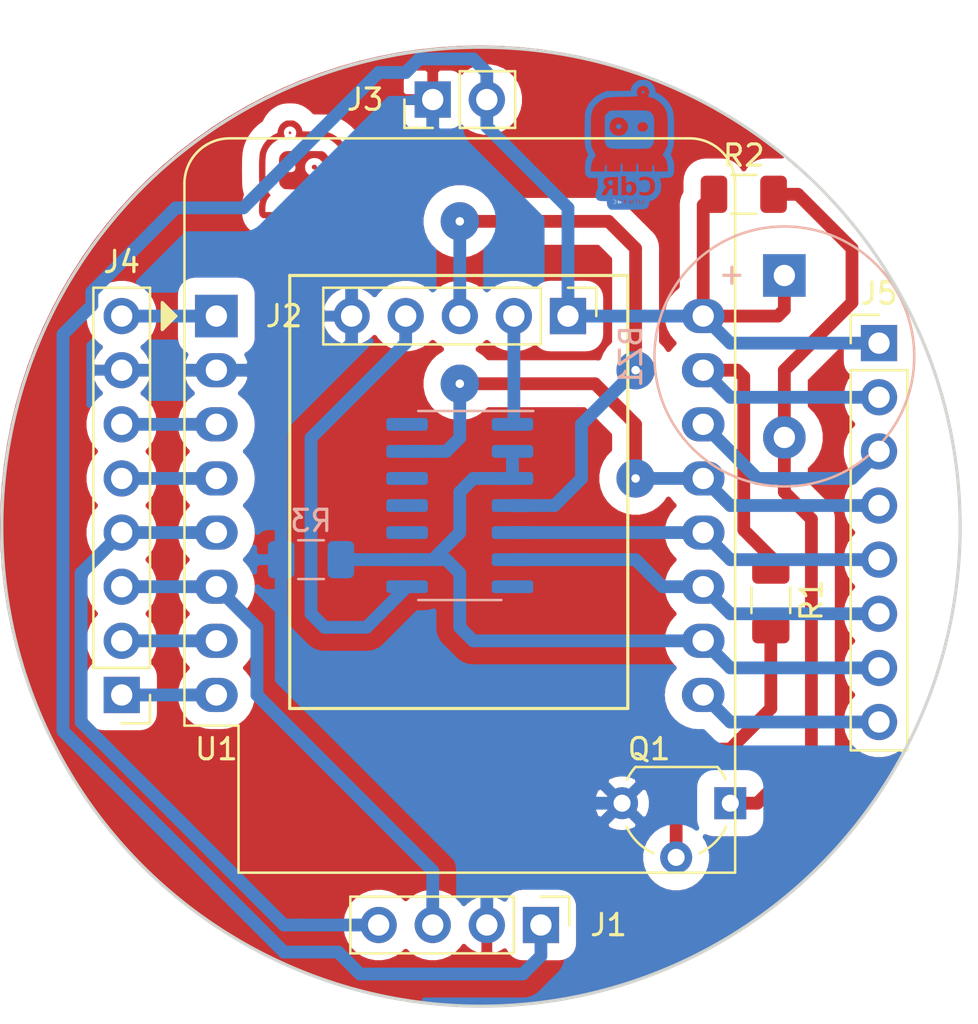
<source format=kicad_pcb>
(kicad_pcb (version 20171130) (host pcbnew "(5.1.5)-3")

  (general
    (thickness 1.6)
    (drawings 5)
    (tracks 143)
    (zones 0)
    (modules 14)
    (nets 24)
  )

  (page A4)
  (title_block
    (title "Mainboard Coheteria")
    (date 2019-10-20)
    (rev 1)
    (company CdR)
  )

  (layers
    (0 F.Cu signal)
    (31 B.Cu signal)
    (32 B.Adhes user)
    (33 F.Adhes user)
    (34 B.Paste user)
    (35 F.Paste user)
    (36 B.SilkS user)
    (37 F.SilkS user)
    (38 B.Mask user)
    (39 F.Mask user)
    (40 Dwgs.User user)
    (41 Cmts.User user)
    (42 Eco1.User user)
    (43 Eco2.User user)
    (44 Edge.Cuts user)
    (45 Margin user)
    (46 B.CrtYd user)
    (47 F.CrtYd user)
    (48 B.Fab user)
    (49 F.Fab user)
  )

  (setup
    (last_trace_width 0.6)
    (trace_clearance 0.25)
    (zone_clearance 0.8)
    (zone_45_only no)
    (trace_min 0.2)
    (via_size 0.6)
    (via_drill 0.4)
    (via_min_size 0.4)
    (via_min_drill 0.3)
    (uvia_size 0.3)
    (uvia_drill 0.1)
    (uvias_allowed no)
    (uvia_min_size 0.2)
    (uvia_min_drill 0.1)
    (edge_width 0.15)
    (segment_width 0.2)
    (pcb_text_width 0.3)
    (pcb_text_size 1.5 1.5)
    (mod_edge_width 0.15)
    (mod_text_size 1 1)
    (mod_text_width 0.15)
    (pad_size 3 2)
    (pad_drill 0.8)
    (pad_to_mask_clearance 0.2)
    (aux_axis_origin 0 0)
    (visible_elements 7FFFFFFF)
    (pcbplotparams
      (layerselection 0x00030_80000001)
      (usegerberextensions false)
      (usegerberattributes false)
      (usegerberadvancedattributes false)
      (creategerberjobfile false)
      (excludeedgelayer true)
      (linewidth 0.100000)
      (plotframeref false)
      (viasonmask false)
      (mode 1)
      (useauxorigin false)
      (hpglpennumber 1)
      (hpglpenspeed 20)
      (hpglpendiameter 15.000000)
      (psnegative false)
      (psa4output false)
      (plotreference true)
      (plotvalue true)
      (plotinvisibletext false)
      (padsonsilk false)
      (subtractmaskfromsilk false)
      (outputformat 1)
      (mirror false)
      (drillshape 1)
      (scaleselection 1)
      (outputdirectory "./PCB_print"))
  )

  (net 0 "")
  (net 1 3v3)
  (net 2 GND)
  (net 3 "Net-(BZ1-Pad2)")
  (net 4 SCL)
  (net 5 SDA)
  (net 6 "Net-(Q1-Pad2)")
  (net 7 Buzzer)
  (net 8 "Net-(J2-Pad2)")
  (net 9 "Net-(J2-Pad3)")
  (net 10 "Net-(J2-Pad4)")
  (net 11 Analog)
  (net 12 Y_Sel)
  (net 13 Z_Sel)
  (net 14 "Net-(U2-Pad7)")
  (net 15 X_Sel)
  (net 16 "Net-(U2-Pad14)")
  (net 17 "Net-(J4-Pad8)")
  (net 18 "Net-(J4-Pad6)")
  (net 19 "Net-(J4-Pad5)")
  (net 20 "Net-(J4-Pad2)")
  (net 21 "Net-(J4-Pad1)")
  (net 22 "Net-(J5-Pad3)")
  (net 23 "Net-(J5-Pad8)")

  (net_class Default "Esta es la clase de red por defecto."
    (clearance 0.25)
    (trace_width 0.6)
    (via_dia 0.6)
    (via_drill 0.4)
    (uvia_dia 0.3)
    (uvia_drill 0.1)
    (add_net 3v3)
    (add_net Analog)
    (add_net Buzzer)
    (add_net GND)
    (add_net "Net-(BZ1-Pad2)")
    (add_net "Net-(J2-Pad2)")
    (add_net "Net-(J2-Pad3)")
    (add_net "Net-(J2-Pad4)")
    (add_net "Net-(J4-Pad1)")
    (add_net "Net-(J4-Pad2)")
    (add_net "Net-(J4-Pad5)")
    (add_net "Net-(J4-Pad6)")
    (add_net "Net-(J4-Pad8)")
    (add_net "Net-(J5-Pad3)")
    (add_net "Net-(J5-Pad8)")
    (add_net "Net-(Q1-Pad2)")
    (add_net "Net-(U2-Pad14)")
    (add_net "Net-(U2-Pad7)")
    (add_net SCL)
    (add_net SDA)
    (add_net X_Sel)
    (add_net Y_Sel)
    (add_net Z_Sel)
  )

  (module Buzzer_Beeper:Buzzer_12x9.5RM7.6 (layer B.Cu) (tedit 5A030281) (tstamp 5E7C5B10)
    (at 162.56 83.185 270)
    (descr "Generic Buzzer, D12mm height 9.5mm with RM7.6mm")
    (tags buzzer)
    (path /5DAD1C13)
    (fp_text reference BZ1 (at 3.8 7.2 90) (layer B.SilkS)
      (effects (font (size 1 1) (thickness 0.15)) (justify mirror))
    )
    (fp_text value Buzzer (at 3.8 -7.4 90) (layer B.Fab)
      (effects (font (size 1 1) (thickness 0.15)) (justify mirror))
    )
    (fp_text user + (at -0.01 2.54 90) (layer B.Fab)
      (effects (font (size 1 1) (thickness 0.15)) (justify mirror))
    )
    (fp_text user + (at -0.01 2.54 90) (layer B.SilkS)
      (effects (font (size 1 1) (thickness 0.15)) (justify mirror))
    )
    (fp_text user %R (at 3.8 4 90) (layer B.Fab)
      (effects (font (size 1 1) (thickness 0.15)) (justify mirror))
    )
    (fp_circle (center 3.8 0) (end 10.05 0) (layer B.CrtYd) (width 0.05))
    (fp_circle (center 3.8 0) (end 9.8 0) (layer B.Fab) (width 0.1))
    (fp_circle (center 3.8 0) (end 4.8 0) (layer B.Fab) (width 0.1))
    (fp_circle (center 3.8 0) (end 9.9 0) (layer B.SilkS) (width 0.12))
    (pad 1 thru_hole rect (at 0 0 270) (size 2 2) (drill 1) (layers *.Cu *.Mask)
      (net 1 3v3))
    (pad 2 thru_hole circle (at 7.6 0 270) (size 2 2) (drill 1) (layers *.Cu *.Mask)
      (net 3 "Net-(BZ1-Pad2)"))
    (model ${KISYS3DMOD}/Buzzer_Beeper.3dshapes/Buzzer_12x9.5RM7.6.wrl
      (at (xyz 0 0 0))
      (scale (xyz 1 1 1))
      (rotate (xyz 0 0 0))
    )
  )

  (module Connector_PinHeader_2.54mm:PinHeader_1x04_P2.54mm_Vertical (layer F.Cu) (tedit 59FED5CC) (tstamp 5E7B0310)
    (at 151.13 113.665 270)
    (descr "Through hole straight pin header, 1x04, 2.54mm pitch, single row")
    (tags "Through hole pin header THT 1x04 2.54mm single row")
    (path /5DACB519)
    (fp_text reference J1 (at 0 -3.175 180) (layer F.SilkS)
      (effects (font (size 1 1) (thickness 0.15)))
    )
    (fp_text value Conn_01x04 (at 0 9.95 90) (layer F.Fab)
      (effects (font (size 1 1) (thickness 0.15)))
    )
    (fp_line (start -0.635 -1.27) (end 1.27 -1.27) (layer F.Fab) (width 0.1))
    (fp_line (start 1.27 -1.27) (end 1.27 8.89) (layer F.Fab) (width 0.1))
    (fp_line (start 1.27 8.89) (end -1.27 8.89) (layer F.Fab) (width 0.1))
    (fp_line (start -1.27 8.89) (end -1.27 -0.635) (layer F.Fab) (width 0.1))
    (fp_line (start -1.27 -0.635) (end -0.635 -1.27) (layer F.Fab) (width 0.1))
    (fp_line (start -1.33 8.95) (end 1.33 8.95) (layer F.SilkS) (width 0.12))
    (fp_line (start -1.33 1.27) (end -1.33 8.95) (layer F.SilkS) (width 0.12))
    (fp_line (start 1.33 1.27) (end 1.33 8.95) (layer F.SilkS) (width 0.12))
    (fp_line (start -1.33 1.27) (end 1.33 1.27) (layer F.SilkS) (width 0.12))
    (fp_line (start -1.33 0) (end -1.33 -1.33) (layer F.SilkS) (width 0.12))
    (fp_line (start -1.33 -1.33) (end 0 -1.33) (layer F.SilkS) (width 0.12))
    (fp_line (start -1.8 -1.8) (end -1.8 9.4) (layer F.CrtYd) (width 0.05))
    (fp_line (start -1.8 9.4) (end 1.8 9.4) (layer F.CrtYd) (width 0.05))
    (fp_line (start 1.8 9.4) (end 1.8 -1.8) (layer F.CrtYd) (width 0.05))
    (fp_line (start 1.8 -1.8) (end -1.8 -1.8) (layer F.CrtYd) (width 0.05))
    (fp_text user %R (at 0 3.81) (layer F.Fab)
      (effects (font (size 1 1) (thickness 0.15)))
    )
    (pad 1 thru_hole rect (at 0 0 270) (size 1.7 1.7) (drill 1) (layers *.Cu *.Mask)
      (net 1 3v3))
    (pad 2 thru_hole oval (at 0 2.54 270) (size 1.7 1.7) (drill 1) (layers *.Cu *.Mask)
      (net 2 GND))
    (pad 3 thru_hole oval (at 0 5.08 270) (size 1.7 1.7) (drill 1) (layers *.Cu *.Mask)
      (net 4 SCL))
    (pad 4 thru_hole oval (at 0 7.62 270) (size 1.7 1.7) (drill 1) (layers *.Cu *.Mask)
      (net 5 SDA))
    (model ${KISYS3DMOD}/Connector_PinHeader_2.54mm.3dshapes/PinHeader_1x04_P2.54mm_Vertical.wrl
      (at (xyz 0 0 0))
      (scale (xyz 1 1 1))
      (rotate (xyz 0 0 0))
    )
  )

  (module Connector_PinHeader_2.54mm:PinHeader_1x05_P2.54mm_Vertical (layer F.Cu) (tedit 59FED5CC) (tstamp 5E7B0329)
    (at 152.4 85.09 270)
    (descr "Through hole straight pin header, 1x05, 2.54mm pitch, single row")
    (tags "Through hole pin header THT 1x05 2.54mm single row")
    (path /5DDDBA22)
    (fp_text reference J2 (at 0 13.335 180) (layer F.SilkS)
      (effects (font (size 1 1) (thickness 0.15)))
    )
    (fp_text value Conn_01x05 (at 0 12.49 90) (layer F.Fab)
      (effects (font (size 1 1) (thickness 0.15)))
    )
    (fp_line (start -0.635 -1.27) (end 1.27 -1.27) (layer F.Fab) (width 0.1))
    (fp_line (start 1.27 -1.27) (end 1.27 11.43) (layer F.Fab) (width 0.1))
    (fp_line (start 1.27 11.43) (end -1.27 11.43) (layer F.Fab) (width 0.1))
    (fp_line (start -1.27 11.43) (end -1.27 -0.635) (layer F.Fab) (width 0.1))
    (fp_line (start -1.27 -0.635) (end -0.635 -1.27) (layer F.Fab) (width 0.1))
    (fp_line (start -1.33 11.49) (end 1.33 11.49) (layer F.SilkS) (width 0.12))
    (fp_line (start -1.33 1.27) (end -1.33 11.49) (layer F.SilkS) (width 0.12))
    (fp_line (start 1.33 1.27) (end 1.33 11.49) (layer F.SilkS) (width 0.12))
    (fp_line (start -1.33 1.27) (end 1.33 1.27) (layer F.SilkS) (width 0.12))
    (fp_line (start -1.33 0) (end -1.33 -1.33) (layer F.SilkS) (width 0.12))
    (fp_line (start -1.33 -1.33) (end 0 -1.33) (layer F.SilkS) (width 0.12))
    (fp_line (start -1.8 -1.8) (end -1.8 11.95) (layer F.CrtYd) (width 0.05))
    (fp_line (start -1.8 11.95) (end 1.8 11.95) (layer F.CrtYd) (width 0.05))
    (fp_line (start 1.8 11.95) (end 1.8 -1.8) (layer F.CrtYd) (width 0.05))
    (fp_line (start 1.8 -1.8) (end -1.8 -1.8) (layer F.CrtYd) (width 0.05))
    (fp_text user %R (at 0 5.08) (layer F.Fab)
      (effects (font (size 1 1) (thickness 0.15)))
    )
    (pad 1 thru_hole rect (at 0 0 270) (size 1.7 1.7) (drill 1) (layers *.Cu *.Mask)
      (net 1 3v3))
    (pad 2 thru_hole oval (at 0 2.54 270) (size 1.7 1.7) (drill 1) (layers *.Cu *.Mask)
      (net 8 "Net-(J2-Pad2)"))
    (pad 3 thru_hole oval (at 0 5.08 270) (size 1.7 1.7) (drill 1) (layers *.Cu *.Mask)
      (net 9 "Net-(J2-Pad3)"))
    (pad 4 thru_hole oval (at 0 7.62 270) (size 1.7 1.7) (drill 1) (layers *.Cu *.Mask)
      (net 10 "Net-(J2-Pad4)"))
    (pad 5 thru_hole oval (at 0 10.16 270) (size 1.7 1.7) (drill 1) (layers *.Cu *.Mask)
      (net 2 GND))
    (model ${KISYS3DMOD}/Connector_PinHeader_2.54mm.3dshapes/PinHeader_1x05_P2.54mm_Vertical.wrl
      (at (xyz 0 0 0))
      (scale (xyz 1 1 1))
      (rotate (xyz 0 0 0))
    )
  )

  (module Package_TO_SOT_THT:TO-92L_Wide (layer F.Cu) (tedit 5A152D5B) (tstamp 5E7C44A0)
    (at 160.02 107.95 180)
    (descr "TO-92L leads in-line (large body variant of TO-92), also known as TO-226, wide, drill 0.75mm (see https://www.diodes.com/assets/Package-Files/TO92L.pdf and http://www.ti.com/lit/an/snoa059/snoa059.pdf)")
    (tags "TO-92L Molded Wide transistor")
    (path /5DACFE2E)
    (fp_text reference Q1 (at 3.81 2.54) (layer F.SilkS)
      (effects (font (size 1 1) (thickness 0.15)))
    )
    (fp_text value BC548 (at 2.54 2.79) (layer F.Fab)
      (effects (font (size 1 1) (thickness 0.15)))
    )
    (fp_line (start -1 -3.55) (end -1 1.85) (layer B.CrtYd) (width 0.05))
    (fp_line (start 6.1 -3.55) (end -1 -3.55) (layer B.CrtYd) (width 0.05))
    (fp_line (start 6.1 1.85) (end 6.1 -3.55) (layer B.CrtYd) (width 0.05))
    (fp_line (start -1 1.85) (end 6.1 1.85) (layer B.CrtYd) (width 0.05))
    (fp_text user %R (at 2.55 0.05) (layer F.Fab)
      (effects (font (size 1 1) (thickness 0.15)))
    )
    (fp_line (start 0.6 1.7) (end 4.45 1.7) (layer F.SilkS) (width 0.12))
    (fp_line (start 0.65 1.6) (end 4.4 1.6) (layer F.Fab) (width 0.1))
    (fp_arc (start 2.54 0) (end 0.6 1.7) (angle 15.44288892) (layer F.SilkS) (width 0.12))
    (fp_arc (start 2.54 0) (end 1.45 -2.35) (angle -40.11670855) (layer F.SilkS) (width 0.12))
    (fp_arc (start 2.54 0) (end 3.6 -2.35) (angle 40.72153779) (layer F.SilkS) (width 0.12))
    (fp_arc (start 2.54 0) (end 2.54 -2.48) (angle 129.9527847) (layer F.Fab) (width 0.1))
    (fp_arc (start 2.54 0) (end 2.54 -2.48) (angle -130.2499344) (layer F.Fab) (width 0.1))
    (fp_arc (start 2.54 0) (end 4.45 1.7) (angle -15.88591585) (layer F.SilkS) (width 0.12))
    (pad 2 thru_hole circle (at 2.54 -2.54 270) (size 1.5 1.5) (drill 0.8) (layers *.Cu *.Mask)
      (net 6 "Net-(Q1-Pad2)"))
    (pad 3 thru_hole circle (at 5.08 0 270) (size 1.5 1.5) (drill 0.8) (layers *.Cu *.Mask)
      (net 2 GND))
    (pad 1 thru_hole rect (at 0 0 270) (size 1.5 1.5) (drill 0.8) (layers *.Cu *.Mask)
      (net 3 "Net-(BZ1-Pad2)"))
    (model ${KISYS3DMOD}/Package_TO_SOT_THT.3dshapes/TO-92L_Wide.wrl
      (at (xyz 0 0 0))
      (scale (xyz 1 1 1))
      (rotate (xyz 0 0 0))
    )
  )

  (module Resistor_SMD:R_1206_3216Metric (layer F.Cu) (tedit 5B301BBD) (tstamp 5E7C452A)
    (at 161.925 98.425 90)
    (descr "Resistor SMD 1206 (3216 Metric), square (rectangular) end terminal, IPC_7351 nominal, (Body size source: http://www.tortai-tech.com/upload/download/2011102023233369053.pdf), generated with kicad-footprint-generator")
    (tags resistor)
    (path /5DAD005C)
    (attr smd)
    (fp_text reference R1 (at 0 1.905 90) (layer F.SilkS)
      (effects (font (size 1 1) (thickness 0.15)))
    )
    (fp_text value 10k (at 0 1.82 90) (layer F.Fab)
      (effects (font (size 1 1) (thickness 0.15)))
    )
    (fp_line (start -1.6 0.8) (end -1.6 -0.8) (layer F.Fab) (width 0.1))
    (fp_line (start -1.6 -0.8) (end 1.6 -0.8) (layer F.Fab) (width 0.1))
    (fp_line (start 1.6 -0.8) (end 1.6 0.8) (layer F.Fab) (width 0.1))
    (fp_line (start 1.6 0.8) (end -1.6 0.8) (layer F.Fab) (width 0.1))
    (fp_line (start -0.602064 -0.91) (end 0.602064 -0.91) (layer F.SilkS) (width 0.12))
    (fp_line (start -0.602064 0.91) (end 0.602064 0.91) (layer F.SilkS) (width 0.12))
    (fp_line (start -2.28 1.12) (end -2.28 -1.12) (layer F.CrtYd) (width 0.05))
    (fp_line (start -2.28 -1.12) (end 2.28 -1.12) (layer F.CrtYd) (width 0.05))
    (fp_line (start 2.28 -1.12) (end 2.28 1.12) (layer F.CrtYd) (width 0.05))
    (fp_line (start 2.28 1.12) (end -2.28 1.12) (layer F.CrtYd) (width 0.05))
    (fp_text user %R (at 0 0 90) (layer F.Fab)
      (effects (font (size 0.8 0.8) (thickness 0.12)))
    )
    (pad 1 smd roundrect (at -1.4 0 90) (size 1.25 1.75) (layers F.Cu F.Paste F.Mask) (roundrect_rratio 0.2)
      (net 6 "Net-(Q1-Pad2)"))
    (pad 2 smd roundrect (at 1.4 0 90) (size 1.25 1.75) (layers F.Cu F.Paste F.Mask) (roundrect_rratio 0.2)
      (net 7 Buzzer))
    (model ${KISYS3DMOD}/Resistor_SMD.3dshapes/R_1206_3216Metric.wrl
      (at (xyz 0 0 0))
      (scale (xyz 1 1 1))
      (rotate (xyz 0 0 0))
    )
  )

  (module Resistor_SMD:R_1206_3216Metric (layer F.Cu) (tedit 5B301BBD) (tstamp 5E7B035F)
    (at 160.655 79.375)
    (descr "Resistor SMD 1206 (3216 Metric), square (rectangular) end terminal, IPC_7351 nominal, (Body size source: http://www.tortai-tech.com/upload/download/2011102023233369053.pdf), generated with kicad-footprint-generator")
    (tags resistor)
    (path /5DAD510F)
    (attr smd)
    (fp_text reference R2 (at 0 -1.82) (layer F.SilkS)
      (effects (font (size 1 1) (thickness 0.15)))
    )
    (fp_text value 10k (at 0 1.82) (layer F.Fab)
      (effects (font (size 1 1) (thickness 0.15)))
    )
    (fp_text user %R (at 0 0) (layer F.Fab)
      (effects (font (size 0.8 0.8) (thickness 0.12)))
    )
    (fp_line (start 2.28 1.12) (end -2.28 1.12) (layer F.CrtYd) (width 0.05))
    (fp_line (start 2.28 -1.12) (end 2.28 1.12) (layer F.CrtYd) (width 0.05))
    (fp_line (start -2.28 -1.12) (end 2.28 -1.12) (layer F.CrtYd) (width 0.05))
    (fp_line (start -2.28 1.12) (end -2.28 -1.12) (layer F.CrtYd) (width 0.05))
    (fp_line (start -0.602064 0.91) (end 0.602064 0.91) (layer F.SilkS) (width 0.12))
    (fp_line (start -0.602064 -0.91) (end 0.602064 -0.91) (layer F.SilkS) (width 0.12))
    (fp_line (start 1.6 0.8) (end -1.6 0.8) (layer F.Fab) (width 0.1))
    (fp_line (start 1.6 -0.8) (end 1.6 0.8) (layer F.Fab) (width 0.1))
    (fp_line (start -1.6 -0.8) (end 1.6 -0.8) (layer F.Fab) (width 0.1))
    (fp_line (start -1.6 0.8) (end -1.6 -0.8) (layer F.Fab) (width 0.1))
    (pad 2 smd roundrect (at 1.4 0) (size 1.25 1.75) (layers F.Cu F.Paste F.Mask) (roundrect_rratio 0.2)
      (net 3 "Net-(BZ1-Pad2)"))
    (pad 1 smd roundrect (at -1.4 0) (size 1.25 1.75) (layers F.Cu F.Paste F.Mask) (roundrect_rratio 0.2)
      (net 1 3v3))
    (model ${KISYS3DMOD}/Resistor_SMD.3dshapes/R_1206_3216Metric.wrl
      (at (xyz 0 0 0))
      (scale (xyz 1 1 1))
      (rotate (xyz 0 0 0))
    )
  )

  (module Resistor_SMD:R_1206_3216Metric (layer B.Cu) (tedit 5B301BBD) (tstamp 5E7B0370)
    (at 140.335 96.52 180)
    (descr "Resistor SMD 1206 (3216 Metric), square (rectangular) end terminal, IPC_7351 nominal, (Body size source: http://www.tortai-tech.com/upload/download/2011102023233369053.pdf), generated with kicad-footprint-generator")
    (tags resistor)
    (path /5DDE9EDC)
    (attr smd)
    (fp_text reference R3 (at 0 1.82) (layer B.SilkS)
      (effects (font (size 1 1) (thickness 0.15)) (justify mirror))
    )
    (fp_text value 10K (at 0 -1.82) (layer B.Fab)
      (effects (font (size 1 1) (thickness 0.15)) (justify mirror))
    )
    (fp_line (start -1.6 -0.8) (end -1.6 0.8) (layer B.Fab) (width 0.1))
    (fp_line (start -1.6 0.8) (end 1.6 0.8) (layer B.Fab) (width 0.1))
    (fp_line (start 1.6 0.8) (end 1.6 -0.8) (layer B.Fab) (width 0.1))
    (fp_line (start 1.6 -0.8) (end -1.6 -0.8) (layer B.Fab) (width 0.1))
    (fp_line (start -0.602064 0.91) (end 0.602064 0.91) (layer B.SilkS) (width 0.12))
    (fp_line (start -0.602064 -0.91) (end 0.602064 -0.91) (layer B.SilkS) (width 0.12))
    (fp_line (start -2.28 -1.12) (end -2.28 1.12) (layer B.CrtYd) (width 0.05))
    (fp_line (start -2.28 1.12) (end 2.28 1.12) (layer B.CrtYd) (width 0.05))
    (fp_line (start 2.28 1.12) (end 2.28 -1.12) (layer B.CrtYd) (width 0.05))
    (fp_line (start 2.28 -1.12) (end -2.28 -1.12) (layer B.CrtYd) (width 0.05))
    (fp_text user %R (at 0 0) (layer B.Fab)
      (effects (font (size 0.8 0.8) (thickness 0.12)) (justify mirror))
    )
    (pad 1 smd roundrect (at -1.4 0 180) (size 1.25 1.75) (layers B.Cu B.Paste B.Mask) (roundrect_rratio 0.2)
      (net 11 Analog))
    (pad 2 smd roundrect (at 1.4 0 180) (size 1.25 1.75) (layers B.Cu B.Paste B.Mask) (roundrect_rratio 0.2)
      (net 2 GND))
    (model ${KISYS3DMOD}/Resistor_SMD.3dshapes/R_1206_3216Metric.wrl
      (at (xyz 0 0 0))
      (scale (xyz 1 1 1))
      (rotate (xyz 0 0 0))
    )
  )

  (module Module:WEMOS_D1_mini_light (layer F.Cu) (tedit 5BBFB1CE) (tstamp 5E7B03B3)
    (at 135.89 85.09)
    (descr "16-pin module, column spacing 22.86 mm (900 mils), https://wiki.wemos.cc/products:d1:d1_mini, https://c1.staticflickr.com/1/734/31400410271_f278b087db_z.jpg")
    (tags "ESP8266 WiFi microcontroller")
    (path /5DACB3F6)
    (fp_text reference U1 (at 0 20.32) (layer F.SilkS)
      (effects (font (size 1 1) (thickness 0.15)))
    )
    (fp_text value WeMos_mini (at 11.7 0) (layer F.Fab)
      (effects (font (size 1 1) (thickness 0.15)))
    )
    (fp_line (start 1.04 26.12) (end 24.36 26.12) (layer F.SilkS) (width 0.12))
    (fp_line (start -1.5 19.22) (end -1.5 -6.21) (layer F.SilkS) (width 0.12))
    (fp_line (start 24.36 26.12) (end 24.36 -6.21) (layer F.SilkS) (width 0.12))
    (fp_line (start 22.24 -8.34) (end 0.63 -8.34) (layer F.SilkS) (width 0.12))
    (fp_line (start 1.17 25.99) (end 24.23 25.99) (layer F.Fab) (width 0.1))
    (fp_line (start 24.23 25.99) (end 24.23 -6.21) (layer F.Fab) (width 0.1))
    (fp_line (start 22.23 -8.21) (end 0.63 -8.21) (layer F.Fab) (width 0.1))
    (fp_line (start -1.37 1) (end -1.37 19.09) (layer F.Fab) (width 0.1))
    (fp_text user %R (at 11.43 10) (layer F.Fab)
      (effects (font (size 1 1) (thickness 0.15)))
    )
    (fp_line (start -1.62 -8.46) (end 24.48 -8.46) (layer F.CrtYd) (width 0.05))
    (fp_line (start 24.48 -8.41) (end 24.48 26.24) (layer F.CrtYd) (width 0.05))
    (fp_line (start 24.48 26.24) (end -1.62 26.24) (layer F.CrtYd) (width 0.05))
    (fp_line (start -1.62 26.24) (end -1.62 -8.46) (layer F.CrtYd) (width 0.05))
    (fp_poly (pts (xy -2.54 -0.635) (xy -2.54 0.635) (xy -1.905 0)) (layer F.SilkS) (width 0.15))
    (fp_line (start -1.35 -1.4) (end 24.25 -1.4) (layer Dwgs.User) (width 0.1))
    (fp_line (start 24.25 -1.4) (end 24.25 -8.2) (layer Dwgs.User) (width 0.1))
    (fp_line (start 24.25 -8.2) (end -1.35 -8.2) (layer Dwgs.User) (width 0.1))
    (fp_line (start -1.35 -8.2) (end -1.35 -1.4) (layer Dwgs.User) (width 0.1))
    (fp_line (start -1.35 -1.4) (end 5.45 -8.2) (layer Dwgs.User) (width 0.1))
    (fp_line (start 0.65 -1.4) (end 7.45 -8.2) (layer Dwgs.User) (width 0.1))
    (fp_line (start 2.65 -1.4) (end 9.45 -8.2) (layer Dwgs.User) (width 0.1))
    (fp_line (start 4.65 -1.4) (end 11.45 -8.2) (layer Dwgs.User) (width 0.1))
    (fp_line (start 6.65 -1.4) (end 13.45 -8.2) (layer Dwgs.User) (width 0.1))
    (fp_line (start 8.65 -1.4) (end 15.45 -8.2) (layer Dwgs.User) (width 0.1))
    (fp_line (start 10.65 -1.4) (end 17.45 -8.2) (layer Dwgs.User) (width 0.1))
    (fp_line (start 12.65 -1.4) (end 19.45 -8.2) (layer Dwgs.User) (width 0.1))
    (fp_line (start 14.65 -1.4) (end 21.45 -8.2) (layer Dwgs.User) (width 0.1))
    (fp_line (start 16.65 -1.4) (end 23.45 -8.2) (layer Dwgs.User) (width 0.1))
    (fp_line (start 18.65 -1.4) (end 24.25 -7) (layer Dwgs.User) (width 0.1))
    (fp_line (start 20.65 -1.4) (end 24.25 -5) (layer Dwgs.User) (width 0.1))
    (fp_line (start 22.65 -1.4) (end 24.25 -3) (layer Dwgs.User) (width 0.1))
    (fp_line (start -1.35 -3.4) (end 3.45 -8.2) (layer Dwgs.User) (width 0.1))
    (fp_line (start -1.3 -5.45) (end 1.45 -8.2) (layer Dwgs.User) (width 0.1))
    (fp_line (start -1.35 -7.4) (end -0.55 -8.2) (layer Dwgs.User) (width 0.1))
    (fp_line (start -1.37 19.09) (end 1.17 19.09) (layer F.Fab) (width 0.1))
    (fp_line (start 1.17 19.09) (end 1.17 25.99) (layer F.Fab) (width 0.1))
    (fp_line (start -1.37 -6.21) (end -1.37 -1) (layer F.Fab) (width 0.1))
    (fp_line (start -1.37 1) (end -0.37 0) (layer F.Fab) (width 0.1))
    (fp_line (start -0.37 0) (end -1.37 -1) (layer F.Fab) (width 0.1))
    (fp_arc (start 0.63 -6.21) (end 0.63 -8.21) (angle -90) (layer F.Fab) (width 0.1))
    (fp_arc (start 22.23 -6.21) (end 24.23 -6.19) (angle -90) (layer F.Fab) (width 0.1))
    (fp_line (start -1.5 19.22) (end 1.04 19.22) (layer F.SilkS) (width 0.12))
    (fp_line (start 1.04 19.22) (end 1.04 26.12) (layer F.SilkS) (width 0.12))
    (fp_arc (start 0.63 -6.21) (end 0.63 -8.34) (angle -90) (layer F.SilkS) (width 0.12))
    (fp_arc (start 22.23 -6.21) (end 24.36 -6.21) (angle -90) (layer F.SilkS) (width 0.12))
    (fp_text user "KEEP OUT" (at 11.43 -6.35) (layer Cmts.User)
      (effects (font (size 1 1) (thickness 0.15)))
    )
    (fp_text user "No copper" (at 11.43 -3.81) (layer Cmts.User)
      (effects (font (size 1 1) (thickness 0.15)))
    )
    (pad 2 thru_hole oval (at 0 2.54) (size 2 1.6) (drill 1) (layers *.Cu *.Mask)
      (net 2 GND))
    (pad 1 thru_hole rect (at 0 0) (size 2 2) (drill 1) (layers *.Cu *.Mask)
      (net 17 "Net-(J4-Pad8)"))
    (pad 3 thru_hole oval (at 0 5.08) (size 2 1.6) (drill 1) (layers *.Cu *.Mask)
      (net 18 "Net-(J4-Pad6)"))
    (pad 4 thru_hole oval (at 0 7.62) (size 2 1.6) (drill 1) (layers *.Cu *.Mask)
      (net 19 "Net-(J4-Pad5)"))
    (pad 5 thru_hole oval (at 0 10.16) (size 2 1.6) (drill 1) (layers *.Cu *.Mask)
      (net 5 SDA))
    (pad 6 thru_hole oval (at 0 12.7) (size 2 1.6) (drill 1) (layers *.Cu *.Mask)
      (net 4 SCL))
    (pad 7 thru_hole oval (at 0 15.24) (size 2 1.6) (drill 1) (layers *.Cu *.Mask)
      (net 20 "Net-(J4-Pad2)"))
    (pad 8 thru_hole oval (at 0 17.78) (size 2 1.6) (drill 1) (layers *.Cu *.Mask)
      (net 21 "Net-(J4-Pad1)"))
    (pad 9 thru_hole oval (at 22.86 17.78) (size 2 1.6) (drill 1) (layers *.Cu *.Mask)
      (net 23 "Net-(J5-Pad8)"))
    (pad 10 thru_hole oval (at 22.86 15.24) (size 2 1.6) (drill 1) (layers *.Cu *.Mask)
      (net 11 Analog))
    (pad 11 thru_hole oval (at 22.86 12.7) (size 2 1.6) (drill 1) (layers *.Cu *.Mask)
      (net 15 X_Sel))
    (pad 12 thru_hole oval (at 22.86 10.16) (size 2 1.6) (drill 1) (layers *.Cu *.Mask)
      (net 12 Y_Sel))
    (pad 13 thru_hole oval (at 22.86 7.62) (size 2 1.6) (drill 1) (layers *.Cu *.Mask)
      (net 13 Z_Sel))
    (pad 14 thru_hole oval (at 22.86 5.08) (size 2 1.6) (drill 1) (layers *.Cu *.Mask)
      (net 22 "Net-(J5-Pad3)"))
    (pad 15 thru_hole oval (at 22.86 2.54) (size 2 1.6) (drill 1) (layers *.Cu *.Mask)
      (net 7 Buzzer))
    (pad 16 thru_hole oval (at 22.86 0) (size 2 1.6) (drill 1) (layers *.Cu *.Mask)
      (net 1 3v3))
    (model ${KISYS3DMOD}/Module.3dshapes/WEMOS_D1_mini_light.wrl
      (at (xyz 0 0 0))
      (scale (xyz 1 1 1))
      (rotate (xyz 0 0 0))
    )
    (model ${KISYS3DMOD}/Connector_PinHeader_2.54mm.3dshapes/PinHeader_1x08_P2.54mm_Vertical.wrl
      (offset (xyz 0 0 9.5))
      (scale (xyz 1 1 1))
      (rotate (xyz 0 -180 0))
    )
    (model ${KISYS3DMOD}/Connector_PinHeader_2.54mm.3dshapes/PinHeader_1x08_P2.54mm_Vertical.wrl
      (offset (xyz 22.86 0 9.5))
      (scale (xyz 1 1 1))
      (rotate (xyz 0 -180 0))
    )
    (model ${KISYS3DMOD}/Connector_PinSocket_2.54mm.3dshapes/PinSocket_1x08_P2.54mm_Vertical.wrl
      (at (xyz 0 0 0))
      (scale (xyz 1 1 1))
      (rotate (xyz 0 0 0))
    )
    (model ${KISYS3DMOD}/Connector_PinSocket_2.54mm.3dshapes/PinSocket_1x08_P2.54mm_Vertical.wrl
      (offset (xyz 22.86 0 0))
      (scale (xyz 1 1 1))
      (rotate (xyz 0 0 0))
    )
  )

  (module Package_SO:SOIC-14_3.9x8.7mm_P1.27mm (layer B.Cu) (tedit 5C97300E) (tstamp 5E7B03D3)
    (at 147.32 93.98 180)
    (descr "SOIC, 14 Pin (JEDEC MS-012AB, https://www.analog.com/media/en/package-pcb-resources/package/pkg_pdf/soic_narrow-r/r_14.pdf), generated with kicad-footprint-generator ipc_gullwing_generator.py")
    (tags "SOIC SO")
    (path /5DDE2D81)
    (attr smd)
    (fp_text reference U2 (at 2.54 5.28) (layer B.SilkS) hide
      (effects (font (size 1 1) (thickness 0.15)) (justify mirror))
    )
    (fp_text value 4066 (at 0 -5.28) (layer B.Fab)
      (effects (font (size 1 1) (thickness 0.15)) (justify mirror))
    )
    (fp_line (start 0 -4.435) (end 1.95 -4.435) (layer B.SilkS) (width 0.12))
    (fp_line (start 0 -4.435) (end -1.95 -4.435) (layer B.SilkS) (width 0.12))
    (fp_line (start 0 4.435) (end 1.95 4.435) (layer B.SilkS) (width 0.12))
    (fp_line (start 0 4.435) (end -3.45 4.435) (layer B.SilkS) (width 0.12))
    (fp_line (start -0.975 4.325) (end 1.95 4.325) (layer B.Fab) (width 0.1))
    (fp_line (start 1.95 4.325) (end 1.95 -4.325) (layer B.Fab) (width 0.1))
    (fp_line (start 1.95 -4.325) (end -1.95 -4.325) (layer B.Fab) (width 0.1))
    (fp_line (start -1.95 -4.325) (end -1.95 3.35) (layer B.Fab) (width 0.1))
    (fp_line (start -1.95 3.35) (end -0.975 4.325) (layer B.Fab) (width 0.1))
    (fp_line (start -3.7 4.58) (end -3.7 -4.58) (layer B.CrtYd) (width 0.05))
    (fp_line (start -3.7 -4.58) (end 3.7 -4.58) (layer B.CrtYd) (width 0.05))
    (fp_line (start 3.7 -4.58) (end 3.7 4.58) (layer B.CrtYd) (width 0.05))
    (fp_line (start 3.7 4.58) (end -3.7 4.58) (layer B.CrtYd) (width 0.05))
    (fp_text user %R (at 0 0 180) (layer B.Fab)
      (effects (font (size 0.98 0.98) (thickness 0.15)) (justify mirror))
    )
    (pad 1 smd roundrect (at -2.475 3.81 180) (size 1.95 0.6) (layers B.Cu B.Paste B.Mask) (roundrect_rratio 0.25)
      (net 8 "Net-(J2-Pad2)"))
    (pad 2 smd roundrect (at -2.475 2.54 180) (size 1.95 0.6) (layers B.Cu B.Paste B.Mask) (roundrect_rratio 0.25)
      (net 11 Analog))
    (pad 3 smd roundrect (at -2.475 1.27 180) (size 1.95 0.6) (layers B.Cu B.Paste B.Mask) (roundrect_rratio 0.25)
      (net 11 Analog))
    (pad 4 smd roundrect (at -2.475 0 180) (size 1.95 0.6) (layers B.Cu B.Paste B.Mask) (roundrect_rratio 0.25)
      (net 9 "Net-(J2-Pad3)"))
    (pad 5 smd roundrect (at -2.475 -1.27 180) (size 1.95 0.6) (layers B.Cu B.Paste B.Mask) (roundrect_rratio 0.25)
      (net 12 Y_Sel))
    (pad 6 smd roundrect (at -2.475 -2.54 180) (size 1.95 0.6) (layers B.Cu B.Paste B.Mask) (roundrect_rratio 0.25)
      (net 15 X_Sel))
    (pad 7 smd roundrect (at -2.475 -3.81 180) (size 1.95 0.6) (layers B.Cu B.Paste B.Mask) (roundrect_rratio 0.25)
      (net 14 "Net-(U2-Pad7)"))
    (pad 8 smd roundrect (at 2.475 -3.81 180) (size 1.95 0.6) (layers B.Cu B.Paste B.Mask) (roundrect_rratio 0.25)
      (net 10 "Net-(J2-Pad4)"))
    (pad 9 smd roundrect (at 2.475 -2.54 180) (size 1.95 0.6) (layers B.Cu B.Paste B.Mask) (roundrect_rratio 0.25)
      (net 11 Analog))
    (pad 10 smd roundrect (at 2.475 -1.27 180) (size 1.95 0.6) (layers B.Cu B.Paste B.Mask) (roundrect_rratio 0.25))
    (pad 11 smd roundrect (at 2.475 0 180) (size 1.95 0.6) (layers B.Cu B.Paste B.Mask) (roundrect_rratio 0.25))
    (pad 12 smd roundrect (at 2.475 1.27 180) (size 1.95 0.6) (layers B.Cu B.Paste B.Mask) (roundrect_rratio 0.25))
    (pad 13 smd roundrect (at 2.475 2.54 180) (size 1.95 0.6) (layers B.Cu B.Paste B.Mask) (roundrect_rratio 0.25)
      (net 13 Z_Sel))
    (pad 14 smd roundrect (at 2.475 3.81 180) (size 1.95 0.6) (layers B.Cu B.Paste B.Mask) (roundrect_rratio 0.25)
      (net 16 "Net-(U2-Pad14)"))
    (model ${KISYS3DMOD}/Package_SO.3dshapes/SOIC-14_3.9x8.7mm_P1.27mm.wrl
      (at (xyz 0 0 0))
      (scale (xyz 1 1 1))
      (rotate (xyz 0 0 0))
    )
  )

  (module Connector_PinHeader_2.54mm:PinHeader_1x02_P2.54mm_Vertical (layer F.Cu) (tedit 59FED5CC) (tstamp 5E7B3068)
    (at 146.05 74.93 90)
    (descr "Through hole straight pin header, 1x02, 2.54mm pitch, single row")
    (tags "Through hole pin header THT 1x02 2.54mm single row")
    (path /5E7DB476)
    (fp_text reference J3 (at 0 -3.175 180) (layer F.SilkS)
      (effects (font (size 1 1) (thickness 0.15)))
    )
    (fp_text value Conn_01x02 (at 0 4.87 90) (layer F.Fab)
      (effects (font (size 1 1) (thickness 0.15)))
    )
    (fp_line (start -0.635 -1.27) (end 1.27 -1.27) (layer F.Fab) (width 0.1))
    (fp_line (start 1.27 -1.27) (end 1.27 3.81) (layer F.Fab) (width 0.1))
    (fp_line (start 1.27 3.81) (end -1.27 3.81) (layer F.Fab) (width 0.1))
    (fp_line (start -1.27 3.81) (end -1.27 -0.635) (layer F.Fab) (width 0.1))
    (fp_line (start -1.27 -0.635) (end -0.635 -1.27) (layer F.Fab) (width 0.1))
    (fp_line (start -1.33 3.87) (end 1.33 3.87) (layer F.SilkS) (width 0.12))
    (fp_line (start -1.33 1.27) (end -1.33 3.87) (layer F.SilkS) (width 0.12))
    (fp_line (start 1.33 1.27) (end 1.33 3.87) (layer F.SilkS) (width 0.12))
    (fp_line (start -1.33 1.27) (end 1.33 1.27) (layer F.SilkS) (width 0.12))
    (fp_line (start -1.33 0) (end -1.33 -1.33) (layer F.SilkS) (width 0.12))
    (fp_line (start -1.33 -1.33) (end 0 -1.33) (layer F.SilkS) (width 0.12))
    (fp_line (start -1.8 -1.8) (end -1.8 4.35) (layer F.CrtYd) (width 0.05))
    (fp_line (start -1.8 4.35) (end 1.8 4.35) (layer F.CrtYd) (width 0.05))
    (fp_line (start 1.8 4.35) (end 1.8 -1.8) (layer F.CrtYd) (width 0.05))
    (fp_line (start 1.8 -1.8) (end -1.8 -1.8) (layer F.CrtYd) (width 0.05))
    (fp_text user %R (at 0 1.27) (layer F.Fab)
      (effects (font (size 1 1) (thickness 0.15)))
    )
    (pad 1 thru_hole rect (at 0 0 90) (size 1.7 1.7) (drill 1) (layers *.Cu *.Mask)
      (net 2 GND))
    (pad 2 thru_hole oval (at 0 2.54 90) (size 1.7 1.7) (drill 1) (layers *.Cu *.Mask)
      (net 1 3v3))
    (model ${KISYS3DMOD}/Connector_PinHeader_2.54mm.3dshapes/PinHeader_1x02_P2.54mm_Vertical.wrl
      (at (xyz 0 0 0))
      (scale (xyz 1 1 1))
      (rotate (xyz 0 0 0))
    )
  )

  (module Connector_PinHeader_2.54mm:PinHeader_1x08_P2.54mm_Vertical (layer F.Cu) (tedit 59FED5CC) (tstamp 5E7C4E8C)
    (at 131.445 102.87 180)
    (descr "Through hole straight pin header, 1x08, 2.54mm pitch, single row")
    (tags "Through hole pin header THT 1x08 2.54mm single row")
    (path /5E7F5201)
    (fp_text reference J4 (at 0 20.32) (layer F.SilkS)
      (effects (font (size 1 1) (thickness 0.15)))
    )
    (fp_text value Conn_01x08 (at 0 20.11) (layer F.Fab)
      (effects (font (size 1 1) (thickness 0.15)))
    )
    (fp_text user %R (at 0 8.89 90) (layer F.Fab)
      (effects (font (size 1 1) (thickness 0.15)))
    )
    (fp_line (start 1.8 -1.8) (end -1.8 -1.8) (layer F.CrtYd) (width 0.05))
    (fp_line (start 1.8 19.55) (end 1.8 -1.8) (layer F.CrtYd) (width 0.05))
    (fp_line (start -1.8 19.55) (end 1.8 19.55) (layer F.CrtYd) (width 0.05))
    (fp_line (start -1.8 -1.8) (end -1.8 19.55) (layer F.CrtYd) (width 0.05))
    (fp_line (start -1.33 -1.33) (end 0 -1.33) (layer F.SilkS) (width 0.12))
    (fp_line (start -1.33 0) (end -1.33 -1.33) (layer F.SilkS) (width 0.12))
    (fp_line (start -1.33 1.27) (end 1.33 1.27) (layer F.SilkS) (width 0.12))
    (fp_line (start 1.33 1.27) (end 1.33 19.11) (layer F.SilkS) (width 0.12))
    (fp_line (start -1.33 1.27) (end -1.33 19.11) (layer F.SilkS) (width 0.12))
    (fp_line (start -1.33 19.11) (end 1.33 19.11) (layer F.SilkS) (width 0.12))
    (fp_line (start -1.27 -0.635) (end -0.635 -1.27) (layer F.Fab) (width 0.1))
    (fp_line (start -1.27 19.05) (end -1.27 -0.635) (layer F.Fab) (width 0.1))
    (fp_line (start 1.27 19.05) (end -1.27 19.05) (layer F.Fab) (width 0.1))
    (fp_line (start 1.27 -1.27) (end 1.27 19.05) (layer F.Fab) (width 0.1))
    (fp_line (start -0.635 -1.27) (end 1.27 -1.27) (layer F.Fab) (width 0.1))
    (pad 8 thru_hole oval (at 0 17.78 180) (size 1.7 1.7) (drill 1) (layers *.Cu *.Mask)
      (net 17 "Net-(J4-Pad8)"))
    (pad 7 thru_hole oval (at 0 15.24 180) (size 1.7 1.7) (drill 1) (layers *.Cu *.Mask)
      (net 2 GND))
    (pad 6 thru_hole oval (at 0 12.7 180) (size 1.7 1.7) (drill 1) (layers *.Cu *.Mask)
      (net 18 "Net-(J4-Pad6)"))
    (pad 5 thru_hole oval (at 0 10.16 180) (size 1.7 1.7) (drill 1) (layers *.Cu *.Mask)
      (net 19 "Net-(J4-Pad5)"))
    (pad 4 thru_hole oval (at 0 7.62 180) (size 1.7 1.7) (drill 1) (layers *.Cu *.Mask)
      (net 5 SDA))
    (pad 3 thru_hole oval (at 0 5.08 180) (size 1.7 1.7) (drill 1) (layers *.Cu *.Mask)
      (net 4 SCL))
    (pad 2 thru_hole oval (at 0 2.54 180) (size 1.7 1.7) (drill 1) (layers *.Cu *.Mask)
      (net 20 "Net-(J4-Pad2)"))
    (pad 1 thru_hole rect (at 0 0 180) (size 1.7 1.7) (drill 1) (layers *.Cu *.Mask)
      (net 21 "Net-(J4-Pad1)"))
    (model ${KISYS3DMOD}/Connector_PinHeader_2.54mm.3dshapes/PinHeader_1x08_P2.54mm_Vertical.wrl
      (at (xyz 0 0 0))
      (scale (xyz 1 1 1))
      (rotate (xyz 0 0 0))
    )
  )

  (module Connector_PinHeader_2.54mm:PinHeader_1x08_P2.54mm_Vertical (layer F.Cu) (tedit 59FED5CC) (tstamp 5E7C6037)
    (at 167.005 86.36)
    (descr "Through hole straight pin header, 1x08, 2.54mm pitch, single row")
    (tags "Through hole pin header THT 1x08 2.54mm single row")
    (path /5E7F3EC8)
    (fp_text reference J5 (at 0 -2.33) (layer F.SilkS)
      (effects (font (size 1 1) (thickness 0.15)))
    )
    (fp_text value Conn_01x08 (at 0 20.11) (layer F.Fab)
      (effects (font (size 1 1) (thickness 0.15)))
    )
    (fp_line (start -0.635 -1.27) (end 1.27 -1.27) (layer F.Fab) (width 0.1))
    (fp_line (start 1.27 -1.27) (end 1.27 19.05) (layer F.Fab) (width 0.1))
    (fp_line (start 1.27 19.05) (end -1.27 19.05) (layer F.Fab) (width 0.1))
    (fp_line (start -1.27 19.05) (end -1.27 -0.635) (layer F.Fab) (width 0.1))
    (fp_line (start -1.27 -0.635) (end -0.635 -1.27) (layer F.Fab) (width 0.1))
    (fp_line (start -1.33 19.11) (end 1.33 19.11) (layer F.SilkS) (width 0.12))
    (fp_line (start -1.33 1.27) (end -1.33 19.11) (layer F.SilkS) (width 0.12))
    (fp_line (start 1.33 1.27) (end 1.33 19.11) (layer F.SilkS) (width 0.12))
    (fp_line (start -1.33 1.27) (end 1.33 1.27) (layer F.SilkS) (width 0.12))
    (fp_line (start -1.33 0) (end -1.33 -1.33) (layer F.SilkS) (width 0.12))
    (fp_line (start -1.33 -1.33) (end 0 -1.33) (layer F.SilkS) (width 0.12))
    (fp_line (start -1.8 -1.8) (end -1.8 19.55) (layer F.CrtYd) (width 0.05))
    (fp_line (start -1.8 19.55) (end 1.8 19.55) (layer F.CrtYd) (width 0.05))
    (fp_line (start 1.8 19.55) (end 1.8 -1.8) (layer F.CrtYd) (width 0.05))
    (fp_line (start 1.8 -1.8) (end -1.8 -1.8) (layer F.CrtYd) (width 0.05))
    (fp_text user %R (at 0 8.89 90) (layer F.Fab)
      (effects (font (size 1 1) (thickness 0.15)))
    )
    (pad 1 thru_hole rect (at 0 0) (size 1.7 1.7) (drill 1) (layers *.Cu *.Mask)
      (net 1 3v3))
    (pad 2 thru_hole oval (at 0 2.54) (size 1.7 1.7) (drill 1) (layers *.Cu *.Mask)
      (net 7 Buzzer))
    (pad 3 thru_hole oval (at 0 5.08) (size 1.7 1.7) (drill 1) (layers *.Cu *.Mask)
      (net 22 "Net-(J5-Pad3)"))
    (pad 4 thru_hole oval (at 0 7.62) (size 1.7 1.7) (drill 1) (layers *.Cu *.Mask)
      (net 13 Z_Sel))
    (pad 5 thru_hole oval (at 0 10.16) (size 1.7 1.7) (drill 1) (layers *.Cu *.Mask)
      (net 12 Y_Sel))
    (pad 6 thru_hole oval (at 0 12.7) (size 1.7 1.7) (drill 1) (layers *.Cu *.Mask)
      (net 15 X_Sel))
    (pad 7 thru_hole oval (at 0 15.24) (size 1.7 1.7) (drill 1) (layers *.Cu *.Mask)
      (net 11 Analog))
    (pad 8 thru_hole oval (at 0 17.78) (size 1.7 1.7) (drill 1) (layers *.Cu *.Mask)
      (net 23 "Net-(J5-Pad8)"))
    (model ${KISYS3DMOD}/Connector_PinHeader_2.54mm.3dshapes/PinHeader_1x08_P2.54mm_Vertical.wrl
      (at (xyz 0 0 0))
      (scale (xyz 1 1 1))
      (rotate (xyz 0 0 0))
    )
  )

  (module kicad:logo (layer F.Cu) (tedit 5E7F4D67) (tstamp 5E80574D)
    (at 154.94 76.835)
    (fp_text reference "" (at 0 5.08) (layer F.SilkS) hide
      (effects (font (size 1.524 1.524) (thickness 0.3)))
    )
    (fp_text value "" (at 0.75 5.08) (layer F.SilkS) hide
      (effects (font (size 1.524 1.524) (thickness 0.3)))
    )
    (fp_poly (pts (xy 0.916076 -2.825494) (xy 0.867245 -2.824056) (xy 0.831702 -2.820429) (xy 0.803392 -2.81361)
      (xy 0.776258 -2.802592) (xy 0.744245 -2.786369) (xy 0.74295 -2.785689) (xy 0.649109 -2.725985)
      (xy 0.566138 -2.652863) (xy 0.49755 -2.570575) (xy 0.446863 -2.483373) (xy 0.417592 -2.395512)
      (xy 0.416728 -2.391043) (xy 0.402508 -2.314575) (xy -0.151171 -2.308637) (xy -0.70485 -2.3027)
      (xy -0.80645 -2.268412) (xy -0.98688 -2.195261) (xy -1.151747 -2.103259) (xy -1.299954 -1.993398)
      (xy -1.430404 -1.866668) (xy -1.542 -1.724061) (xy -1.633645 -1.566567) (xy -1.668934 -1.489073)
      (xy -1.684626 -1.45135) (xy -1.697944 -1.417651) (xy -1.709103 -1.385574) (xy -1.718318 -1.352715)
      (xy -1.725801 -1.31667) (xy -1.731767 -1.275037) (xy -1.73643 -1.225411) (xy -1.740005 -1.165389)
      (xy -1.742704 -1.092568) (xy -1.744743 -1.004544) (xy -1.746334 -0.898913) (xy -1.747693 -0.773273)
      (xy -1.749033 -0.62522) (xy -1.749379 -0.585717) (xy -1.750766 -0.412002) (xy -1.751508 -0.261353)
      (xy -1.751361 -0.13144) (xy -1.750083 -0.019934) (xy -1.747433 0.075495) (xy -1.743168 0.157178)
      (xy -1.737045 0.227444) (xy -1.728823 0.288624) (xy -1.71826 0.343048) (xy -1.705112 0.393045)
      (xy -1.689138 0.440946) (xy -1.670096 0.489081) (xy -1.647743 0.53978) (xy -1.627941 0.582419)
      (xy -1.578025 0.688589) (xy -1.640369 0.811019) (xy -1.671533 0.875264) (xy -1.692778 0.928793)
      (xy -1.707585 0.982464) (xy -1.71944 1.047137) (xy -1.722425 1.0668) (xy -1.730647 1.139703)
      (xy -1.735769 1.2222) (xy -1.73789 1.308999) (xy -1.737112 1.394807) (xy -1.733536 1.474333)
      (xy -1.727263 1.542285) (xy -1.718394 1.59337) (xy -1.71198 1.613465) (xy -1.690097 1.648481)
      (xy -1.655251 1.688393) (xy -1.614311 1.726766) (xy -1.574143 1.757162) (xy -1.541616 1.773144)
      (xy -1.518859 1.775458) (xy -1.47615 1.776846) (xy -1.418925 1.777232) (xy -1.352617 1.776545)
      (xy -1.327961 1.77603) (xy -1.143257 1.77165) (xy -1.143563 1.9431) (xy -1.14287 2.010043)
      (xy -1.140757 2.070885) (xy -1.137536 2.119525) (xy -1.133522 2.149862) (xy -1.132815 2.15265)
      (xy -1.127881 2.180536) (xy -1.129836 2.212237) (xy -1.139852 2.25242) (xy -1.1591 2.305752)
      (xy -1.188752 2.376901) (xy -1.189587 2.378833) (xy -1.227295 2.485373) (xy -1.242922 2.579938)
      (xy -1.236452 2.663138) (xy -1.207867 2.735583) (xy -1.17856 2.775902) (xy -1.14251 2.807946)
      (xy -1.096456 2.831159) (xy -1.036652 2.846509) (xy -0.959351 2.854966) (xy -0.863177 2.8575)
      (xy -0.714964 2.8575) (xy -0.706897 2.962112) (xy -0.693368 3.053962) (xy -0.66744 3.126519)
      (xy -0.627331 3.183563) (xy -0.585607 3.219333) (xy -0.531253 3.25755) (xy -0.021151 3.259084)
      (xy 0.103557 3.259168) (xy 0.231667 3.258727) (xy 0.358325 3.257814) (xy 0.478676 3.256481)
      (xy 0.587868 3.254782) (xy 0.681046 3.25277) (xy 0.7493 3.250656) (xy 0.832502 3.246984)
      (xy 0.911031 3.242619) (xy 0.979861 3.237909) (xy 1.033968 3.233203) (xy 1.068326 3.228849)
      (xy 1.07093 3.228358) (xy 1.138409 3.202472) (xy 1.193652 3.155611) (xy 1.235138 3.089827)
      (xy 1.261349 3.007172) (xy 1.26806 2.962088) (xy 1.27635 2.880004) (xy 1.353975 2.851934)
      (xy 1.391953 2.834537) (xy 0.999241 2.834537) (xy 0.998775 2.875558) (xy 0.991837 2.919983)
      (xy 0.979763 2.957666) (xy 0.969974 2.973541) (xy 0.939651 2.990952) (xy 0.897713 2.997023)
      (xy 0.855536 2.991218) (xy 0.832306 2.980053) (xy 0.818165 2.957736) (xy 0.807156 2.919151)
      (xy 0.800607 2.873366) (xy 0.799849 2.829449) (xy 0.805599 2.797989) (xy 0.808808 2.794)
      (xy 0.71755 2.794) (xy 0.716544 2.805702) (xy 0.71195 2.8067) (xy 0.702335 2.81769)
      (xy 0.6985 2.843027) (xy 0.69665 2.885565) (xy 0.691873 2.927714) (xy 0.685327 2.963028)
      (xy 0.678175 2.985059) (xy 0.672346 2.98839) (xy 0.666326 2.971046) (xy 0.660743 2.936552)
      (xy 0.659961 2.92813) (xy 0.544242 2.92813) (xy 0.541664 2.966684) (xy 0.536512 2.988258)
      (xy 0.529483 2.990157) (xy 0.521276 2.969688) (xy 0.520208 2.96545) (xy 0.513574 2.926375)
      (xy 0.509575 2.881458) (xy 0.509384 2.87655) (xy 0.507762 2.82575) (xy 0.471254 2.88925)
      (xy 0.437386 2.941722) (xy 0.406661 2.977041) (xy 0.381484 2.992804) (xy 0.369101 2.991344)
      (xy 0.362325 2.975121) (xy 0.357927 2.941545) (xy 0.355951 2.898515) (xy 0.355994 2.894541)
      (xy 0.2794 2.894541) (xy 0.268854 2.90955) (xy 0.245142 2.915723) (xy 0.230737 2.913643)
      (xy 0.206501 2.908604) (xy 0.201412 2.9083) (xy 0.194797 2.900458) (xy 0.19685 2.8956)
      (xy 0.212752 2.886797) (xy 0.239062 2.883238) (xy 0.264785 2.885064) (xy 0.278929 2.892416)
      (xy 0.2794 2.894541) (xy 0.355994 2.894541) (xy 0.356444 2.85393) (xy 0.35945 2.81569)
      (xy 0.365015 2.791695) (xy 0.367928 2.78788) (xy 0.379695 2.792434) (xy 0.389019 2.821645)
      (xy 0.395716 2.87487) (xy 0.396665 2.88749) (xy 0.40005 2.936531) (xy 0.451063 2.86209)
      (xy 0.485497 2.815529) (xy 0.510335 2.792008) (xy 0.527137 2.791753) (xy 0.537463 2.814984)
      (xy 0.542872 2.861925) (xy 0.543549 2.875289) (xy 0.544242 2.92813) (xy 0.659961 2.92813)
      (xy 0.657529 2.90195) (xy 0.653176 2.856993) (xy 0.647138 2.820054) (xy 0.6424 2.803525)
      (xy 0.639416 2.78794) (xy 0.653631 2.781947) (xy 0.670992 2.7813) (xy 0.1651 2.7813)
      (xy 0.1651 2.869161) (xy 0.163166 2.932104) (xy 0.157542 2.973261) (xy 0.148497 2.991401)
      (xy 0.138991 2.988528) (xy 0.130494 2.969355) (xy 0.124803 2.94005) (xy 0.117061 2.911716)
      (xy 0.096535 2.899401) (xy 0.08255 2.896915) (xy 0.05766 2.893014) (xy 0.056443 2.889374)
      (xy 0.074999 2.883926) (xy 0.105086 2.869161) (xy -0.0381 2.869161) (xy -0.039167 2.916486)
      (xy -0.041962 2.955384) (xy -0.04578 2.977038) (xy -0.057741 2.990747) (xy -0.069978 2.983905)
      (xy -0.076157 2.960487) (xy -0.0762 2.957951) (xy -0.083715 2.931544) (xy -0.103282 2.924354)
      (xy -0.130433 2.936308) (xy -0.154339 2.959275) (xy -0.17676 2.983853) (xy -0.191883 2.996214)
      (xy -0.194708 2.996404) (xy -0.195418 2.982068) (xy -0.193023 2.949101) (xy -0.188031 2.904019)
      (xy -0.186671 2.893396) (xy -0.183209 2.871) (xy -0.265598 2.871) (xy -0.268178 2.91463)
      (xy -0.289825 2.955061) (xy -0.32385 2.982534) (xy -0.352342 2.9923) (xy -0.385697 2.996317)
      (xy -0.414892 2.994498) (xy -0.430906 2.986755) (xy -0.4318 2.983591) (xy -0.421221 2.974253)
      (xy -0.403225 2.973259) (xy -0.35541 2.968424) (xy -0.319282 2.945135) (xy -0.299313 2.90817)
      (xy -0.299851 2.862787) (xy -0.320128 2.827972) (xy -0.359457 2.80974) (xy -0.392865 2.8067)
      (xy -0.419975 2.803094) (xy -0.431782 2.794379) (xy -0.4318 2.794) (xy -0.421053 2.784254)
      (xy -0.394287 2.781706) (xy -0.359708 2.785932) (xy -0.325526 2.796505) (xy -0.318408 2.79988)
      (xy -0.282278 2.830605) (xy -0.265598 2.871) (xy -0.183209 2.871) (xy -0.178427 2.840066)
      (xy -0.167629 2.807126) (xy -0.149563 2.789656) (xy -0.119515 2.782738) (xy -0.079375 2.781473)
      (xy -0.0381 2.7813) (xy -0.0381 2.869161) (xy 0.105086 2.869161) (xy 0.109761 2.866867)
      (xy 0.123028 2.841789) (xy 0.113013 2.812751) (xy 0.108623 2.807443) (xy 0.093771 2.789374)
      (xy 0.097442 2.782438) (xy 0.122985 2.7813) (xy 0.1651 2.7813) (xy 0.670992 2.7813)
      (xy 0.700825 2.785082) (xy 0.71755 2.794) (xy 0.808808 2.794) (xy 0.815838 2.785263)
      (xy 0.826136 2.793565) (xy 0.834257 2.818628) (xy 0.837966 2.856184) (xy 0.838006 2.859848)
      (xy 0.843934 2.918215) (xy 0.86072 2.955846) (xy 0.887716 2.971435) (xy 0.893481 2.9718)
      (xy 0.920911 2.966842) (xy 0.938968 2.948977) (xy 0.950487 2.913717) (xy 0.956711 2.871652)
      (xy 0.963587 2.823704) (xy 0.971408 2.799038) (xy 0.981327 2.795536) (xy 0.991898 2.807067)
      (xy 0.999241 2.834537) (xy 1.391953 2.834537) (xy 1.469134 2.799182) (xy 1.572966 2.729655)
      (xy 1.662546 2.646438) (xy 1.734947 2.552618) (xy 1.787245 2.451279) (xy 1.812256 2.368725)
      (xy 1.818868 2.323973) (xy 1.824205 2.262785) (xy 1.827621 2.194117) (xy 1.828245 2.159)
      (xy 1.54305 2.159) (xy 1.542352 2.226447) (xy 1.539632 2.275235) (xy 1.533955 2.31208)
      (xy 1.524385 2.3437) (xy 1.513849 2.36855) (xy 1.461358 2.454424) (xy 1.391295 2.521962)
      (xy 1.303646 2.571175) (xy 1.26365 2.585734) (xy 1.218794 2.594681) (xy 1.156865 2.600197)
      (xy 1.085973 2.602198) (xy 1.014224 2.600596) (xy 0.949726 2.595306) (xy 0.913686 2.58946)
      (xy 0.857392 2.572481) (xy 0.822338 2.547914) (xy 0.804573 2.511412) (xy 0.8001 2.464549)
      (xy 0.802209 2.426881) (xy 0.807581 2.400912) (xy 0.81142 2.394803) (xy 0.828495 2.395658)
      (xy 0.860104 2.405393) (xy 0.884445 2.415345) (xy 0.928659 2.431226) (xy 0.978352 2.440158)
      (xy 1.042614 2.443658) (xy 1.055044 2.443816) (xy 1.10939 2.443616) (xy 1.145911 2.44074)
      (xy 1.172161 2.433466) (xy 1.195699 2.420072) (xy 1.212153 2.408008) (xy 1.266417 2.351084)
      (xy 1.302215 2.278322) (xy 1.30998 2.23728) (xy 0.684433 2.23728) (xy 0.680279 2.339177)
      (xy 0.671584 2.38914) (xy 0.65585 2.43893) (xy 0.628626 2.483468) (xy 0.599838 2.516934)
      (xy 0.533176 2.571969) (xy 0.459889 2.603196) (xy 0.382565 2.610209) (xy 0.303787 2.592606)
      (xy 0.257499 2.570409) (xy 0.225173 2.552329) (xy 0.207331 2.546463) (xy 0.196509 2.55224)
      (xy 0.187769 2.565054) (xy 0.176669 2.577939) (xy 0.159278 2.585687) (xy 0.129725 2.589545)
      (xy 0.082143 2.590762) (xy 0.066635 2.5908) (xy -0.03842 2.5908) (xy -0.1905 2.5908)
      (xy -0.443718 2.5908) (xy -0.45085 2.27965) (xy -0.496342 2.275835) (xy -0.531982 2.279712)
      (xy -0.566311 2.299033) (xy -0.601439 2.336024) (xy -0.639473 2.392911) (xy -0.682524 2.47192)
      (xy -0.683034 2.472921) (xy -0.74295 2.590683) (xy -0.860425 2.590741) (xy -0.91152 2.589982)
      (xy -0.951382 2.587897) (xy -0.974421 2.584856) (xy -0.9779 2.582969) (xy -0.971825 2.564869)
      (xy -0.955431 2.529962) (xy -0.931466 2.48322) (xy -0.902675 2.429618) (xy -0.871806 2.374129)
      (xy -0.841604 2.321728) (xy -0.814817 2.277389) (xy -0.794191 2.246085) (xy -0.78637 2.236119)
      (xy -0.748824 2.195011) (xy -0.80581 2.131628) (xy -0.848266 2.075729) (xy -0.870574 2.020898)
      (xy -0.875699 1.957863) (xy -0.872908 1.921805) (xy -0.858065 1.861618) (xy -0.826462 1.814583)
      (xy -0.77435 1.775726) (xy -0.754989 1.76534) (xy -0.732042 1.754404) (xy -0.709825 1.746215)
      (xy -0.684143 1.740287) (xy -0.650795 1.736135) (xy -0.605585 1.733274) (xy -0.544312 1.731218)
      (xy -0.462779 1.729483) (xy -0.441325 1.729089) (xy -0.1905 1.724549) (xy -0.1905 2.5908)
      (xy -0.03842 2.5908) (xy -0.03175 1.68275) (xy 0.18415 1.68275) (xy 0.1877 1.843958)
      (xy 0.191249 2.005167) (xy 0.27025 1.967793) (xy 0.351352 1.938439) (xy 0.425007 1.931709)
      (xy 0.494971 1.947432) (xy 0.516133 1.956662) (xy 0.584251 2.003058) (xy 0.635572 2.066864)
      (xy 0.669248 2.145723) (xy 0.684433 2.23728) (xy 1.30998 2.23728) (xy 1.318475 2.19239)
      (xy 1.318795 2.142225) (xy 1.307065 2.056557) (xy 1.28028 1.987979) (xy 1.236262 1.931688)
      (xy 1.214659 1.912598) (xy 1.155736 1.880654) (xy 1.083619 1.867379) (xy 1.002675 1.873094)
      (xy 0.93345 1.891934) (xy 0.877505 1.911279) (xy 0.840794 1.920505) (xy 0.819017 1.919039)
      (xy 0.807869 1.906307) (xy 0.803049 1.881736) (xy 0.802392 1.87446) (xy 0.801888 1.82239)
      (xy 0.812209 1.78377) (xy 0.83646 1.756027) (xy 0.877744 1.736591) (xy 0.939164 1.722891)
      (xy 0.994286 1.715509) (xy 1.11878 1.71059) (xy 1.230343 1.725106) (xy 1.327671 1.758479)
      (xy 1.409461 1.810126) (xy 1.474408 1.879467) (xy 1.513037 1.946566) (xy 1.52656 1.97982)
      (xy 1.535355 2.012437) (xy 1.540388 2.051255) (xy 1.542625 2.10311) (xy 1.54305 2.159)
      (xy 1.828245 2.159) (xy 1.828536 2.142681) (xy 1.827804 2.071563) (xy 1.824574 2.017373)
      (xy 1.817727 1.971675) (xy 1.806145 1.926036) (xy 1.79526 1.89153) (xy 1.78097 1.84419)
      (xy 1.772039 1.806241) (xy 1.769829 1.783862) (xy 1.770898 1.780848) (xy 1.785965 1.777515)
      (xy 1.822223 1.773866) (xy 1.875471 1.770193) (xy 1.941508 1.766791) (xy 2.010813 1.764123)
      (xy 2.087141 1.760946) (xy 2.156652 1.756773) (xy 2.214547 1.751991) (xy 2.256031 1.746989)
      (xy 2.275065 1.742748) (xy 2.332336 1.707692) (xy 2.382001 1.656575) (xy 2.415727 1.598215)
      (xy 2.418287 1.591206) (xy 2.426389 1.552887) (xy 2.432526 1.494885) (xy 2.436628 1.422841)
      (xy 2.438625 1.342403) (xy 2.438448 1.259212) (xy 2.436026 1.178915) (xy 2.431291 1.107155)
      (xy 2.424923 1.0541) (xy 2.412657 1.002865) (xy 2.390805 0.936477) (xy 2.36186 0.862127)
      (xy 2.344032 0.820915) (xy 2.276428 0.67028) (xy 2.320764 0.560565) (xy 2.345421 0.49471)
      (xy 2.371104 0.418321) (xy 2.393093 0.345605) (xy 2.397317 0.3302) (xy 2.405167 0.300175)
      (xy 2.411659 0.272533) (xy 2.416951 0.244502) (xy 2.419522 0.225646) (xy 2.1463 0.225646)
      (xy 2.096197 0.346033) (xy 2.033632 0.482071) (xy 1.969355 0.593776) (xy 1.935054 0.642445)
      (xy 1.903106 0.684331) (xy 1.9756 0.769786) (xy 2.036685 0.851457) (xy 2.082812 0.936743)
      (xy 2.115355 1.030138) (xy 2.135688 1.13614) (xy 2.145186 1.259243) (xy 2.1463 1.328267)
      (xy 2.1463 1.4732) (xy 1.51463 1.4732) (xy 1.508185 1.343025) (xy 1.504629 1.286091)
      (xy 1.500222 1.237235) (xy 1.495626 1.20298) (xy 1.492839 1.191606) (xy 1.476625 1.171189)
      (xy 1.454384 1.159511) (xy 1.437138 1.162129) (xy 1.433981 1.176854) (xy 1.430582 1.211751)
      (xy 1.427349 1.261602) (xy 1.42469 1.321178) (xy 1.41927 1.4732) (xy 0.762 1.4732)
      (xy 0.762 1.386216) (xy 0.760411 1.298841) (xy 0.755913 1.222925) (xy 0.748908 1.161766)
      (xy 0.7398 1.118663) (xy 0.728991 1.096916) (xy 0.726453 1.095335) (xy 0.706818 1.093643)
      (xy 0.692266 1.107224) (xy 0.682224 1.138317) (xy 0.676122 1.189161) (xy 0.673386 1.261995)
      (xy 0.6731 1.304177) (xy 0.6731 1.4732) (xy 0.0254 1.4732) (xy 0.0254 1.304177)
      (xy 0.024081 1.220604) (xy 0.01972 1.160002) (xy 0.011715 1.120062) (xy -0.000539 1.098472)
      (xy -0.017644 1.092921) (xy -0.029024 1.095746) (xy -0.044635 1.1142) (xy -0.056332 1.156349)
      (xy -0.064181 1.222623) (xy -0.06825 1.313453) (xy -0.06878 1.349367) (xy -0.06985 1.473184)
      (xy -0.396516 1.473192) (xy -0.723183 1.4732) (xy -0.726716 1.298575) (xy -0.73025 1.12395)
      (xy -0.765175 1.174523) (xy -0.791918 1.22581) (xy -0.800199 1.28046) (xy -0.80021 1.282473)
      (xy -0.801942 1.331252) (xy -0.806172 1.386481) (xy -0.808329 1.406525) (xy -0.816337 1.4732)
      (xy -1.47708 1.4732) (xy -1.469 1.331973) (xy -1.451321 1.172211) (xy -1.417311 1.030655)
      (xy -1.366433 0.905617) (xy -1.298148 0.79541) (xy -1.297471 0.794506) (xy -1.270708 0.758297)
      (xy -1.249653 0.728947) (xy -1.240147 0.714819) (xy -1.242441 0.697645) (xy -1.256688 0.663803)
      (xy -1.280811 0.617803) (xy -1.300012 0.58483) (xy -1.335321 0.523066) (xy -1.370842 0.455606)
      (xy -1.400801 0.393599) (xy -1.410422 0.371661) (xy -1.425527 0.334448) (xy -1.436689 0.302103)
      (xy -1.444742 0.269402) (xy -1.450522 0.231116) (xy -1.454863 0.182019) (xy -1.458599 0.116886)
      (xy -1.461666 0.0508) (xy -1.4649 -0.037605) (xy -1.467496 -0.140709) (xy -1.469458 -0.254698)
      (xy -1.470789 -0.375754) (xy -1.47149 -0.500062) (xy -1.471565 -0.623804) (xy -1.471016 -0.743165)
      (xy -1.469845 -0.854327) (xy -1.468056 -0.953475) (xy -1.46565 -1.036791) (xy -1.462631 -1.100461)
      (xy -1.460872 -1.12395) (xy -1.439141 -1.250723) (xy -1.398304 -1.379897) (xy -1.341722 -1.502023)
      (xy -1.304473 -1.563719) (xy -1.258594 -1.62327) (xy -1.197295 -1.689701) (xy -1.127031 -1.756985)
      (xy -1.054259 -1.819097) (xy -0.985437 -1.870011) (xy -0.957256 -1.887791) (xy -0.910906 -1.914387)
      (xy -0.867294 -1.93739) (xy -0.824183 -1.957108) (xy -0.779337 -1.973848) (xy -0.730519 -1.987918)
      (xy -0.675492 -1.999625) (xy -0.612017 -2.009276) (xy -0.53786 -2.017178) (xy -0.450782 -2.02364)
      (xy -0.348547 -2.028969) (xy -0.228917 -2.033471) (xy -0.089655 -2.037454) (xy 0.071475 -2.041226)
      (xy 0.175454 -2.04343) (xy 0.291123 -2.04594) (xy 0.398763 -2.048496) (xy 0.495758 -2.05102)
      (xy 0.579493 -2.053434) (xy 0.647351 -2.055659) (xy 0.696718 -2.057617) (xy 0.724977 -2.05923)
      (xy 0.730777 -2.060044) (xy 0.72944 -2.073707) (xy 0.720613 -2.103737) (xy 0.709669 -2.134357)
      (xy 0.689121 -2.220368) (xy 0.691951 -2.304428) (xy 0.716909 -2.382654) (xy 0.762745 -2.451161)
      (xy 0.828209 -2.506067) (xy 0.829576 -2.506917) (xy 0.906346 -2.540954) (xy 0.984921 -2.552035)
      (xy 1.061497 -2.541974) (xy 1.13227 -2.512589) (xy 1.193438 -2.465694) (xy 1.241196 -2.403106)
      (xy 1.271742 -2.32664) (xy 1.278274 -2.292683) (xy 1.279599 -2.244875) (xy 1.269874 -2.189563)
      (xy 1.257164 -2.145875) (xy 1.241329 -2.08946) (xy 1.237179 -2.05479) (xy 1.241107 -2.043114)
      (xy 1.258949 -2.033983) (xy 1.294477 -2.021503) (xy 1.340641 -2.008101) (xy 1.349991 -2.005661)
      (xy 1.433385 -1.981783) (xy 1.505036 -1.954647) (xy 1.574503 -1.919951) (xy 1.651344 -1.873388)
      (xy 1.668439 -1.862273) (xy 1.794434 -1.766133) (xy 1.904747 -1.654319) (xy 1.996348 -1.530397)
      (xy 2.066206 -1.397935) (xy 2.069505 -1.390118) (xy 2.085428 -1.349817) (xy 2.099009 -1.309779)
      (xy 2.110431 -1.267669) (xy 2.119876 -1.221154) (xy 2.127528 -1.167901) (xy 2.133569 -1.105577)
      (xy 2.138181 -1.031847) (xy 2.141549 -0.944378) (xy 2.143855 -0.840838) (xy 2.145281 -0.718892)
      (xy 2.14601 -0.576207) (xy 2.146226 -0.411052) (xy 2.1463 0.225646) (xy 2.419522 0.225646)
      (xy 2.421204 0.213314) (xy 2.424575 0.176197) (xy 2.427225 0.130381) (xy 2.429312 0.073096)
      (xy 2.430995 0.001571) (xy 2.432435 -0.086963) (xy 2.433789 -0.195277) (xy 2.435218 -0.326141)
      (xy 2.435261 -0.3302) (xy 2.436674 -0.52386) (xy 2.436487 -0.693922) (xy 2.434617 -0.842143)
      (xy 2.430982 -0.97028) (xy 2.425499 -1.080089) (xy 2.418086 -1.173327) (xy 2.408661 -1.251751)
      (xy 2.397141 -1.317118) (xy 2.387001 -1.3589) (xy 2.33056 -1.516989) (xy 2.252042 -1.668448)
      (xy 2.154131 -1.810151) (xy 2.039512 -1.938972) (xy 1.910869 -2.051788) (xy 1.770887 -2.145472)
      (xy 1.665353 -2.198986) (xy 1.620239 -2.21942) (xy 1.593111 -2.234913) (xy 1.578717 -2.250772)
      (xy 1.571801 -2.272304) (xy 1.568121 -2.297182) (xy 1.539812 -2.425941) (xy 1.491114 -2.540349)
      (xy 1.422711 -2.639435) (xy 1.335286 -2.72223) (xy 1.229523 -2.787762) (xy 1.2192 -2.792745)
      (xy 1.188053 -2.806503) (xy 1.159397 -2.815816) (xy 1.127148 -2.821538) (xy 1.085219 -2.824526)
      (xy 1.027526 -2.825633) (xy 0.98425 -2.82575) (xy 0.916076 -2.825494)) (layer B.Cu) (width 0.01))
    (fp_poly (pts (xy -0.128281 2.817221) (xy -0.142647 2.842264) (xy -0.138873 2.872048) (xy -0.137992 2.873702)
      (xy -0.117097 2.892958) (xy -0.092731 2.892845) (xy -0.084666 2.887133) (xy -0.078462 2.869369)
      (xy -0.0762 2.842683) (xy -0.0808 2.815672) (xy -0.097375 2.80683) (xy -0.101153 2.8067)
      (xy -0.128281 2.817221)) (layer B.Cu) (width 0.01))
    (fp_poly (pts (xy 0.278981 2.078122) (xy 0.242912 2.10453) (xy 0.2151 2.150499) (xy 0.195416 2.216637)
      (xy 0.191754 2.286934) (xy 0.203114 2.354394) (xy 0.228498 2.412025) (xy 0.257211 2.445502)
      (xy 0.295126 2.470224) (xy 0.329131 2.473275) (xy 0.366169 2.454468) (xy 0.381753 2.442167)
      (xy 0.413025 2.409121) (xy 0.437199 2.37222) (xy 0.439877 2.366375) (xy 0.454548 2.308894)
      (xy 0.454703 2.247996) (xy 0.442306 2.188844) (xy 0.419323 2.136601) (xy 0.387716 2.096432)
      (xy 0.349452 2.0735) (xy 0.327152 2.0701) (xy 0.278981 2.078122)) (layer B.Cu) (width 0.01))
    (fp_poly (pts (xy -0.517725 1.886503) (xy -0.575326 1.893912) (xy -0.614047 1.916574) (xy -0.636883 1.956823)
      (xy -0.643322 1.984545) (xy -0.64543 2.017619) (xy -0.635544 2.042909) (xy -0.612143 2.06951)
      (xy -0.581017 2.09524) (xy -0.5484 2.106316) (xy -0.514928 2.1082) (xy -0.472716 2.104415)
      (xy -0.451226 2.093654) (xy -0.449854 2.091136) (xy -0.447136 2.070681) (xy -0.446082 2.0327)
      (xy -0.446887 1.985024) (xy -0.447078 1.980011) (xy -0.45085 1.88595) (xy -0.517725 1.886503)) (layer B.Cu) (width 0.01))
    (fp_poly (pts (xy 0.464855 -1.395233) (xy 0.289338 -1.394116) (xy 0.238419 -1.39372) (xy 0.055958 -1.39202)
      (xy -0.103612 -1.390028) (xy -0.239911 -1.387756) (xy -0.352563 -1.385212) (xy -0.44119 -1.382406)
      (xy -0.505412 -1.379347) (xy -0.544853 -1.376045) (xy -0.556832 -1.373835) (xy -0.611489 -1.34624)
      (xy -0.66984 -1.299956) (xy -0.726234 -1.239913) (xy -0.756619 -1.199569) (xy -0.80645 -1.127223)
      (xy -0.80645 -0.503287) (xy -0.806418 -0.361148) (xy -0.806266 -0.242119) (xy -0.805902 -0.143909)
      (xy -0.805238 -0.064229) (xy -0.804184 -0.000788) (xy -0.802652 0.048705) (xy -0.800551 0.086539)
      (xy -0.797792 0.115004) (xy -0.794287 0.136391) (xy -0.789945 0.152991) (xy -0.784677 0.167092)
      (xy -0.779883 0.1778) (xy -0.733313 0.258216) (xy -0.676352 0.318206) (xy -0.60569 0.360018)
      (xy -0.518019 0.385897) (xy -0.461256 0.394164) (xy -0.426415 0.396398) (xy -0.369174 0.398334)
      (xy -0.292532 0.399972) (xy -0.199486 0.401312) (xy -0.093036 0.402352) (xy 0.023821 0.403092)
      (xy 0.148086 0.403531) (xy 0.276761 0.40367) (xy 0.406848 0.403506) (xy 0.535347 0.40304)
      (xy 0.659262 0.40227) (xy 0.775592 0.401197) (xy 0.881341 0.399819) (xy 0.97351 0.398137)
      (xy 1.049099 0.396148) (xy 1.0922 0.394498) (xy 1.167028 0.389672) (xy 1.226854 0.383033)
      (xy 1.267678 0.375099) (xy 1.281358 0.36995) (xy 1.332673 0.332947) (xy 1.385761 0.28179)
      (xy 1.432034 0.225515) (xy 1.457474 0.184659) (xy 1.466489 0.166505) (xy 1.473772 0.148985)
      (xy 1.479605 0.129123) (xy 1.484267 0.10394) (xy 1.488039 0.07046) (xy 1.491202 0.025703)
      (xy 1.494036 -0.033307) (xy 1.496822 -0.109548) (xy 1.49984 -0.205999) (xy 1.502386 -0.2921)
      (xy 1.506269 -0.465519) (xy 1.507338 -0.620111) (xy 1.2192 -0.620111) (xy 1.217733 -0.576019)
      (xy 1.210389 -0.545756) (xy 1.192754 -0.518091) (xy 1.16812 -0.490117) (xy 1.116694 -0.44084)
      (xy 1.068422 -0.41124) (xy 1.015752 -0.397961) (xy 0.95885 -0.397164) (xy 0.907454 -0.403665)
      (xy 0.858104 -0.415691) (xy 0.83425 -0.424793) (xy 0.777673 -0.46435) (xy 0.741387 -0.518897)
      (xy 0.725126 -0.5889) (xy 0.724229 -0.612573) (xy 0.284024 -0.612573) (xy 0.272908 -0.524235)
      (xy 0.262417 -0.486785) (xy 0.22295 -0.408201) (xy 0.163058 -0.336799) (xy 0.087549 -0.276862)
      (xy 0.001235 -0.232677) (xy -0.037202 -0.219813) (xy -0.107327 -0.208381) (xy -0.187647 -0.208231)
      (xy -0.266952 -0.218624) (xy -0.33403 -0.238822) (xy -0.335538 -0.239483) (xy -0.42435 -0.290048)
      (xy -0.493923 -0.355544) (xy -0.547461 -0.439005) (xy -0.548622 -0.44135) (xy -0.569859 -0.487247)
      (xy -0.582379 -0.52481) (xy -0.588371 -0.564271) (xy -0.590026 -0.615866) (xy -0.590007 -0.634693)
      (xy -0.579074 -0.746683) (xy -0.547704 -0.843717) (xy -0.496386 -0.925203) (xy -0.425606 -0.990545)
      (xy -0.335851 -1.039149) (xy -0.233865 -1.069197) (xy -0.150872 -1.074877) (xy -0.061119 -1.062191)
      (xy 0.026421 -1.032714) (xy 0.055496 -1.018387) (xy 0.11831 -0.974418) (xy 0.178397 -0.914857)
      (xy 0.228579 -0.847882) (xy 0.260591 -0.784694) (xy 0.279896 -0.703173) (xy 0.284024 -0.612573)
      (xy 0.724229 -0.612573) (xy 0.724109 -0.615724) (xy 0.73297 -0.693413) (xy 0.760102 -0.754691)
      (xy 0.807041 -0.802252) (xy 0.842788 -0.824022) (xy 0.917456 -0.84919) (xy 0.994692 -0.851852)
      (xy 1.069129 -0.833249) (xy 1.135403 -0.794625) (xy 1.182516 -0.745331) (xy 1.204898 -0.709402)
      (xy 1.215929 -0.674258) (xy 1.219166 -0.627749) (xy 1.2192 -0.620111) (xy 1.507338 -0.620111)
      (xy 1.507363 -0.623712) (xy 1.50573 -0.765042) (xy 1.501431 -0.887874) (xy 1.494525 -0.990572)
      (xy 1.485074 -1.071499) (xy 1.473138 -1.12902) (xy 1.471164 -1.135445) (xy 1.44945 -1.178635)
      (xy 1.4129 -1.228657) (xy 1.367904 -1.278385) (xy 1.320848 -1.320697) (xy 1.281717 -1.346702)
      (xy 1.257887 -1.357252) (xy 1.229527 -1.366323) (xy 1.194785 -1.374) (xy 1.151808 -1.380366)
      (xy 1.098745 -1.385505) (xy 1.033743 -1.389499) (xy 0.954952 -1.392434) (xy 0.86052 -1.39439)
      (xy 0.748594 -1.395454) (xy 0.617323 -1.395707) (xy 0.464855 -1.395233)) (layer B.Cu) (width 0.01))
    (fp_poly (pts (xy 0.955133 -2.296823) (xy 0.934487 -2.271848) (xy 0.928876 -2.24161) (xy 0.940381 -2.215451)
      (xy 0.962998 -2.202574) (xy 0.995327 -2.197101) (xy 1.024193 -2.200438) (xy 1.032934 -2.205567)
      (xy 1.04134 -2.227458) (xy 1.041339 -2.259339) (xy 1.034296 -2.289712) (xy 1.021574 -2.307077)
      (xy 1.020864 -2.307378) (xy 0.985648 -2.310633) (xy 0.955133 -2.296823)) (layer B.Cu) (width 0.01))
    (fp_poly (pts (xy -0.202022 -0.741743) (xy -0.24209 -0.717453) (xy -0.269894 -0.680488) (xy -0.2794 -0.636903)
      (xy -0.26836 -0.589199) (xy -0.237288 -0.554684) (xy -0.189252 -0.535993) (xy -0.15875 -0.5334)
      (xy -0.114102 -0.537609) (xy -0.08246 -0.552878) (xy -0.069272 -0.564573) (xy -0.042987 -0.606943)
      (xy -0.039094 -0.654666) (xy -0.057592 -0.701101) (xy -0.069243 -0.715696) (xy -0.109499 -0.743152)
      (xy -0.155792 -0.751072) (xy -0.202022 -0.741743)) (layer B.Cu) (width 0.01))
  )

  (module kicad:logo (layer B.Cu) (tedit 5E7F4D67) (tstamp 5E80603D)
    (at 140.335 78.74 180)
    (fp_text reference "" (at 0 -5.08 180) (layer B.SilkS) hide
      (effects (font (size 1.524 1.524) (thickness 0.3)) (justify mirror))
    )
    (fp_text value "" (at 0.75 -5.08 180) (layer B.SilkS) hide
      (effects (font (size 1.524 1.524) (thickness 0.3)) (justify mirror))
    )
    (fp_poly (pts (xy 0.916076 2.825494) (xy 0.867245 2.824056) (xy 0.831702 2.820429) (xy 0.803392 2.81361)
      (xy 0.776258 2.802592) (xy 0.744245 2.786369) (xy 0.74295 2.785689) (xy 0.649109 2.725985)
      (xy 0.566138 2.652863) (xy 0.49755 2.570575) (xy 0.446863 2.483373) (xy 0.417592 2.395512)
      (xy 0.416728 2.391043) (xy 0.402508 2.314575) (xy -0.151171 2.308637) (xy -0.70485 2.3027)
      (xy -0.80645 2.268412) (xy -0.98688 2.195261) (xy -1.151747 2.103259) (xy -1.299954 1.993398)
      (xy -1.430404 1.866668) (xy -1.542 1.724061) (xy -1.633645 1.566567) (xy -1.668934 1.489073)
      (xy -1.684626 1.45135) (xy -1.697944 1.417651) (xy -1.709103 1.385574) (xy -1.718318 1.352715)
      (xy -1.725801 1.31667) (xy -1.731767 1.275037) (xy -1.73643 1.225411) (xy -1.740005 1.165389)
      (xy -1.742704 1.092568) (xy -1.744743 1.004544) (xy -1.746334 0.898913) (xy -1.747693 0.773273)
      (xy -1.749033 0.62522) (xy -1.749379 0.585717) (xy -1.750766 0.412002) (xy -1.751508 0.261353)
      (xy -1.751361 0.13144) (xy -1.750083 0.019934) (xy -1.747433 -0.075495) (xy -1.743168 -0.157178)
      (xy -1.737045 -0.227444) (xy -1.728823 -0.288624) (xy -1.71826 -0.343048) (xy -1.705112 -0.393045)
      (xy -1.689138 -0.440946) (xy -1.670096 -0.489081) (xy -1.647743 -0.53978) (xy -1.627941 -0.582419)
      (xy -1.578025 -0.688589) (xy -1.640369 -0.811019) (xy -1.671533 -0.875264) (xy -1.692778 -0.928793)
      (xy -1.707585 -0.982464) (xy -1.71944 -1.047137) (xy -1.722425 -1.0668) (xy -1.730647 -1.139703)
      (xy -1.735769 -1.2222) (xy -1.73789 -1.308999) (xy -1.737112 -1.394807) (xy -1.733536 -1.474333)
      (xy -1.727263 -1.542285) (xy -1.718394 -1.59337) (xy -1.71198 -1.613465) (xy -1.690097 -1.648481)
      (xy -1.655251 -1.688393) (xy -1.614311 -1.726766) (xy -1.574143 -1.757162) (xy -1.541616 -1.773144)
      (xy -1.518859 -1.775458) (xy -1.47615 -1.776846) (xy -1.418925 -1.777232) (xy -1.352617 -1.776545)
      (xy -1.327961 -1.77603) (xy -1.143257 -1.77165) (xy -1.143563 -1.9431) (xy -1.14287 -2.010043)
      (xy -1.140757 -2.070885) (xy -1.137536 -2.119525) (xy -1.133522 -2.149862) (xy -1.132815 -2.15265)
      (xy -1.127881 -2.180536) (xy -1.129836 -2.212237) (xy -1.139852 -2.25242) (xy -1.1591 -2.305752)
      (xy -1.188752 -2.376901) (xy -1.189587 -2.378833) (xy -1.227295 -2.485373) (xy -1.242922 -2.579938)
      (xy -1.236452 -2.663138) (xy -1.207867 -2.735583) (xy -1.17856 -2.775902) (xy -1.14251 -2.807946)
      (xy -1.096456 -2.831159) (xy -1.036652 -2.846509) (xy -0.959351 -2.854966) (xy -0.863177 -2.8575)
      (xy -0.714964 -2.8575) (xy -0.706897 -2.962112) (xy -0.693368 -3.053962) (xy -0.66744 -3.126519)
      (xy -0.627331 -3.183563) (xy -0.585607 -3.219333) (xy -0.531253 -3.25755) (xy -0.021151 -3.259084)
      (xy 0.103557 -3.259168) (xy 0.231667 -3.258727) (xy 0.358325 -3.257814) (xy 0.478676 -3.256481)
      (xy 0.587868 -3.254782) (xy 0.681046 -3.25277) (xy 0.7493 -3.250656) (xy 0.832502 -3.246984)
      (xy 0.911031 -3.242619) (xy 0.979861 -3.237909) (xy 1.033968 -3.233203) (xy 1.068326 -3.228849)
      (xy 1.07093 -3.228358) (xy 1.138409 -3.202472) (xy 1.193652 -3.155611) (xy 1.235138 -3.089827)
      (xy 1.261349 -3.007172) (xy 1.26806 -2.962088) (xy 1.27635 -2.880004) (xy 1.353975 -2.851934)
      (xy 1.391953 -2.834537) (xy 0.999241 -2.834537) (xy 0.998775 -2.875558) (xy 0.991837 -2.919983)
      (xy 0.979763 -2.957666) (xy 0.969974 -2.973541) (xy 0.939651 -2.990952) (xy 0.897713 -2.997023)
      (xy 0.855536 -2.991218) (xy 0.832306 -2.980053) (xy 0.818165 -2.957736) (xy 0.807156 -2.919151)
      (xy 0.800607 -2.873366) (xy 0.799849 -2.829449) (xy 0.805599 -2.797989) (xy 0.808808 -2.794)
      (xy 0.71755 -2.794) (xy 0.716544 -2.805702) (xy 0.71195 -2.8067) (xy 0.702335 -2.81769)
      (xy 0.6985 -2.843027) (xy 0.69665 -2.885565) (xy 0.691873 -2.927714) (xy 0.685327 -2.963028)
      (xy 0.678175 -2.985059) (xy 0.672346 -2.98839) (xy 0.666326 -2.971046) (xy 0.660743 -2.936552)
      (xy 0.659961 -2.92813) (xy 0.544242 -2.92813) (xy 0.541664 -2.966684) (xy 0.536512 -2.988258)
      (xy 0.529483 -2.990157) (xy 0.521276 -2.969688) (xy 0.520208 -2.96545) (xy 0.513574 -2.926375)
      (xy 0.509575 -2.881458) (xy 0.509384 -2.87655) (xy 0.507762 -2.82575) (xy 0.471254 -2.88925)
      (xy 0.437386 -2.941722) (xy 0.406661 -2.977041) (xy 0.381484 -2.992804) (xy 0.369101 -2.991344)
      (xy 0.362325 -2.975121) (xy 0.357927 -2.941545) (xy 0.355951 -2.898515) (xy 0.355994 -2.894541)
      (xy 0.2794 -2.894541) (xy 0.268854 -2.90955) (xy 0.245142 -2.915723) (xy 0.230737 -2.913643)
      (xy 0.206501 -2.908604) (xy 0.201412 -2.9083) (xy 0.194797 -2.900458) (xy 0.19685 -2.8956)
      (xy 0.212752 -2.886797) (xy 0.239062 -2.883238) (xy 0.264785 -2.885064) (xy 0.278929 -2.892416)
      (xy 0.2794 -2.894541) (xy 0.355994 -2.894541) (xy 0.356444 -2.85393) (xy 0.35945 -2.81569)
      (xy 0.365015 -2.791695) (xy 0.367928 -2.78788) (xy 0.379695 -2.792434) (xy 0.389019 -2.821645)
      (xy 0.395716 -2.87487) (xy 0.396665 -2.88749) (xy 0.40005 -2.936531) (xy 0.451063 -2.86209)
      (xy 0.485497 -2.815529) (xy 0.510335 -2.792008) (xy 0.527137 -2.791753) (xy 0.537463 -2.814984)
      (xy 0.542872 -2.861925) (xy 0.543549 -2.875289) (xy 0.544242 -2.92813) (xy 0.659961 -2.92813)
      (xy 0.657529 -2.90195) (xy 0.653176 -2.856993) (xy 0.647138 -2.820054) (xy 0.6424 -2.803525)
      (xy 0.639416 -2.78794) (xy 0.653631 -2.781947) (xy 0.670992 -2.7813) (xy 0.1651 -2.7813)
      (xy 0.1651 -2.869161) (xy 0.163166 -2.932104) (xy 0.157542 -2.973261) (xy 0.148497 -2.991401)
      (xy 0.138991 -2.988528) (xy 0.130494 -2.969355) (xy 0.124803 -2.94005) (xy 0.117061 -2.911716)
      (xy 0.096535 -2.899401) (xy 0.08255 -2.896915) (xy 0.05766 -2.893014) (xy 0.056443 -2.889374)
      (xy 0.074999 -2.883926) (xy 0.105086 -2.869161) (xy -0.0381 -2.869161) (xy -0.039167 -2.916486)
      (xy -0.041962 -2.955384) (xy -0.04578 -2.977038) (xy -0.057741 -2.990747) (xy -0.069978 -2.983905)
      (xy -0.076157 -2.960487) (xy -0.0762 -2.957951) (xy -0.083715 -2.931544) (xy -0.103282 -2.924354)
      (xy -0.130433 -2.936308) (xy -0.154339 -2.959275) (xy -0.17676 -2.983853) (xy -0.191883 -2.996214)
      (xy -0.194708 -2.996404) (xy -0.195418 -2.982068) (xy -0.193023 -2.949101) (xy -0.188031 -2.904019)
      (xy -0.186671 -2.893396) (xy -0.183209 -2.871) (xy -0.265598 -2.871) (xy -0.268178 -2.91463)
      (xy -0.289825 -2.955061) (xy -0.32385 -2.982534) (xy -0.352342 -2.9923) (xy -0.385697 -2.996317)
      (xy -0.414892 -2.994498) (xy -0.430906 -2.986755) (xy -0.4318 -2.983591) (xy -0.421221 -2.974253)
      (xy -0.403225 -2.973259) (xy -0.35541 -2.968424) (xy -0.319282 -2.945135) (xy -0.299313 -2.90817)
      (xy -0.299851 -2.862787) (xy -0.320128 -2.827972) (xy -0.359457 -2.80974) (xy -0.392865 -2.8067)
      (xy -0.419975 -2.803094) (xy -0.431782 -2.794379) (xy -0.4318 -2.794) (xy -0.421053 -2.784254)
      (xy -0.394287 -2.781706) (xy -0.359708 -2.785932) (xy -0.325526 -2.796505) (xy -0.318408 -2.79988)
      (xy -0.282278 -2.830605) (xy -0.265598 -2.871) (xy -0.183209 -2.871) (xy -0.178427 -2.840066)
      (xy -0.167629 -2.807126) (xy -0.149563 -2.789656) (xy -0.119515 -2.782738) (xy -0.079375 -2.781473)
      (xy -0.0381 -2.7813) (xy -0.0381 -2.869161) (xy 0.105086 -2.869161) (xy 0.109761 -2.866867)
      (xy 0.123028 -2.841789) (xy 0.113013 -2.812751) (xy 0.108623 -2.807443) (xy 0.093771 -2.789374)
      (xy 0.097442 -2.782438) (xy 0.122985 -2.7813) (xy 0.1651 -2.7813) (xy 0.670992 -2.7813)
      (xy 0.700825 -2.785082) (xy 0.71755 -2.794) (xy 0.808808 -2.794) (xy 0.815838 -2.785263)
      (xy 0.826136 -2.793565) (xy 0.834257 -2.818628) (xy 0.837966 -2.856184) (xy 0.838006 -2.859848)
      (xy 0.843934 -2.918215) (xy 0.86072 -2.955846) (xy 0.887716 -2.971435) (xy 0.893481 -2.9718)
      (xy 0.920911 -2.966842) (xy 0.938968 -2.948977) (xy 0.950487 -2.913717) (xy 0.956711 -2.871652)
      (xy 0.963587 -2.823704) (xy 0.971408 -2.799038) (xy 0.981327 -2.795536) (xy 0.991898 -2.807067)
      (xy 0.999241 -2.834537) (xy 1.391953 -2.834537) (xy 1.469134 -2.799182) (xy 1.572966 -2.729655)
      (xy 1.662546 -2.646438) (xy 1.734947 -2.552618) (xy 1.787245 -2.451279) (xy 1.812256 -2.368725)
      (xy 1.818868 -2.323973) (xy 1.824205 -2.262785) (xy 1.827621 -2.194117) (xy 1.828245 -2.159)
      (xy 1.54305 -2.159) (xy 1.542352 -2.226447) (xy 1.539632 -2.275235) (xy 1.533955 -2.31208)
      (xy 1.524385 -2.3437) (xy 1.513849 -2.36855) (xy 1.461358 -2.454424) (xy 1.391295 -2.521962)
      (xy 1.303646 -2.571175) (xy 1.26365 -2.585734) (xy 1.218794 -2.594681) (xy 1.156865 -2.600197)
      (xy 1.085973 -2.602198) (xy 1.014224 -2.600596) (xy 0.949726 -2.595306) (xy 0.913686 -2.58946)
      (xy 0.857392 -2.572481) (xy 0.822338 -2.547914) (xy 0.804573 -2.511412) (xy 0.8001 -2.464549)
      (xy 0.802209 -2.426881) (xy 0.807581 -2.400912) (xy 0.81142 -2.394803) (xy 0.828495 -2.395658)
      (xy 0.860104 -2.405393) (xy 0.884445 -2.415345) (xy 0.928659 -2.431226) (xy 0.978352 -2.440158)
      (xy 1.042614 -2.443658) (xy 1.055044 -2.443816) (xy 1.10939 -2.443616) (xy 1.145911 -2.44074)
      (xy 1.172161 -2.433466) (xy 1.195699 -2.420072) (xy 1.212153 -2.408008) (xy 1.266417 -2.351084)
      (xy 1.302215 -2.278322) (xy 1.30998 -2.23728) (xy 0.684433 -2.23728) (xy 0.680279 -2.339177)
      (xy 0.671584 -2.38914) (xy 0.65585 -2.43893) (xy 0.628626 -2.483468) (xy 0.599838 -2.516934)
      (xy 0.533176 -2.571969) (xy 0.459889 -2.603196) (xy 0.382565 -2.610209) (xy 0.303787 -2.592606)
      (xy 0.257499 -2.570409) (xy 0.225173 -2.552329) (xy 0.207331 -2.546463) (xy 0.196509 -2.55224)
      (xy 0.187769 -2.565054) (xy 0.176669 -2.577939) (xy 0.159278 -2.585687) (xy 0.129725 -2.589545)
      (xy 0.082143 -2.590762) (xy 0.066635 -2.5908) (xy -0.03842 -2.5908) (xy -0.1905 -2.5908)
      (xy -0.443718 -2.5908) (xy -0.45085 -2.27965) (xy -0.496342 -2.275835) (xy -0.531982 -2.279712)
      (xy -0.566311 -2.299033) (xy -0.601439 -2.336024) (xy -0.639473 -2.392911) (xy -0.682524 -2.47192)
      (xy -0.683034 -2.472921) (xy -0.74295 -2.590683) (xy -0.860425 -2.590741) (xy -0.91152 -2.589982)
      (xy -0.951382 -2.587897) (xy -0.974421 -2.584856) (xy -0.9779 -2.582969) (xy -0.971825 -2.564869)
      (xy -0.955431 -2.529962) (xy -0.931466 -2.48322) (xy -0.902675 -2.429618) (xy -0.871806 -2.374129)
      (xy -0.841604 -2.321728) (xy -0.814817 -2.277389) (xy -0.794191 -2.246085) (xy -0.78637 -2.236119)
      (xy -0.748824 -2.195011) (xy -0.80581 -2.131628) (xy -0.848266 -2.075729) (xy -0.870574 -2.020898)
      (xy -0.875699 -1.957863) (xy -0.872908 -1.921805) (xy -0.858065 -1.861618) (xy -0.826462 -1.814583)
      (xy -0.77435 -1.775726) (xy -0.754989 -1.76534) (xy -0.732042 -1.754404) (xy -0.709825 -1.746215)
      (xy -0.684143 -1.740287) (xy -0.650795 -1.736135) (xy -0.605585 -1.733274) (xy -0.544312 -1.731218)
      (xy -0.462779 -1.729483) (xy -0.441325 -1.729089) (xy -0.1905 -1.724549) (xy -0.1905 -2.5908)
      (xy -0.03842 -2.5908) (xy -0.03175 -1.68275) (xy 0.18415 -1.68275) (xy 0.1877 -1.843958)
      (xy 0.191249 -2.005167) (xy 0.27025 -1.967793) (xy 0.351352 -1.938439) (xy 0.425007 -1.931709)
      (xy 0.494971 -1.947432) (xy 0.516133 -1.956662) (xy 0.584251 -2.003058) (xy 0.635572 -2.066864)
      (xy 0.669248 -2.145723) (xy 0.684433 -2.23728) (xy 1.30998 -2.23728) (xy 1.318475 -2.19239)
      (xy 1.318795 -2.142225) (xy 1.307065 -2.056557) (xy 1.28028 -1.987979) (xy 1.236262 -1.931688)
      (xy 1.214659 -1.912598) (xy 1.155736 -1.880654) (xy 1.083619 -1.867379) (xy 1.002675 -1.873094)
      (xy 0.93345 -1.891934) (xy 0.877505 -1.911279) (xy 0.840794 -1.920505) (xy 0.819017 -1.919039)
      (xy 0.807869 -1.906307) (xy 0.803049 -1.881736) (xy 0.802392 -1.87446) (xy 0.801888 -1.82239)
      (xy 0.812209 -1.78377) (xy 0.83646 -1.756027) (xy 0.877744 -1.736591) (xy 0.939164 -1.722891)
      (xy 0.994286 -1.715509) (xy 1.11878 -1.71059) (xy 1.230343 -1.725106) (xy 1.327671 -1.758479)
      (xy 1.409461 -1.810126) (xy 1.474408 -1.879467) (xy 1.513037 -1.946566) (xy 1.52656 -1.97982)
      (xy 1.535355 -2.012437) (xy 1.540388 -2.051255) (xy 1.542625 -2.10311) (xy 1.54305 -2.159)
      (xy 1.828245 -2.159) (xy 1.828536 -2.142681) (xy 1.827804 -2.071563) (xy 1.824574 -2.017373)
      (xy 1.817727 -1.971675) (xy 1.806145 -1.926036) (xy 1.79526 -1.89153) (xy 1.78097 -1.84419)
      (xy 1.772039 -1.806241) (xy 1.769829 -1.783862) (xy 1.770898 -1.780848) (xy 1.785965 -1.777515)
      (xy 1.822223 -1.773866) (xy 1.875471 -1.770193) (xy 1.941508 -1.766791) (xy 2.010813 -1.764123)
      (xy 2.087141 -1.760946) (xy 2.156652 -1.756773) (xy 2.214547 -1.751991) (xy 2.256031 -1.746989)
      (xy 2.275065 -1.742748) (xy 2.332336 -1.707692) (xy 2.382001 -1.656575) (xy 2.415727 -1.598215)
      (xy 2.418287 -1.591206) (xy 2.426389 -1.552887) (xy 2.432526 -1.494885) (xy 2.436628 -1.422841)
      (xy 2.438625 -1.342403) (xy 2.438448 -1.259212) (xy 2.436026 -1.178915) (xy 2.431291 -1.107155)
      (xy 2.424923 -1.0541) (xy 2.412657 -1.002865) (xy 2.390805 -0.936477) (xy 2.36186 -0.862127)
      (xy 2.344032 -0.820915) (xy 2.276428 -0.67028) (xy 2.320764 -0.560565) (xy 2.345421 -0.49471)
      (xy 2.371104 -0.418321) (xy 2.393093 -0.345605) (xy 2.397317 -0.3302) (xy 2.405167 -0.300175)
      (xy 2.411659 -0.272533) (xy 2.416951 -0.244502) (xy 2.419522 -0.225646) (xy 2.1463 -0.225646)
      (xy 2.096197 -0.346033) (xy 2.033632 -0.482071) (xy 1.969355 -0.593776) (xy 1.935054 -0.642445)
      (xy 1.903106 -0.684331) (xy 1.9756 -0.769786) (xy 2.036685 -0.851457) (xy 2.082812 -0.936743)
      (xy 2.115355 -1.030138) (xy 2.135688 -1.13614) (xy 2.145186 -1.259243) (xy 2.1463 -1.328267)
      (xy 2.1463 -1.4732) (xy 1.51463 -1.4732) (xy 1.508185 -1.343025) (xy 1.504629 -1.286091)
      (xy 1.500222 -1.237235) (xy 1.495626 -1.20298) (xy 1.492839 -1.191606) (xy 1.476625 -1.171189)
      (xy 1.454384 -1.159511) (xy 1.437138 -1.162129) (xy 1.433981 -1.176854) (xy 1.430582 -1.211751)
      (xy 1.427349 -1.261602) (xy 1.42469 -1.321178) (xy 1.41927 -1.4732) (xy 0.762 -1.4732)
      (xy 0.762 -1.386216) (xy 0.760411 -1.298841) (xy 0.755913 -1.222925) (xy 0.748908 -1.161766)
      (xy 0.7398 -1.118663) (xy 0.728991 -1.096916) (xy 0.726453 -1.095335) (xy 0.706818 -1.093643)
      (xy 0.692266 -1.107224) (xy 0.682224 -1.138317) (xy 0.676122 -1.189161) (xy 0.673386 -1.261995)
      (xy 0.6731 -1.304177) (xy 0.6731 -1.4732) (xy 0.0254 -1.4732) (xy 0.0254 -1.304177)
      (xy 0.024081 -1.220604) (xy 0.01972 -1.160002) (xy 0.011715 -1.120062) (xy -0.000539 -1.098472)
      (xy -0.017644 -1.092921) (xy -0.029024 -1.095746) (xy -0.044635 -1.1142) (xy -0.056332 -1.156349)
      (xy -0.064181 -1.222623) (xy -0.06825 -1.313453) (xy -0.06878 -1.349367) (xy -0.06985 -1.473184)
      (xy -0.396516 -1.473192) (xy -0.723183 -1.4732) (xy -0.726716 -1.298575) (xy -0.73025 -1.12395)
      (xy -0.765175 -1.174523) (xy -0.791918 -1.22581) (xy -0.800199 -1.28046) (xy -0.80021 -1.282473)
      (xy -0.801942 -1.331252) (xy -0.806172 -1.386481) (xy -0.808329 -1.406525) (xy -0.816337 -1.4732)
      (xy -1.47708 -1.4732) (xy -1.469 -1.331973) (xy -1.451321 -1.172211) (xy -1.417311 -1.030655)
      (xy -1.366433 -0.905617) (xy -1.298148 -0.79541) (xy -1.297471 -0.794506) (xy -1.270708 -0.758297)
      (xy -1.249653 -0.728947) (xy -1.240147 -0.714819) (xy -1.242441 -0.697645) (xy -1.256688 -0.663803)
      (xy -1.280811 -0.617803) (xy -1.300012 -0.58483) (xy -1.335321 -0.523066) (xy -1.370842 -0.455606)
      (xy -1.400801 -0.393599) (xy -1.410422 -0.371661) (xy -1.425527 -0.334448) (xy -1.436689 -0.302103)
      (xy -1.444742 -0.269402) (xy -1.450522 -0.231116) (xy -1.454863 -0.182019) (xy -1.458599 -0.116886)
      (xy -1.461666 -0.0508) (xy -1.4649 0.037605) (xy -1.467496 0.140709) (xy -1.469458 0.254698)
      (xy -1.470789 0.375754) (xy -1.47149 0.500062) (xy -1.471565 0.623804) (xy -1.471016 0.743165)
      (xy -1.469845 0.854327) (xy -1.468056 0.953475) (xy -1.46565 1.036791) (xy -1.462631 1.100461)
      (xy -1.460872 1.12395) (xy -1.439141 1.250723) (xy -1.398304 1.379897) (xy -1.341722 1.502023)
      (xy -1.304473 1.563719) (xy -1.258594 1.62327) (xy -1.197295 1.689701) (xy -1.127031 1.756985)
      (xy -1.054259 1.819097) (xy -0.985437 1.870011) (xy -0.957256 1.887791) (xy -0.910906 1.914387)
      (xy -0.867294 1.93739) (xy -0.824183 1.957108) (xy -0.779337 1.973848) (xy -0.730519 1.987918)
      (xy -0.675492 1.999625) (xy -0.612017 2.009276) (xy -0.53786 2.017178) (xy -0.450782 2.02364)
      (xy -0.348547 2.028969) (xy -0.228917 2.033471) (xy -0.089655 2.037454) (xy 0.071475 2.041226)
      (xy 0.175454 2.04343) (xy 0.291123 2.04594) (xy 0.398763 2.048496) (xy 0.495758 2.05102)
      (xy 0.579493 2.053434) (xy 0.647351 2.055659) (xy 0.696718 2.057617) (xy 0.724977 2.05923)
      (xy 0.730777 2.060044) (xy 0.72944 2.073707) (xy 0.720613 2.103737) (xy 0.709669 2.134357)
      (xy 0.689121 2.220368) (xy 0.691951 2.304428) (xy 0.716909 2.382654) (xy 0.762745 2.451161)
      (xy 0.828209 2.506067) (xy 0.829576 2.506917) (xy 0.906346 2.540954) (xy 0.984921 2.552035)
      (xy 1.061497 2.541974) (xy 1.13227 2.512589) (xy 1.193438 2.465694) (xy 1.241196 2.403106)
      (xy 1.271742 2.32664) (xy 1.278274 2.292683) (xy 1.279599 2.244875) (xy 1.269874 2.189563)
      (xy 1.257164 2.145875) (xy 1.241329 2.08946) (xy 1.237179 2.05479) (xy 1.241107 2.043114)
      (xy 1.258949 2.033983) (xy 1.294477 2.021503) (xy 1.340641 2.008101) (xy 1.349991 2.005661)
      (xy 1.433385 1.981783) (xy 1.505036 1.954647) (xy 1.574503 1.919951) (xy 1.651344 1.873388)
      (xy 1.668439 1.862273) (xy 1.794434 1.766133) (xy 1.904747 1.654319) (xy 1.996348 1.530397)
      (xy 2.066206 1.397935) (xy 2.069505 1.390118) (xy 2.085428 1.349817) (xy 2.099009 1.309779)
      (xy 2.110431 1.267669) (xy 2.119876 1.221154) (xy 2.127528 1.167901) (xy 2.133569 1.105577)
      (xy 2.138181 1.031847) (xy 2.141549 0.944378) (xy 2.143855 0.840838) (xy 2.145281 0.718892)
      (xy 2.14601 0.576207) (xy 2.146226 0.411052) (xy 2.1463 -0.225646) (xy 2.419522 -0.225646)
      (xy 2.421204 -0.213314) (xy 2.424575 -0.176197) (xy 2.427225 -0.130381) (xy 2.429312 -0.073096)
      (xy 2.430995 -0.001571) (xy 2.432435 0.086963) (xy 2.433789 0.195277) (xy 2.435218 0.326141)
      (xy 2.435261 0.3302) (xy 2.436674 0.52386) (xy 2.436487 0.693922) (xy 2.434617 0.842143)
      (xy 2.430982 0.97028) (xy 2.425499 1.080089) (xy 2.418086 1.173327) (xy 2.408661 1.251751)
      (xy 2.397141 1.317118) (xy 2.387001 1.3589) (xy 2.33056 1.516989) (xy 2.252042 1.668448)
      (xy 2.154131 1.810151) (xy 2.039512 1.938972) (xy 1.910869 2.051788) (xy 1.770887 2.145472)
      (xy 1.665353 2.198986) (xy 1.620239 2.21942) (xy 1.593111 2.234913) (xy 1.578717 2.250772)
      (xy 1.571801 2.272304) (xy 1.568121 2.297182) (xy 1.539812 2.425941) (xy 1.491114 2.540349)
      (xy 1.422711 2.639435) (xy 1.335286 2.72223) (xy 1.229523 2.787762) (xy 1.2192 2.792745)
      (xy 1.188053 2.806503) (xy 1.159397 2.815816) (xy 1.127148 2.821538) (xy 1.085219 2.824526)
      (xy 1.027526 2.825633) (xy 0.98425 2.82575) (xy 0.916076 2.825494)) (layer F.Cu) (width 0.01))
    (fp_poly (pts (xy -0.128281 -2.817221) (xy -0.142647 -2.842264) (xy -0.138873 -2.872048) (xy -0.137992 -2.873702)
      (xy -0.117097 -2.892958) (xy -0.092731 -2.892845) (xy -0.084666 -2.887133) (xy -0.078462 -2.869369)
      (xy -0.0762 -2.842683) (xy -0.0808 -2.815672) (xy -0.097375 -2.80683) (xy -0.101153 -2.8067)
      (xy -0.128281 -2.817221)) (layer F.Cu) (width 0.01))
    (fp_poly (pts (xy 0.278981 -2.078122) (xy 0.242912 -2.10453) (xy 0.2151 -2.150499) (xy 0.195416 -2.216637)
      (xy 0.191754 -2.286934) (xy 0.203114 -2.354394) (xy 0.228498 -2.412025) (xy 0.257211 -2.445502)
      (xy 0.295126 -2.470224) (xy 0.329131 -2.473275) (xy 0.366169 -2.454468) (xy 0.381753 -2.442167)
      (xy 0.413025 -2.409121) (xy 0.437199 -2.37222) (xy 0.439877 -2.366375) (xy 0.454548 -2.308894)
      (xy 0.454703 -2.247996) (xy 0.442306 -2.188844) (xy 0.419323 -2.136601) (xy 0.387716 -2.096432)
      (xy 0.349452 -2.0735) (xy 0.327152 -2.0701) (xy 0.278981 -2.078122)) (layer F.Cu) (width 0.01))
    (fp_poly (pts (xy -0.517725 -1.886503) (xy -0.575326 -1.893912) (xy -0.614047 -1.916574) (xy -0.636883 -1.956823)
      (xy -0.643322 -1.984545) (xy -0.64543 -2.017619) (xy -0.635544 -2.042909) (xy -0.612143 -2.06951)
      (xy -0.581017 -2.09524) (xy -0.5484 -2.106316) (xy -0.514928 -2.1082) (xy -0.472716 -2.104415)
      (xy -0.451226 -2.093654) (xy -0.449854 -2.091136) (xy -0.447136 -2.070681) (xy -0.446082 -2.0327)
      (xy -0.446887 -1.985024) (xy -0.447078 -1.980011) (xy -0.45085 -1.88595) (xy -0.517725 -1.886503)) (layer F.Cu) (width 0.01))
    (fp_poly (pts (xy 0.464855 1.395233) (xy 0.289338 1.394116) (xy 0.238419 1.39372) (xy 0.055958 1.39202)
      (xy -0.103612 1.390028) (xy -0.239911 1.387756) (xy -0.352563 1.385212) (xy -0.44119 1.382406)
      (xy -0.505412 1.379347) (xy -0.544853 1.376045) (xy -0.556832 1.373835) (xy -0.611489 1.34624)
      (xy -0.66984 1.299956) (xy -0.726234 1.239913) (xy -0.756619 1.199569) (xy -0.80645 1.127223)
      (xy -0.80645 0.503287) (xy -0.806418 0.361148) (xy -0.806266 0.242119) (xy -0.805902 0.143909)
      (xy -0.805238 0.064229) (xy -0.804184 0.000788) (xy -0.802652 -0.048705) (xy -0.800551 -0.086539)
      (xy -0.797792 -0.115004) (xy -0.794287 -0.136391) (xy -0.789945 -0.152991) (xy -0.784677 -0.167092)
      (xy -0.779883 -0.1778) (xy -0.733313 -0.258216) (xy -0.676352 -0.318206) (xy -0.60569 -0.360018)
      (xy -0.518019 -0.385897) (xy -0.461256 -0.394164) (xy -0.426415 -0.396398) (xy -0.369174 -0.398334)
      (xy -0.292532 -0.399972) (xy -0.199486 -0.401312) (xy -0.093036 -0.402352) (xy 0.023821 -0.403092)
      (xy 0.148086 -0.403531) (xy 0.276761 -0.40367) (xy 0.406848 -0.403506) (xy 0.535347 -0.40304)
      (xy 0.659262 -0.40227) (xy 0.775592 -0.401197) (xy 0.881341 -0.399819) (xy 0.97351 -0.398137)
      (xy 1.049099 -0.396148) (xy 1.0922 -0.394498) (xy 1.167028 -0.389672) (xy 1.226854 -0.383033)
      (xy 1.267678 -0.375099) (xy 1.281358 -0.36995) (xy 1.332673 -0.332947) (xy 1.385761 -0.28179)
      (xy 1.432034 -0.225515) (xy 1.457474 -0.184659) (xy 1.466489 -0.166505) (xy 1.473772 -0.148985)
      (xy 1.479605 -0.129123) (xy 1.484267 -0.10394) (xy 1.488039 -0.07046) (xy 1.491202 -0.025703)
      (xy 1.494036 0.033307) (xy 1.496822 0.109548) (xy 1.49984 0.205999) (xy 1.502386 0.2921)
      (xy 1.506269 0.465519) (xy 1.507338 0.620111) (xy 1.2192 0.620111) (xy 1.217733 0.576019)
      (xy 1.210389 0.545756) (xy 1.192754 0.518091) (xy 1.16812 0.490117) (xy 1.116694 0.44084)
      (xy 1.068422 0.41124) (xy 1.015752 0.397961) (xy 0.95885 0.397164) (xy 0.907454 0.403665)
      (xy 0.858104 0.415691) (xy 0.83425 0.424793) (xy 0.777673 0.46435) (xy 0.741387 0.518897)
      (xy 0.725126 0.5889) (xy 0.724229 0.612573) (xy 0.284024 0.612573) (xy 0.272908 0.524235)
      (xy 0.262417 0.486785) (xy 0.22295 0.408201) (xy 0.163058 0.336799) (xy 0.087549 0.276862)
      (xy 0.001235 0.232677) (xy -0.037202 0.219813) (xy -0.107327 0.208381) (xy -0.187647 0.208231)
      (xy -0.266952 0.218624) (xy -0.33403 0.238822) (xy -0.335538 0.239483) (xy -0.42435 0.290048)
      (xy -0.493923 0.355544) (xy -0.547461 0.439005) (xy -0.548622 0.44135) (xy -0.569859 0.487247)
      (xy -0.582379 0.52481) (xy -0.588371 0.564271) (xy -0.590026 0.615866) (xy -0.590007 0.634693)
      (xy -0.579074 0.746683) (xy -0.547704 0.843717) (xy -0.496386 0.925203) (xy -0.425606 0.990545)
      (xy -0.335851 1.039149) (xy -0.233865 1.069197) (xy -0.150872 1.074877) (xy -0.061119 1.062191)
      (xy 0.026421 1.032714) (xy 0.055496 1.018387) (xy 0.11831 0.974418) (xy 0.178397 0.914857)
      (xy 0.228579 0.847882) (xy 0.260591 0.784694) (xy 0.279896 0.703173) (xy 0.284024 0.612573)
      (xy 0.724229 0.612573) (xy 0.724109 0.615724) (xy 0.73297 0.693413) (xy 0.760102 0.754691)
      (xy 0.807041 0.802252) (xy 0.842788 0.824022) (xy 0.917456 0.84919) (xy 0.994692 0.851852)
      (xy 1.069129 0.833249) (xy 1.135403 0.794625) (xy 1.182516 0.745331) (xy 1.204898 0.709402)
      (xy 1.215929 0.674258) (xy 1.219166 0.627749) (xy 1.2192 0.620111) (xy 1.507338 0.620111)
      (xy 1.507363 0.623712) (xy 1.50573 0.765042) (xy 1.501431 0.887874) (xy 1.494525 0.990572)
      (xy 1.485074 1.071499) (xy 1.473138 1.12902) (xy 1.471164 1.135445) (xy 1.44945 1.178635)
      (xy 1.4129 1.228657) (xy 1.367904 1.278385) (xy 1.320848 1.320697) (xy 1.281717 1.346702)
      (xy 1.257887 1.357252) (xy 1.229527 1.366323) (xy 1.194785 1.374) (xy 1.151808 1.380366)
      (xy 1.098745 1.385505) (xy 1.033743 1.389499) (xy 0.954952 1.392434) (xy 0.86052 1.39439)
      (xy 0.748594 1.395454) (xy 0.617323 1.395707) (xy 0.464855 1.395233)) (layer F.Cu) (width 0.01))
    (fp_poly (pts (xy 0.955133 2.296823) (xy 0.934487 2.271848) (xy 0.928876 2.24161) (xy 0.940381 2.215451)
      (xy 0.962998 2.202574) (xy 0.995327 2.197101) (xy 1.024193 2.200438) (xy 1.032934 2.205567)
      (xy 1.04134 2.227458) (xy 1.041339 2.259339) (xy 1.034296 2.289712) (xy 1.021574 2.307077)
      (xy 1.020864 2.307378) (xy 0.985648 2.310633) (xy 0.955133 2.296823)) (layer F.Cu) (width 0.01))
    (fp_poly (pts (xy -0.202022 0.741743) (xy -0.24209 0.717453) (xy -0.269894 0.680488) (xy -0.2794 0.636903)
      (xy -0.26836 0.589199) (xy -0.237288 0.554684) (xy -0.189252 0.535993) (xy -0.15875 0.5334)
      (xy -0.114102 0.537609) (xy -0.08246 0.552878) (xy -0.069272 0.564573) (xy -0.042987 0.606943)
      (xy -0.039094 0.654666) (xy -0.057592 0.701101) (xy -0.069243 0.715696) (xy -0.109499 0.743152)
      (xy -0.155792 0.751072) (xy -0.202022 0.741743)) (layer F.Cu) (width 0.01))
  )

  (gr_line (start 155.21 103.505) (end 139.335 103.505) (layer F.SilkS) (width 0.15) (tstamp 5E7C615F))
  (gr_line (start 155.21 83.185) (end 155.21 103.505) (layer F.SilkS) (width 0.15))
  (gr_line (start 139.335 83.185) (end 155.21 83.185) (layer F.SilkS) (width 0.15))
  (gr_line (start 139.335 103.505) (end 139.335 83.185) (layer F.SilkS) (width 0.15))
  (gr_circle (center 148.315 94.975) (end 170.815 94.975) (layer Edge.Cuts) (width 0.15) (tstamp 5E7C44FD))

  (segment (start 158.75 85.09) (end 152.4 85.09) (width 0.6) (layer B.Cu) (net 1))
  (segment (start 148.59 74.93) (end 148.59 76.2) (width 0.6) (layer B.Cu) (net 1))
  (segment (start 152.4 80.01) (end 152.4 85.09) (width 0.6) (layer B.Cu) (net 1))
  (segment (start 148.59 76.2) (end 152.4 80.01) (width 0.6) (layer B.Cu) (net 1))
  (segment (start 158.75 79.88) (end 159.255 79.375) (width 0.6) (layer F.Cu) (net 1))
  (segment (start 158.75 85.09) (end 158.75 79.88) (width 0.6) (layer F.Cu) (net 1))
  (segment (start 148.59 73.66) (end 148.59 74.93) (width 0.6) (layer B.Cu) (net 1))
  (segment (start 137.16 80.01) (end 143.51 73.66) (width 0.6) (layer B.Cu) (net 1))
  (segment (start 141.605 114.935) (end 139.065 114.935) (width 0.6) (layer B.Cu) (net 1))
  (segment (start 151.13 113.665) (end 151.13 115.115) (width 0.6) (layer B.Cu) (net 1))
  (segment (start 133.985 80.01) (end 137.16 80.01) (width 0.6) (layer B.Cu) (net 1))
  (segment (start 142.63501 115.96501) (end 141.605 114.935) (width 0.6) (layer B.Cu) (net 1))
  (segment (start 139.065 114.935) (end 128.68999 104.55999) (width 0.6) (layer B.Cu) (net 1))
  (segment (start 151.13 115.115) (end 150.27999 115.96501) (width 0.6) (layer B.Cu) (net 1))
  (segment (start 128.68999 104.55999) (end 128.68999 85.94001) (width 0.6) (layer B.Cu) (net 1))
  (segment (start 150.27999 115.96501) (end 142.63501 115.96501) (width 0.6) (layer B.Cu) (net 1))
  (segment (start 128.68999 85.94001) (end 130.044999 84.585001) (width 0.6) (layer B.Cu) (net 1))
  (segment (start 130.044999 84.585001) (end 130.044999 83.950001) (width 0.6) (layer B.Cu) (net 1))
  (segment (start 130.044999 83.950001) (end 133.985 80.01) (width 0.6) (layer B.Cu) (net 1))
  (segment (start 148.59 73.66) (end 147.955 73.025) (width 0.6) (layer B.Cu) (net 1))
  (segment (start 147.955 73.025) (end 145.415 73.025) (width 0.6) (layer B.Cu) (net 1))
  (segment (start 145.415 73.025) (end 144.78 73.66) (width 0.6) (layer B.Cu) (net 1))
  (segment (start 144.78 73.66) (end 143.51 73.66) (width 0.6) (layer B.Cu) (net 1))
  (segment (start 160.02 86.36) (end 167.005 86.36) (width 0.6) (layer B.Cu) (net 1))
  (segment (start 158.75 85.09) (end 160.02 86.36) (width 0.6) (layer B.Cu) (net 1))
  (segment (start 162.255 85.09) (end 162.56 84.785) (width 0.6) (layer F.Cu) (net 1))
  (segment (start 162.56 84.785) (end 162.56 83.185) (width 0.6) (layer F.Cu) (net 1))
  (segment (start 158.75 85.09) (end 162.255 85.09) (width 0.6) (layer F.Cu) (net 1))
  (segment (start 137.49 87.63) (end 135.89 87.63) (width 0.6) (layer B.Cu) (net 2))
  (segment (start 138.935 91.57) (end 138.935 96.52) (width 0.6) (layer B.Cu) (net 2))
  (segment (start 138.935 89.665) (end 138.935 91.57) (width 0.6) (layer B.Cu) (net 2))
  (segment (start 142.24 85.09) (end 142.24 86.36) (width 0.6) (layer B.Cu) (net 2))
  (segment (start 137.49 87.63) (end 140.97 87.63) (width 0.6) (layer B.Cu) (net 2))
  (segment (start 142.24 86.36) (end 140.97 87.63) (width 0.6) (layer B.Cu) (net 2))
  (segment (start 140.97 87.63) (end 138.935 89.665) (width 0.6) (layer B.Cu) (net 2))
  (segment (start 146.05 76.38) (end 142.24 80.19) (width 0.6) (layer B.Cu) (net 2))
  (segment (start 146.05 74.93) (end 146.05 76.38) (width 0.6) (layer B.Cu) (net 2))
  (segment (start 142.24 80.19) (end 142.24 85.09) (width 0.6) (layer B.Cu) (net 2))
  (segment (start 138.935 96.52) (end 138.935 102.105) (width 0.6) (layer B.Cu) (net 2))
  (segment (start 148.59 111.76) (end 148.59 113.665) (width 0.6) (layer B.Cu) (net 2))
  (segment (start 138.935 102.105) (end 148.59 111.76) (width 0.6) (layer B.Cu) (net 2))
  (segment (start 152.4 107.95) (end 154.94 107.95) (width 0.6) (layer B.Cu) (net 2))
  (segment (start 148.59 111.76) (end 152.4 107.95) (width 0.6) (layer B.Cu) (net 2))
  (segment (start 135.89 87.63) (end 131.445 87.63) (width 0.6) (layer B.Cu) (net 2))
  (segment (start 162.68 79.375) (end 162.055 79.375) (width 0.6) (layer F.Cu) (net 3))
  (segment (start 165.735 84.455) (end 162.56 87.63) (width 0.6) (layer F.Cu) (net 3))
  (segment (start 165.735 81.915) (end 165.735 84.455) (width 0.6) (layer F.Cu) (net 3))
  (segment (start 162.56 87.63) (end 162.56 90.785) (width 0.6) (layer F.Cu) (net 3))
  (segment (start 162.055 79.375) (end 163.195 79.375) (width 0.6) (layer F.Cu) (net 3))
  (segment (start 163.195 79.375) (end 165.735 81.915) (width 0.6) (layer F.Cu) (net 3))
  (segment (start 161.29 107.95) (end 160.02 107.95) (width 0.6) (layer F.Cu) (net 3))
  (segment (start 162.56 93.345) (end 163.83 94.615) (width 0.6) (layer F.Cu) (net 3))
  (segment (start 163.83 105.41) (end 161.29 107.95) (width 0.6) (layer F.Cu) (net 3))
  (segment (start 162.56 90.785) (end 162.56 93.345) (width 0.6) (layer F.Cu) (net 3))
  (segment (start 163.83 94.615) (end 163.83 105.41) (width 0.6) (layer F.Cu) (net 3))
  (segment (start 146.05 111.125) (end 146.05 113.665) (width 0.6) (layer B.Cu) (net 4))
  (segment (start 137.795 102.87) (end 146.05 111.125) (width 0.6) (layer B.Cu) (net 4))
  (segment (start 135.89 97.79) (end 137.795 99.695) (width 0.6) (layer B.Cu) (net 4))
  (segment (start 137.795 99.695) (end 137.795 102.87) (width 0.6) (layer B.Cu) (net 4))
  (segment (start 135.89 97.79) (end 131.445 97.79) (width 0.6) (layer B.Cu) (net 4))
  (segment (start 135.89 95.25) (end 131.445 95.25) (width 0.6) (layer B.Cu) (net 5))
  (segment (start 139.065 113.665) (end 139.7 113.665) (width 0.6) (layer B.Cu) (net 5))
  (segment (start 139.7 113.665) (end 143.51 113.665) (width 0.6) (layer B.Cu) (net 5))
  (segment (start 129.54 104.14) (end 139.065 113.665) (width 0.6) (layer B.Cu) (net 5))
  (segment (start 131.445 95.25) (end 129.54 97.155) (width 0.6) (layer B.Cu) (net 5))
  (segment (start 129.54 97.155) (end 129.54 104.14) (width 0.6) (layer B.Cu) (net 5))
  (segment (start 157.48 106.68) (end 157.48 110.49) (width 0.6) (layer F.Cu) (net 6))
  (segment (start 161.925 103.505) (end 160.02 105.41) (width 0.6) (layer F.Cu) (net 6))
  (segment (start 158.75 105.41) (end 157.48 106.68) (width 0.6) (layer F.Cu) (net 6))
  (segment (start 160.02 105.41) (end 158.75 105.41) (width 0.6) (layer F.Cu) (net 6))
  (segment (start 161.925 103.505) (end 161.925 99.825) (width 0.6) (layer F.Cu) (net 6))
  (segment (start 160.02 88.9) (end 158.75 87.63) (width 0.6) (layer B.Cu) (net 7))
  (segment (start 167.005 88.9) (end 160.02 88.9) (width 0.6) (layer B.Cu) (net 7))
  (segment (start 161.925 96.4) (end 160.655 95.13) (width 0.6) (layer F.Cu) (net 7))
  (segment (start 161.925 97.025) (end 161.925 96.4) (width 0.6) (layer F.Cu) (net 7))
  (segment (start 160.35 87.63) (end 158.75 87.63) (width 0.6) (layer F.Cu) (net 7))
  (segment (start 160.655 87.935) (end 160.35 87.63) (width 0.6) (layer F.Cu) (net 7))
  (segment (start 160.655 95.13) (end 160.655 87.935) (width 0.6) (layer F.Cu) (net 7))
  (segment (start 149.86 90.105) (end 149.795 90.17) (width 0.6) (layer B.Cu) (net 8))
  (segment (start 149.86 85.09) (end 149.86 90.105) (width 0.6) (layer B.Cu) (net 8))
  (segment (start 147.32 85.09) (end 147.32 80.645) (width 0.6) (layer B.Cu) (net 9))
  (segment (start 147.32 80.645) (end 147.32 80.645) (width 0.6) (layer B.Cu) (net 9) (tstamp 5E7C4317))
  (via (at 147.32 80.645) (size 1.8) (drill 0.4) (layers F.Cu B.Cu) (net 9))
  (via (at 155.575 87.63) (size 1.8) (drill 0.4) (layers F.Cu B.Cu) (net 9))
  (segment (start 153.035 90.17) (end 155.575 87.63) (width 0.6) (layer B.Cu) (net 9))
  (segment (start 149.795 93.98) (end 151.765 93.98) (width 0.6) (layer B.Cu) (net 9))
  (segment (start 153.035 92.71) (end 153.035 90.17) (width 0.6) (layer B.Cu) (net 9))
  (segment (start 151.765 93.98) (end 153.035 92.71) (width 0.6) (layer B.Cu) (net 9))
  (segment (start 147.32 80.645) (end 154.305 80.645) (width 0.6) (layer F.Cu) (net 9))
  (segment (start 155.575 81.915) (end 155.575 87.63) (width 0.6) (layer F.Cu) (net 9))
  (segment (start 154.305 80.645) (end 155.575 81.915) (width 0.6) (layer F.Cu) (net 9))
  (segment (start 144.78 86.36) (end 144.78 85.09) (width 0.6) (layer B.Cu) (net 10))
  (segment (start 142.94 99.695) (end 140.97 99.695) (width 0.6) (layer B.Cu) (net 10))
  (segment (start 144.845 97.79) (end 142.94 99.695) (width 0.6) (layer B.Cu) (net 10))
  (segment (start 140.97 99.695) (end 140.335 99.06) (width 0.6) (layer B.Cu) (net 10))
  (segment (start 140.335 99.06) (end 140.335 90.805) (width 0.6) (layer B.Cu) (net 10))
  (segment (start 140.335 90.805) (end 144.78 86.36) (width 0.6) (layer B.Cu) (net 10))
  (segment (start 141.735 96.52) (end 144.845 96.52) (width 0.6) (layer B.Cu) (net 11))
  (segment (start 149.795 92.71) (end 147.955 92.71) (width 0.6) (layer B.Cu) (net 11))
  (segment (start 147.955 92.71) (end 147.32 93.345) (width 0.6) (layer B.Cu) (net 11))
  (segment (start 147.32 93.345) (end 147.32 95.25) (width 0.6) (layer B.Cu) (net 11))
  (segment (start 146.05 96.52) (end 144.845 96.52) (width 0.6) (layer B.Cu) (net 11))
  (segment (start 147.32 95.25) (end 146.05 96.52) (width 0.6) (layer B.Cu) (net 11))
  (segment (start 149.795 91.44) (end 149.795 92.71) (width 0.6) (layer B.Cu) (net 11))
  (segment (start 146.05 96.52) (end 146.685 96.52) (width 0.6) (layer B.Cu) (net 11))
  (segment (start 146.685 96.52) (end 147.32 97.155) (width 0.6) (layer B.Cu) (net 11))
  (segment (start 147.32 97.155) (end 147.32 99.695) (width 0.6) (layer B.Cu) (net 11))
  (segment (start 147.955 100.33) (end 158.75 100.33) (width 0.6) (layer B.Cu) (net 11))
  (segment (start 147.32 99.695) (end 147.955 100.33) (width 0.6) (layer B.Cu) (net 11))
  (segment (start 160.02 101.6) (end 158.75 100.33) (width 0.6) (layer B.Cu) (net 11))
  (segment (start 167.005 101.6) (end 160.02 101.6) (width 0.6) (layer B.Cu) (net 11))
  (segment (start 158.75 95.25) (end 149.795 95.25) (width 0.6) (layer B.Cu) (net 12))
  (segment (start 160.02 96.52) (end 158.75 95.25) (width 0.6) (layer B.Cu) (net 12))
  (segment (start 167.005 96.52) (end 160.02 96.52) (width 0.6) (layer B.Cu) (net 12))
  (segment (start 144.845 91.44) (end 146.685 91.44) (width 0.6) (layer B.Cu) (net 13))
  (segment (start 146.685 91.44) (end 147.32 90.805) (width 0.6) (layer B.Cu) (net 13))
  (segment (start 147.32 90.805) (end 147.32 88.265) (width 0.6) (layer B.Cu) (net 13))
  (segment (start 147.32 88.265) (end 147.32 88.265) (width 0.6) (layer B.Cu) (net 13) (tstamp 5E7C425C))
  (via (at 147.32 88.265) (size 1.8) (drill 0.4) (layers F.Cu B.Cu) (net 13))
  (segment (start 147.32 88.265) (end 153.67 88.265) (width 0.6) (layer F.Cu) (net 13))
  (segment (start 153.67 88.265) (end 155.575 90.17) (width 0.6) (layer F.Cu) (net 13))
  (segment (start 155.575 90.17) (end 155.575 92.71) (width 0.6) (layer F.Cu) (net 13))
  (segment (start 155.575 92.71) (end 155.575 92.71) (width 0.6) (layer F.Cu) (net 13) (tstamp 5E7C4279))
  (via (at 155.575 92.71) (size 1.8) (drill 0.4) (layers F.Cu B.Cu) (net 13))
  (segment (start 155.575 92.71) (end 158.75 92.71) (width 0.6) (layer B.Cu) (net 13))
  (segment (start 160.02 93.98) (end 158.75 92.71) (width 0.6) (layer B.Cu) (net 13))
  (segment (start 167.005 93.98) (end 160.02 93.98) (width 0.6) (layer B.Cu) (net 13))
  (segment (start 158.75 97.79) (end 156.845 97.79) (width 0.6) (layer B.Cu) (net 15))
  (segment (start 155.575 96.52) (end 149.795 96.52) (width 0.6) (layer B.Cu) (net 15))
  (segment (start 156.845 97.79) (end 155.575 96.52) (width 0.6) (layer B.Cu) (net 15))
  (segment (start 160.02 99.06) (end 158.75 97.79) (width 0.6) (layer B.Cu) (net 15))
  (segment (start 167.005 99.06) (end 160.02 99.06) (width 0.6) (layer B.Cu) (net 15))
  (segment (start 135.89 85.09) (end 131.445 85.09) (width 0.6) (layer B.Cu) (net 17))
  (segment (start 135.89 90.17) (end 131.445 90.17) (width 0.6) (layer B.Cu) (net 18))
  (segment (start 135.89 92.71) (end 131.445 92.71) (width 0.6) (layer B.Cu) (net 19))
  (segment (start 135.89 100.33) (end 131.445 100.33) (width 0.6) (layer B.Cu) (net 20))
  (segment (start 135.89 102.87) (end 131.445 102.87) (width 0.6) (layer B.Cu) (net 21))
  (segment (start 158.75 90.17) (end 158.95 90.17) (width 0.6) (layer B.Cu) (net 22))
  (segment (start 165.735 92.71) (end 167.005 91.44) (width 0.6) (layer B.Cu) (net 22))
  (segment (start 158.75 90.17) (end 161.29 92.71) (width 0.6) (layer B.Cu) (net 22))
  (segment (start 161.29 92.71) (end 165.735 92.71) (width 0.6) (layer B.Cu) (net 22))
  (segment (start 160.02 104.14) (end 158.75 102.87) (width 0.6) (layer B.Cu) (net 23))
  (segment (start 167.005 104.14) (end 160.02 104.14) (width 0.6) (layer B.Cu) (net 23))

  (zone (net 2) (net_name GND) (layer B.Cu) (tstamp 5E7D3F48) (hatch edge 0.508)
    (connect_pads (clearance 0.8))
    (min_thickness 0.254)
    (fill yes (arc_segments 32) (thermal_gap 0.508) (thermal_bridge_width 0.508) (smoothing fillet) (radius 45))
    (polygon
      (pts
        (xy 170.815 117.475) (xy 125.73 117.475) (xy 125.73 72.39) (xy 170.815 72.39)
      )
    )
    (filled_polygon
      (pts
        (xy 146.177 74.803) (xy 146.197 74.803) (xy 146.197 75.057) (xy 146.177 75.057) (xy 146.177 76.25625)
        (xy 146.33575 76.415) (xy 146.9 76.418072) (xy 147.024482 76.405812) (xy 147.14418 76.369502) (xy 147.254494 76.310537)
        (xy 147.351185 76.231185) (xy 147.359177 76.221446) (xy 147.363 76.26026) (xy 147.363 76.260268) (xy 147.380755 76.440534)
        (xy 147.450916 76.671824) (xy 147.564852 76.884983) (xy 147.641318 76.978156) (xy 147.679645 77.024857) (xy 147.718184 77.071817)
        (xy 147.764996 77.110235) (xy 151.173 80.51824) (xy 151.173001 83.390396) (xy 151.032495 83.465499) (xy 150.891341 83.581341)
        (xy 150.859221 83.620479) (xy 150.701725 83.515243) (xy 150.378332 83.381289) (xy 150.035019 83.313) (xy 149.684981 83.313)
        (xy 149.341668 83.381289) (xy 149.018275 83.515243) (xy 148.727229 83.709714) (xy 148.59 83.846943) (xy 148.547 83.803943)
        (xy 148.547 82.001769) (xy 148.739124 81.809645) (xy 148.939066 81.510409) (xy 149.076789 81.177916) (xy 149.147 80.824944)
        (xy 149.147 80.465056) (xy 149.076789 80.112084) (xy 148.939066 79.779591) (xy 148.739124 79.480355) (xy 148.484645 79.225876)
        (xy 148.185409 79.025934) (xy 147.852916 78.888211) (xy 147.499944 78.818) (xy 147.140056 78.818) (xy 146.787084 78.888211)
        (xy 146.454591 79.025934) (xy 146.155355 79.225876) (xy 145.900876 79.480355) (xy 145.700934 79.779591) (xy 145.563211 80.112084)
        (xy 145.493 80.465056) (xy 145.493 80.824944) (xy 145.563211 81.177916) (xy 145.700934 81.510409) (xy 145.900876 81.809645)
        (xy 146.093001 82.00177) (xy 146.093 83.803943) (xy 146.05 83.846943) (xy 145.912771 83.709714) (xy 145.621725 83.515243)
        (xy 145.298332 83.381289) (xy 144.955019 83.313) (xy 144.604981 83.313) (xy 144.261668 83.381289) (xy 143.938275 83.515243)
        (xy 143.647229 83.709714) (xy 143.399714 83.957229) (xy 143.318336 84.07902) (xy 143.240269 83.992412) (xy 143.00692 83.818359)
        (xy 142.744099 83.693175) (xy 142.59689 83.648524) (xy 142.367 83.769845) (xy 142.367 84.963) (xy 142.387 84.963)
        (xy 142.387 85.217) (xy 142.367 85.217) (xy 142.367 86.410155) (xy 142.59689 86.531476) (xy 142.744099 86.486825)
        (xy 143.00692 86.361641) (xy 143.149376 86.255385) (xy 139.509997 89.894764) (xy 139.463184 89.933183) (xy 139.309852 90.120017)
        (xy 139.251442 90.229295) (xy 139.195917 90.333176) (xy 139.125755 90.564467) (xy 139.102065 90.805) (xy 139.108001 90.865267)
        (xy 139.108 95.12275) (xy 139.062 95.16875) (xy 139.062 96.393) (xy 139.082 96.393) (xy 139.082 96.647)
        (xy 139.062 96.647) (xy 139.062 97.87125) (xy 139.108 97.91725) (xy 139.108 98.99974) (xy 139.102065 99.06)
        (xy 139.108 99.12026) (xy 139.108 99.120267) (xy 139.125755 99.300533) (xy 139.195916 99.531823) (xy 139.309851 99.744982)
        (xy 139.463183 99.931817) (xy 139.51 99.970239) (xy 140.059761 100.52) (xy 140.098183 100.566817) (xy 140.285017 100.720149)
        (xy 140.498174 100.834083) (xy 140.498176 100.834084) (xy 140.729466 100.904246) (xy 140.849946 100.916111) (xy 140.909732 100.922)
        (xy 140.909737 100.922) (xy 140.97 100.927935) (xy 141.030263 100.922) (xy 142.87974 100.922) (xy 142.94 100.927935)
        (xy 143.00026 100.922) (xy 143.000268 100.922) (xy 143.180534 100.904245) (xy 143.411824 100.834084) (xy 143.624983 100.720149)
        (xy 143.811817 100.566817) (xy 143.850239 100.52) (xy 145.348755 99.021485) (xy 145.67 99.021485) (xy 145.880987 99.000705)
        (xy 146.083866 98.939162) (xy 146.093001 98.934279) (xy 146.093001 99.63473) (xy 146.087065 99.695) (xy 146.110755 99.935533)
        (xy 146.157451 100.089467) (xy 146.180917 100.166824) (xy 146.294852 100.379983) (xy 146.448184 100.566817) (xy 146.494996 100.605235)
        (xy 147.044761 101.155) (xy 147.083183 101.201817) (xy 147.270017 101.355149) (xy 147.471365 101.462771) (xy 147.483176 101.469084)
        (xy 147.714466 101.539246) (xy 147.834946 101.551111) (xy 147.894732 101.557) (xy 147.894737 101.557) (xy 147.955 101.562935)
        (xy 148.015263 101.557) (xy 157.322851 101.557) (xy 157.322918 101.557082) (xy 157.375214 101.6) (xy 157.322918 101.642918)
        (xy 157.107104 101.905888) (xy 156.94674 102.205908) (xy 156.847988 102.531449) (xy 156.814644 102.87) (xy 156.847988 103.208551)
        (xy 156.94674 103.534092) (xy 157.107104 103.834112) (xy 157.322918 104.097082) (xy 157.585888 104.312896) (xy 157.885908 104.47326)
        (xy 158.211449 104.572012) (xy 158.465159 104.597) (xy 158.74176 104.597) (xy 159.109764 104.965004) (xy 159.148183 105.011817)
        (xy 159.335017 105.165149) (xy 159.548176 105.279084) (xy 159.779466 105.349245) (xy 159.959732 105.367) (xy 159.959739 105.367)
        (xy 160.019999 105.372935) (xy 160.080259 105.367) (xy 165.718943 105.367) (xy 165.872229 105.520286) (xy 166.163275 105.714757)
        (xy 166.486668 105.848711) (xy 166.829981 105.917) (xy 167.180019 105.917) (xy 167.523332 105.848711) (xy 167.846725 105.714757)
        (xy 167.961866 105.637822) (xy 167.841528 105.864403) (xy 167.359929 106.685092) (xy 166.843925 107.484613) (xy 166.294487 108.261465)
        (xy 165.712531 109.014355) (xy 165.099171 109.741838) (xy 164.455499 110.442622) (xy 163.782622 111.115499) (xy 163.081838 111.759171)
        (xy 162.354355 112.372531) (xy 161.601465 112.954487) (xy 160.824613 113.503925) (xy 160.025092 114.019929) (xy 159.204403 114.501528)
        (xy 158.364045 114.947846) (xy 157.505445 115.358123) (xy 156.630254 115.73157) (xy 155.739987 116.067543) (xy 154.836266 116.365427)
        (xy 153.920714 116.624688) (xy 152.994958 116.844865) (xy 152.060752 117.025542) (xy 151.119648 117.166418) (xy 150.173483 117.267217)
        (xy 149.223821 117.327775) (xy 148.2725 117.347972) (xy 147.321179 117.327775) (xy 146.371517 117.267217) (xy 145.665575 117.19201)
        (xy 150.21973 117.19201) (xy 150.27999 117.197945) (xy 150.34025 117.19201) (xy 150.340258 117.19201) (xy 150.520524 117.174255)
        (xy 150.751814 117.104094) (xy 150.964973 116.990159) (xy 151.151807 116.836827) (xy 151.190229 116.79001) (xy 151.955005 116.025235)
        (xy 152.001817 115.986817) (xy 152.155149 115.799983) (xy 152.269084 115.586824) (xy 152.297489 115.493185) (xy 152.332831 115.376682)
        (xy 152.336464 115.37558) (xy 152.497505 115.289501) (xy 152.638659 115.173659) (xy 152.754501 115.032505) (xy 152.84058 114.871464)
        (xy 152.893587 114.696724) (xy 152.911485 114.515) (xy 152.911485 112.815) (xy 152.893587 112.633276) (xy 152.84058 112.458536)
        (xy 152.754501 112.297495) (xy 152.638659 112.156341) (xy 152.497505 112.040499) (xy 152.336464 111.95442) (xy 152.161724 111.901413)
        (xy 151.98 111.883515) (xy 150.28 111.883515) (xy 150.098276 111.901413) (xy 149.923536 111.95442) (xy 149.762495 112.040499)
        (xy 149.621341 112.156341) (xy 149.505499 112.297495) (xy 149.426512 112.445267) (xy 149.35692 112.393359) (xy 149.094099 112.268175)
        (xy 148.94689 112.223524) (xy 148.717 112.344845) (xy 148.717 113.538) (xy 148.737 113.538) (xy 148.737 113.792)
        (xy 148.717 113.792) (xy 148.717 113.812) (xy 148.463 113.812) (xy 148.463 113.792) (xy 148.443 113.792)
        (xy 148.443 113.538) (xy 148.463 113.538) (xy 148.463 112.344845) (xy 148.23311 112.223524) (xy 148.085901 112.268175)
        (xy 147.82308 112.393359) (xy 147.589731 112.567412) (xy 147.511664 112.65402) (xy 147.430286 112.532229) (xy 147.277 112.378943)
        (xy 147.277 111.18526) (xy 147.282935 111.125) (xy 147.277 111.06474) (xy 147.277 111.064732) (xy 147.259245 110.884466)
        (xy 147.189689 110.65517) (xy 147.189084 110.653175) (xy 147.149397 110.578927) (xy 147.075149 110.440017) (xy 146.980617 110.32483)
        (xy 155.803 110.32483) (xy 155.803 110.65517) (xy 155.867446 110.979163) (xy 155.993862 111.284357) (xy 156.177389 111.559025)
        (xy 156.410975 111.792611) (xy 156.685643 111.976138) (xy 156.990837 112.102554) (xy 157.31483 112.167) (xy 157.64517 112.167)
        (xy 157.969163 112.102554) (xy 158.274357 111.976138) (xy 158.549025 111.792611) (xy 158.782611 111.559025) (xy 158.966138 111.284357)
        (xy 159.092554 110.979163) (xy 159.157 110.65517) (xy 159.157 110.32483) (xy 159.092554 110.000837) (xy 158.966138 109.695643)
        (xy 158.854978 109.52928) (xy 158.913536 109.56058) (xy 159.088276 109.613587) (xy 159.27 109.631485) (xy 160.77 109.631485)
        (xy 160.951724 109.613587) (xy 161.126464 109.56058) (xy 161.287505 109.474501) (xy 161.428659 109.358659) (xy 161.544501 109.217505)
        (xy 161.63058 109.056464) (xy 161.683587 108.881724) (xy 161.701485 108.7) (xy 161.701485 107.2) (xy 161.683587 107.018276)
        (xy 161.63058 106.843536) (xy 161.544501 106.682495) (xy 161.428659 106.541341) (xy 161.287505 106.425499) (xy 161.126464 106.33942)
        (xy 160.951724 106.286413) (xy 160.77 106.268515) (xy 159.27 106.268515) (xy 159.088276 106.286413) (xy 158.913536 106.33942)
        (xy 158.752495 106.425499) (xy 158.611341 106.541341) (xy 158.495499 106.682495) (xy 158.40942 106.843536) (xy 158.356413 107.018276)
        (xy 158.338515 107.2) (xy 158.338515 108.7) (xy 158.356413 108.881724) (xy 158.40942 109.056464) (xy 158.44072 109.115022)
        (xy 158.274357 109.003862) (xy 157.969163 108.877446) (xy 157.64517 108.813) (xy 157.31483 108.813) (xy 156.990837 108.877446)
        (xy 156.685643 109.003862) (xy 156.410975 109.187389) (xy 156.177389 109.420975) (xy 155.993862 109.695643) (xy 155.867446 110.000837)
        (xy 155.803 110.32483) (xy 146.980617 110.32483) (xy 146.921817 110.253183) (xy 146.875006 110.214766) (xy 145.567233 108.906993)
        (xy 154.162612 108.906993) (xy 154.228137 109.14586) (xy 154.475116 109.26176) (xy 154.73996 109.32725) (xy 155.012492 109.339812)
        (xy 155.282238 109.298965) (xy 155.538832 109.206277) (xy 155.651863 109.14586) (xy 155.717388 108.906993) (xy 154.94 108.129605)
        (xy 154.162612 108.906993) (xy 145.567233 108.906993) (xy 144.682732 108.022492) (xy 153.550188 108.022492) (xy 153.591035 108.292238)
        (xy 153.683723 108.548832) (xy 153.74414 108.661863) (xy 153.983007 108.727388) (xy 154.760395 107.95) (xy 155.119605 107.95)
        (xy 155.896993 108.727388) (xy 156.13586 108.661863) (xy 156.25176 108.414884) (xy 156.31725 108.15004) (xy 156.329812 107.877508)
        (xy 156.288965 107.607762) (xy 156.196277 107.351168) (xy 156.13586 107.238137) (xy 155.896993 107.172612) (xy 155.119605 107.95)
        (xy 154.760395 107.95) (xy 153.983007 107.172612) (xy 153.74414 107.238137) (xy 153.62824 107.485116) (xy 153.56275 107.74996)
        (xy 153.550188 108.022492) (xy 144.682732 108.022492) (xy 143.653247 106.993007) (xy 154.162612 106.993007) (xy 154.94 107.770395)
        (xy 155.717388 106.993007) (xy 155.651863 106.75414) (xy 155.404884 106.63824) (xy 155.14004 106.57275) (xy 154.867508 106.560188)
        (xy 154.597762 106.601035) (xy 154.341168 106.693723) (xy 154.228137 106.75414) (xy 154.162612 106.993007) (xy 143.653247 106.993007)
        (xy 139.022 102.361761) (xy 139.022 99.755263) (xy 139.027935 99.695) (xy 139.004246 99.454466) (xy 138.934084 99.223176)
        (xy 138.879339 99.120755) (xy 138.820149 99.010017) (xy 138.666817 98.823183) (xy 138.620005 98.784765) (xy 137.807414 97.972174)
        (xy 137.824 97.803763) (xy 137.858815 97.846185) (xy 137.955506 97.925537) (xy 138.06582 97.984502) (xy 138.185518 98.020812)
        (xy 138.31 98.033072) (xy 138.64925 98.03) (xy 138.808 97.87125) (xy 138.808 96.647) (xy 137.83375 96.647)
        (xy 137.675 96.80575) (xy 137.673523 97.088983) (xy 137.532896 96.825888) (xy 137.317082 96.562918) (xy 137.264786 96.52)
        (xy 137.317082 96.477082) (xy 137.532896 96.214112) (xy 137.673523 95.951017) (xy 137.675 96.23425) (xy 137.83375 96.393)
        (xy 138.808 96.393) (xy 138.808 95.16875) (xy 138.64925 95.01) (xy 138.31 95.006928) (xy 138.185518 95.019188)
        (xy 138.06582 95.055498) (xy 137.955506 95.114463) (xy 137.858815 95.193815) (xy 137.824 95.236237) (xy 137.792012 94.911449)
        (xy 137.69326 94.585908) (xy 137.532896 94.285888) (xy 137.317082 94.022918) (xy 137.264786 93.98) (xy 137.317082 93.937082)
        (xy 137.532896 93.674112) (xy 137.69326 93.374092) (xy 137.792012 93.048551) (xy 137.825356 92.71) (xy 137.792012 92.371449)
        (xy 137.69326 92.045908) (xy 137.532896 91.745888) (xy 137.317082 91.482918) (xy 137.264786 91.44) (xy 137.317082 91.397082)
        (xy 137.532896 91.134112) (xy 137.69326 90.834092) (xy 137.792012 90.508551) (xy 137.825356 90.17) (xy 137.792012 89.831449)
        (xy 137.69326 89.505908) (xy 137.532896 89.205888) (xy 137.317082 88.942918) (xy 137.054112 88.727104) (xy 137.032471 88.715537)
        (xy 137.210639 88.534425) (xy 137.365551 88.298421) (xy 137.471444 88.03673) (xy 137.481904 87.979039) (xy 137.359915 87.757)
        (xy 136.017 87.757) (xy 136.017 87.777) (xy 135.763 87.777) (xy 135.763 87.757) (xy 134.420085 87.757)
        (xy 134.298096 87.979039) (xy 134.308556 88.03673) (xy 134.414449 88.298421) (xy 134.569361 88.534425) (xy 134.747529 88.715537)
        (xy 134.725888 88.727104) (xy 134.462918 88.942918) (xy 134.462851 88.943) (xy 132.731057 88.943) (xy 132.577771 88.789714)
        (xy 132.45598 88.708336) (xy 132.542588 88.630269) (xy 132.716641 88.39692) (xy 132.841825 88.134099) (xy 132.886476 87.98689)
        (xy 132.765155 87.757) (xy 131.572 87.757) (xy 131.572 87.777) (xy 131.318 87.777) (xy 131.318 87.757)
        (xy 130.124845 87.757) (xy 130.003524 87.98689) (xy 130.048175 88.134099) (xy 130.173359 88.39692) (xy 130.347412 88.630269)
        (xy 130.43402 88.708336) (xy 130.312229 88.789714) (xy 130.064714 89.037229) (xy 129.91699 89.258313) (xy 129.91699 86.448249)
        (xy 130.103591 86.261648) (xy 130.312229 86.470286) (xy 130.43402 86.551664) (xy 130.347412 86.629731) (xy 130.173359 86.86308)
        (xy 130.048175 87.125901) (xy 130.003524 87.27311) (xy 130.124845 87.503) (xy 131.318 87.503) (xy 131.318 87.483)
        (xy 131.572 87.483) (xy 131.572 87.503) (xy 132.765155 87.503) (xy 132.886476 87.27311) (xy 132.841825 87.125901)
        (xy 132.716641 86.86308) (xy 132.542588 86.629731) (xy 132.45598 86.551664) (xy 132.577771 86.470286) (xy 132.731057 86.317)
        (xy 133.990147 86.317) (xy 134.02942 86.446464) (xy 134.115499 86.607505) (xy 134.231341 86.748659) (xy 134.372495 86.864501)
        (xy 134.450724 86.906316) (xy 134.414449 86.961579) (xy 134.308556 87.22327) (xy 134.298096 87.280961) (xy 134.420085 87.503)
        (xy 135.763 87.503) (xy 135.763 87.483) (xy 136.017 87.483) (xy 136.017 87.503) (xy 137.359915 87.503)
        (xy 137.481904 87.280961) (xy 137.471444 87.22327) (xy 137.365551 86.961579) (xy 137.329276 86.906316) (xy 137.407505 86.864501)
        (xy 137.548659 86.748659) (xy 137.664501 86.607505) (xy 137.75058 86.446464) (xy 137.803587 86.271724) (xy 137.821485 86.09)
        (xy 137.821485 85.446891) (xy 140.798519 85.446891) (xy 140.895843 85.721252) (xy 141.044822 85.971355) (xy 141.239731 86.187588)
        (xy 141.47308 86.361641) (xy 141.735901 86.486825) (xy 141.88311 86.531476) (xy 142.113 86.410155) (xy 142.113 85.217)
        (xy 140.919186 85.217) (xy 140.798519 85.446891) (xy 137.821485 85.446891) (xy 137.821485 84.733109) (xy 140.798519 84.733109)
        (xy 140.919186 84.963) (xy 142.113 84.963) (xy 142.113 83.769845) (xy 141.88311 83.648524) (xy 141.735901 83.693175)
        (xy 141.47308 83.818359) (xy 141.239731 83.992412) (xy 141.044822 84.208645) (xy 140.895843 84.458748) (xy 140.798519 84.733109)
        (xy 137.821485 84.733109) (xy 137.821485 84.09) (xy 137.803587 83.908276) (xy 137.75058 83.733536) (xy 137.664501 83.572495)
        (xy 137.548659 83.431341) (xy 137.407505 83.315499) (xy 137.246464 83.22942) (xy 137.071724 83.176413) (xy 136.89 83.158515)
        (xy 134.89 83.158515) (xy 134.708276 83.176413) (xy 134.533536 83.22942) (xy 134.372495 83.315499) (xy 134.231341 83.431341)
        (xy 134.115499 83.572495) (xy 134.02942 83.733536) (xy 133.990147 83.863) (xy 132.731057 83.863) (xy 132.577771 83.709714)
        (xy 132.286725 83.515243) (xy 132.236005 83.494234) (xy 134.493241 81.237) (xy 137.09974 81.237) (xy 137.16 81.242935)
        (xy 137.22026 81.237) (xy 137.220268 81.237) (xy 137.400534 81.219245) (xy 137.631824 81.149084) (xy 137.844983 81.035149)
        (xy 138.031817 80.881817) (xy 138.070239 80.835) (xy 143.125239 75.78) (xy 144.561928 75.78) (xy 144.574188 75.904482)
        (xy 144.610498 76.02418) (xy 144.669463 76.134494) (xy 144.748815 76.231185) (xy 144.845506 76.310537) (xy 144.95582 76.369502)
        (xy 145.075518 76.405812) (xy 145.2 76.418072) (xy 145.76425 76.415) (xy 145.923 76.25625) (xy 145.923 75.057)
        (xy 144.72375 75.057) (xy 144.565 75.21575) (xy 144.561928 75.78) (xy 143.125239 75.78) (xy 144.01824 74.887)
        (xy 144.71974 74.887) (xy 144.78 74.892935) (xy 144.84026 74.887) (xy 144.840268 74.887) (xy 145.020534 74.869245)
        (xy 145.238915 74.803) (xy 145.923 74.803) (xy 145.923 74.783) (xy 146.177 74.783)
      )
    )
  )
  (zone (net 2) (net_name GND) (layer F.Cu) (tstamp 5E7D3F45) (hatch edge 0.508)
    (connect_pads (clearance 0.8))
    (min_thickness 0.254)
    (fill yes (arc_segments 32) (thermal_gap 0.508) (thermal_bridge_width 0.508) (smoothing fillet) (radius 45))
    (polygon
      (pts
        (xy 170.815 117.475) (xy 125.73 117.475) (xy 125.73 72.39) (xy 170.815 72.39)
      )
    )
    (filled_polygon
      (pts
        (xy 149.223821 72.537225) (xy 150.173483 72.597783) (xy 151.119648 72.698582) (xy 152.060752 72.839458) (xy 152.994958 73.020135)
        (xy 153.920714 73.240312) (xy 154.836266 73.499573) (xy 155.739987 73.797457) (xy 156.630254 74.13343) (xy 157.505445 74.506877)
        (xy 158.364045 74.917154) (xy 159.204403 75.363472) (xy 160.025092 75.845071) (xy 160.824613 76.361075) (xy 161.601465 76.910513)
        (xy 162.354355 77.492469) (xy 162.446475 77.570138) (xy 162.43 77.568515) (xy 161.68 77.568515) (xy 161.449504 77.591217)
        (xy 161.227865 77.65845) (xy 161.023602 77.767631) (xy 160.844564 77.914564) (xy 160.697631 78.093602) (xy 160.655 78.173359)
        (xy 160.612369 78.093602) (xy 160.465436 77.914564) (xy 160.286398 77.767631) (xy 160.082135 77.65845) (xy 159.860496 77.591217)
        (xy 159.63 77.568515) (xy 158.88 77.568515) (xy 158.649504 77.591217) (xy 158.427865 77.65845) (xy 158.223602 77.767631)
        (xy 158.044564 77.914564) (xy 157.897631 78.093602) (xy 157.78845 78.297865) (xy 157.721217 78.519504) (xy 157.698515 78.75)
        (xy 157.698515 79.24429) (xy 157.612961 79.404352) (xy 157.610917 79.408176) (xy 157.540755 79.639467) (xy 157.517065 79.88)
        (xy 157.523001 79.94027) (xy 157.523 83.698715) (xy 157.322918 83.862918) (xy 157.107104 84.125888) (xy 156.94674 84.425908)
        (xy 156.847988 84.751449) (xy 156.814644 85.09) (xy 156.847988 85.428551) (xy 156.94674 85.754092) (xy 157.107104 86.054112)
        (xy 157.322918 86.317082) (xy 157.375214 86.36) (xy 157.322918 86.402918) (xy 157.118686 86.651776) (xy 156.994124 86.465355)
        (xy 156.802 86.273231) (xy 156.802 81.975259) (xy 156.807935 81.914999) (xy 156.802 81.854739) (xy 156.802 81.854732)
        (xy 156.784245 81.674466) (xy 156.714084 81.443176) (xy 156.600149 81.230017) (xy 156.49016 81.095996) (xy 156.485235 81.089995)
        (xy 156.446817 81.043183) (xy 156.400006 81.004766) (xy 155.215239 79.82) (xy 155.176817 79.773183) (xy 154.989983 79.619851)
        (xy 154.776824 79.505916) (xy 154.545534 79.435755) (xy 154.365268 79.418) (xy 154.36526 79.418) (xy 154.305 79.412065)
        (xy 154.24474 79.418) (xy 148.676769 79.418) (xy 148.484645 79.225876) (xy 148.185409 79.025934) (xy 147.852916 78.888211)
        (xy 147.499944 78.818) (xy 147.140056 78.818) (xy 146.787084 78.888211) (xy 146.454591 79.025934) (xy 146.155355 79.225876)
        (xy 145.900876 79.480355) (xy 145.700934 79.779591) (xy 145.563211 80.112084) (xy 145.493 80.465056) (xy 145.493 80.824944)
        (xy 145.563211 81.177916) (xy 145.700934 81.510409) (xy 145.900876 81.809645) (xy 146.155355 82.064124) (xy 146.454591 82.264066)
        (xy 146.787084 82.401789) (xy 147.140056 82.472) (xy 147.499944 82.472) (xy 147.852916 82.401789) (xy 148.185409 82.264066)
        (xy 148.484645 82.064124) (xy 148.676769 81.872) (xy 153.796761 81.872) (xy 154.348 82.42324) (xy 154.348001 86.27323)
        (xy 154.155876 86.465355) (xy 153.955934 86.764591) (xy 153.838278 87.048638) (xy 153.730268 87.038) (xy 153.73026 87.038)
        (xy 153.67 87.032065) (xy 153.60974 87.038) (xy 148.676769 87.038) (xy 148.484645 86.845876) (xy 148.187652 86.647433)
        (xy 148.452771 86.470286) (xy 148.59 86.333057) (xy 148.727229 86.470286) (xy 149.018275 86.664757) (xy 149.341668 86.798711)
        (xy 149.684981 86.867) (xy 150.035019 86.867) (xy 150.378332 86.798711) (xy 150.701725 86.664757) (xy 150.859221 86.559521)
        (xy 150.891341 86.598659) (xy 151.032495 86.714501) (xy 151.193536 86.80058) (xy 151.368276 86.853587) (xy 151.55 86.871485)
        (xy 153.25 86.871485) (xy 153.431724 86.853587) (xy 153.606464 86.80058) (xy 153.767505 86.714501) (xy 153.908659 86.598659)
        (xy 154.024501 86.457505) (xy 154.11058 86.296464) (xy 154.163587 86.121724) (xy 154.181485 85.94) (xy 154.181485 84.24)
        (xy 154.163587 84.058276) (xy 154.11058 83.883536) (xy 154.024501 83.722495) (xy 153.908659 83.581341) (xy 153.767505 83.465499)
        (xy 153.606464 83.37942) (xy 153.431724 83.326413) (xy 153.25 83.308515) (xy 151.55 83.308515) (xy 151.368276 83.326413)
        (xy 151.193536 83.37942) (xy 151.032495 83.465499) (xy 150.891341 83.581341) (xy 150.859221 83.620479) (xy 150.701725 83.515243)
        (xy 150.378332 83.381289) (xy 150.035019 83.313) (xy 149.684981 83.313) (xy 149.341668 83.381289) (xy 149.018275 83.515243)
        (xy 148.727229 83.709714) (xy 148.59 83.846943) (xy 148.452771 83.709714) (xy 148.161725 83.515243) (xy 147.838332 83.381289)
        (xy 147.495019 83.313) (xy 147.144981 83.313) (xy 146.801668 83.381289) (xy 146.478275 83.515243) (xy 146.187229 83.709714)
        (xy 146.05 83.846943) (xy 145.912771 83.709714) (xy 145.621725 83.515243) (xy 145.298332 83.381289) (xy 144.955019 83.313)
        (xy 144.604981 83.313) (xy 144.261668 83.381289) (xy 143.938275 83.515243) (xy 143.647229 83.709714) (xy 143.399714 83.957229)
        (xy 143.318336 84.07902) (xy 143.240269 83.992412) (xy 143.00692 83.818359) (xy 142.744099 83.693175) (xy 142.59689 83.648524)
        (xy 142.367 83.769845) (xy 142.367 84.963) (xy 142.387 84.963) (xy 142.387 85.217) (xy 142.367 85.217)
        (xy 142.367 86.410155) (xy 142.59689 86.531476) (xy 142.744099 86.486825) (xy 143.00692 86.361641) (xy 143.240269 86.187588)
        (xy 143.318336 86.10098) (xy 143.399714 86.222771) (xy 143.647229 86.470286) (xy 143.938275 86.664757) (xy 144.261668 86.798711)
        (xy 144.604981 86.867) (xy 144.955019 86.867) (xy 145.298332 86.798711) (xy 145.621725 86.664757) (xy 145.912771 86.470286)
        (xy 146.05 86.333057) (xy 146.187229 86.470286) (xy 146.452348 86.647433) (xy 146.155355 86.845876) (xy 145.900876 87.100355)
        (xy 145.700934 87.399591) (xy 145.563211 87.732084) (xy 145.493 88.085056) (xy 145.493 88.444944) (xy 145.563211 88.797916)
        (xy 145.700934 89.130409) (xy 145.900876 89.429645) (xy 146.155355 89.684124) (xy 146.454591 89.884066) (xy 146.787084 90.021789)
        (xy 147.140056 90.092) (xy 147.499944 90.092) (xy 147.852916 90.021789) (xy 148.185409 89.884066) (xy 148.484645 89.684124)
        (xy 148.676769 89.492) (xy 153.161761 89.492) (xy 154.348 90.67824) (xy 154.348 91.353231) (xy 154.155876 91.545355)
        (xy 153.955934 91.844591) (xy 153.818211 92.177084) (xy 153.748 92.530056) (xy 153.748 92.889944) (xy 153.818211 93.242916)
        (xy 153.955934 93.575409) (xy 154.155876 93.874645) (xy 154.410355 94.129124) (xy 154.709591 94.329066) (xy 155.042084 94.466789)
        (xy 155.395056 94.537) (xy 155.754944 94.537) (xy 156.107916 94.466789) (xy 156.440409 94.329066) (xy 156.739645 94.129124)
        (xy 156.994124 93.874645) (xy 157.118686 93.688224) (xy 157.322918 93.937082) (xy 157.375214 93.98) (xy 157.322918 94.022918)
        (xy 157.107104 94.285888) (xy 156.94674 94.585908) (xy 156.847988 94.911449) (xy 156.814644 95.25) (xy 156.847988 95.588551)
        (xy 156.94674 95.914092) (xy 157.107104 96.214112) (xy 157.322918 96.477082) (xy 157.375214 96.52) (xy 157.322918 96.562918)
        (xy 157.107104 96.825888) (xy 156.94674 97.125908) (xy 156.847988 97.451449) (xy 156.814644 97.79) (xy 156.847988 98.128551)
        (xy 156.94674 98.454092) (xy 157.107104 98.754112) (xy 157.322918 99.017082) (xy 157.375214 99.06) (xy 157.322918 99.102918)
        (xy 157.107104 99.365888) (xy 156.94674 99.665908) (xy 156.847988 99.991449) (xy 156.814644 100.33) (xy 156.847988 100.668551)
        (xy 156.94674 100.994092) (xy 157.107104 101.294112) (xy 157.322918 101.557082) (xy 157.375214 101.6) (xy 157.322918 101.642918)
        (xy 157.107104 101.905888) (xy 156.94674 102.205908) (xy 156.847988 102.531449) (xy 156.814644 102.87) (xy 156.847988 103.208551)
        (xy 156.94674 103.534092) (xy 157.107104 103.834112) (xy 157.322918 104.097082) (xy 157.585888 104.312896) (xy 157.885908 104.47326)
        (xy 157.938027 104.48907) (xy 157.878183 104.538183) (xy 157.839765 104.584995) (xy 156.655 105.769761) (xy 156.608183 105.808183)
        (xy 156.454851 105.995018) (xy 156.340916 106.208177) (xy 156.270755 106.439467) (xy 156.253 106.619733) (xy 156.253 106.61974)
        (xy 156.247065 106.68) (xy 156.253 106.74026) (xy 156.253 107.508198) (xy 156.196277 107.351168) (xy 156.13586 107.238137)
        (xy 155.896993 107.172612) (xy 155.119605 107.95) (xy 155.896993 108.727388) (xy 156.13586 108.661863) (xy 156.25176 108.414884)
        (xy 156.253 108.409868) (xy 156.253001 109.345363) (xy 156.177389 109.420975) (xy 155.993862 109.695643) (xy 155.867446 110.000837)
        (xy 155.803 110.32483) (xy 155.803 110.65517) (xy 155.867446 110.979163) (xy 155.993862 111.284357) (xy 156.177389 111.559025)
        (xy 156.410975 111.792611) (xy 156.685643 111.976138) (xy 156.990837 112.102554) (xy 157.31483 112.167) (xy 157.64517 112.167)
        (xy 157.969163 112.102554) (xy 158.274357 111.976138) (xy 158.549025 111.792611) (xy 158.782611 111.559025) (xy 158.966138 111.284357)
        (xy 159.092554 110.979163) (xy 159.157 110.65517) (xy 159.157 110.32483) (xy 159.092554 110.000837) (xy 158.966138 109.695643)
        (xy 158.854978 109.52928) (xy 158.913536 109.56058) (xy 159.088276 109.613587) (xy 159.27 109.631485) (xy 160.77 109.631485)
        (xy 160.951724 109.613587) (xy 161.126464 109.56058) (xy 161.287505 109.474501) (xy 161.428659 109.358659) (xy 161.544501 109.217505)
        (xy 161.584371 109.142914) (xy 161.761824 109.089084) (xy 161.974983 108.975149) (xy 162.161817 108.821817) (xy 162.200239 108.775)
        (xy 164.655005 106.320235) (xy 164.701817 106.281817) (xy 164.855149 106.094983) (xy 164.969084 105.881824) (xy 165.019763 105.714757)
        (xy 165.039245 105.650535) (xy 165.041587 105.62676) (xy 165.057 105.470268) (xy 165.057 105.470261) (xy 165.062935 105.410001)
        (xy 165.057 105.349741) (xy 165.057 94.675259) (xy 165.062935 94.614999) (xy 165.057 94.554739) (xy 165.057 94.554732)
        (xy 165.039245 94.374466) (xy 164.969084 94.143176) (xy 164.855149 93.930017) (xy 164.701817 93.743183) (xy 164.655006 93.704766)
        (xy 163.787 92.836761) (xy 163.787 92.282728) (xy 163.788391 92.281799) (xy 164.056799 92.013391) (xy 164.267685 91.697777)
        (xy 164.412947 91.347085) (xy 164.487 90.974793) (xy 164.487 90.595207) (xy 164.412947 90.222915) (xy 164.267685 89.872223)
        (xy 164.056799 89.556609) (xy 163.788391 89.288201) (xy 163.787 89.287272) (xy 163.787 88.138239) (xy 165.223515 86.701725)
        (xy 165.223515 87.21) (xy 165.241413 87.391724) (xy 165.29442 87.566464) (xy 165.380499 87.727505) (xy 165.496341 87.868659)
        (xy 165.535479 87.900779) (xy 165.430243 88.058275) (xy 165.296289 88.381668) (xy 165.228 88.724981) (xy 165.228 89.075019)
        (xy 165.296289 89.418332) (xy 165.430243 89.741725) (xy 165.624714 90.032771) (xy 165.761943 90.17) (xy 165.624714 90.307229)
        (xy 165.430243 90.598275) (xy 165.296289 90.921668) (xy 165.228 91.264981) (xy 165.228 91.615019) (xy 165.296289 91.958332)
        (xy 165.430243 92.281725) (xy 165.624714 92.572771) (xy 165.761943 92.71) (xy 165.624714 92.847229) (xy 165.430243 93.138275)
        (xy 165.296289 93.461668) (xy 165.228 93.804981) (xy 165.228 94.155019) (xy 165.296289 94.498332) (xy 165.430243 94.821725)
        (xy 165.624714 95.112771) (xy 165.761943 95.25) (xy 165.624714 95.387229) (xy 165.430243 95.678275) (xy 165.296289 96.001668)
        (xy 165.228 96.344981) (xy 165.228 96.695019) (xy 165.296289 97.038332) (xy 165.430243 97.361725) (xy 165.624714 97.652771)
        (xy 165.761943 97.79) (xy 165.624714 97.927229) (xy 165.430243 98.218275) (xy 165.296289 98.541668) (xy 165.228 98.884981)
        (xy 165.228 99.235019) (xy 165.296289 99.578332) (xy 165.430243 99.901725) (xy 165.624714 100.192771) (xy 165.761943 100.33)
        (xy 165.624714 100.467229) (xy 165.430243 100.758275) (xy 165.296289 101.081668) (xy 165.228 101.424981) (xy 165.228 101.775019)
        (xy 165.296289 102.118332) (xy 165.430243 102.441725) (xy 165.624714 102.732771) (xy 165.761943 102.87) (xy 165.624714 103.007229)
        (xy 165.430243 103.298275) (xy 165.296289 103.621668) (xy 165.228 103.964981) (xy 165.228 104.315019) (xy 165.296289 104.658332)
        (xy 165.430243 104.981725) (xy 165.624714 105.272771) (xy 165.872229 105.520286) (xy 166.163275 105.714757) (xy 166.486668 105.848711)
        (xy 166.829981 105.917) (xy 167.180019 105.917) (xy 167.523332 105.848711) (xy 167.846725 105.714757) (xy 167.961866 105.637822)
        (xy 167.841528 105.864403) (xy 167.359929 106.685092) (xy 166.843925 107.484613) (xy 166.294487 108.261465) (xy 165.712531 109.014355)
        (xy 165.099171 109.741838) (xy 164.455499 110.442622) (xy 163.782622 111.115499) (xy 163.081838 111.759171) (xy 162.354355 112.372531)
        (xy 161.601465 112.954487) (xy 160.824613 113.503925) (xy 160.025092 114.019929) (xy 159.204403 114.501528) (xy 158.364045 114.947846)
        (xy 157.505445 115.358123) (xy 156.630254 115.73157) (xy 155.739987 116.067543) (xy 154.836266 116.365427) (xy 153.920714 116.624688)
        (xy 152.994958 116.844865) (xy 152.060752 117.025542) (xy 151.119648 117.166418) (xy 150.173483 117.267217) (xy 149.223821 117.327775)
        (xy 148.2725 117.347972) (xy 147.321179 117.327775) (xy 146.371517 117.267217) (xy 145.425352 117.166418) (xy 144.484248 117.025542)
        (xy 143.550042 116.844865) (xy 142.624286 116.624688) (xy 141.708734 116.365427) (xy 140.805013 116.067543) (xy 139.914746 115.73157)
        (xy 139.039555 115.358123) (xy 138.180955 114.947846) (xy 137.340597 114.501528) (xy 136.519908 114.019929) (xy 135.720387 113.503925)
        (xy 135.700672 113.489981) (xy 141.733 113.489981) (xy 141.733 113.840019) (xy 141.801289 114.183332) (xy 141.935243 114.506725)
        (xy 142.129714 114.797771) (xy 142.377229 115.045286) (xy 142.668275 115.239757) (xy 142.991668 115.373711) (xy 143.334981 115.442)
        (xy 143.685019 115.442) (xy 144.028332 115.373711) (xy 144.351725 115.239757) (xy 144.642771 115.045286) (xy 144.78 114.908057)
        (xy 144.917229 115.045286) (xy 145.208275 115.239757) (xy 145.531668 115.373711) (xy 145.874981 115.442) (xy 146.225019 115.442)
        (xy 146.568332 115.373711) (xy 146.891725 115.239757) (xy 147.182771 115.045286) (xy 147.430286 114.797771) (xy 147.511664 114.67598)
        (xy 147.589731 114.762588) (xy 147.82308 114.936641) (xy 148.085901 115.061825) (xy 148.23311 115.106476) (xy 148.463 114.985155)
        (xy 148.463 113.792) (xy 148.443 113.792) (xy 148.443 113.538) (xy 148.463 113.538) (xy 148.463 112.344845)
        (xy 148.717 112.344845) (xy 148.717 113.538) (xy 148.737 113.538) (xy 148.737 113.792) (xy 148.717 113.792)
        (xy 148.717 114.985155) (xy 148.94689 115.106476) (xy 149.094099 115.061825) (xy 149.35692 114.936641) (xy 149.426512 114.884733)
        (xy 149.505499 115.032505) (xy 149.621341 115.173659) (xy 149.762495 115.289501) (xy 149.923536 115.37558) (xy 150.098276 115.428587)
        (xy 150.28 115.446485) (xy 151.98 115.446485) (xy 152.161724 115.428587) (xy 152.336464 115.37558) (xy 152.497505 115.289501)
        (xy 152.638659 115.173659) (xy 152.754501 115.032505) (xy 152.84058 114.871464) (xy 152.893587 114.696724) (xy 152.911485 114.515)
        (xy 152.911485 112.815) (xy 152.893587 112.633276) (xy 152.84058 112.458536) (xy 152.754501 112.297495) (xy 152.638659 112.156341)
        (xy 152.497505 112.040499) (xy 152.336464 111.95442) (xy 152.161724 111.901413) (xy 151.98 111.883515) (xy 150.28 111.883515)
        (xy 150.098276 111.901413) (xy 149.923536 111.95442) (xy 149.762495 112.040499) (xy 149.621341 112.156341) (xy 149.505499 112.297495)
        (xy 149.426512 112.445267) (xy 149.35692 112.393359) (xy 149.094099 112.268175) (xy 148.94689 112.223524) (xy 148.717 112.344845)
        (xy 148.463 112.344845) (xy 148.23311 112.223524) (xy 148.085901 112.268175) (xy 147.82308 112.393359) (xy 147.589731 112.567412)
        (xy 147.511664 112.65402) (xy 147.430286 112.532229) (xy 147.182771 112.284714) (xy 146.891725 112.090243) (xy 146.568332 111.956289)
        (xy 146.225019 111.888) (xy 145.874981 111.888) (xy 145.531668 111.956289) (xy 145.208275 112.090243) (xy 144.917229 112.284714)
        (xy 144.78 112.421943) (xy 144.642771 112.284714) (xy 144.351725 112.090243) (xy 144.028332 111.956289) (xy 143.685019 111.888)
        (xy 143.334981 111.888) (xy 142.991668 111.956289) (xy 142.668275 112.090243) (xy 142.377229 112.284714) (xy 142.129714 112.532229)
        (xy 141.935243 112.823275) (xy 141.801289 113.146668) (xy 141.733 113.489981) (xy 135.700672 113.489981) (xy 134.943535 112.954487)
        (xy 134.190645 112.372531) (xy 133.463162 111.759171) (xy 132.762378 111.115499) (xy 132.089501 110.442622) (xy 131.445829 109.741838)
        (xy 130.832469 109.014355) (xy 130.749483 108.906993) (xy 154.162612 108.906993) (xy 154.228137 109.14586) (xy 154.475116 109.26176)
        (xy 154.73996 109.32725) (xy 155.012492 109.339812) (xy 155.282238 109.298965) (xy 155.538832 109.206277) (xy 155.651863 109.14586)
        (xy 155.717388 108.906993) (xy 154.94 108.129605) (xy 154.162612 108.906993) (xy 130.749483 108.906993) (xy 130.250513 108.261465)
        (xy 130.081497 108.022492) (xy 153.550188 108.022492) (xy 153.591035 108.292238) (xy 153.683723 108.548832) (xy 153.74414 108.661863)
        (xy 153.983007 108.727388) (xy 154.760395 107.95) (xy 153.983007 107.172612) (xy 153.74414 107.238137) (xy 153.62824 107.485116)
        (xy 153.56275 107.74996) (xy 153.550188 108.022492) (xy 130.081497 108.022492) (xy 129.701075 107.484613) (xy 129.383797 106.993007)
        (xy 154.162612 106.993007) (xy 154.94 107.770395) (xy 155.717388 106.993007) (xy 155.651863 106.75414) (xy 155.404884 106.63824)
        (xy 155.14004 106.57275) (xy 154.867508 106.560188) (xy 154.597762 106.601035) (xy 154.341168 106.693723) (xy 154.228137 106.75414)
        (xy 154.162612 106.993007) (xy 129.383797 106.993007) (xy 129.185071 106.685092) (xy 128.703472 105.864403) (xy 128.257154 105.024045)
        (xy 127.846877 104.165445) (xy 127.47343 103.290254) (xy 127.137457 102.399987) (xy 127.012206 102.02) (xy 129.663515 102.02)
        (xy 129.663515 103.72) (xy 129.681413 103.901724) (xy 129.73442 104.076464) (xy 129.820499 104.237505) (xy 129.936341 104.378659)
        (xy 130.077495 104.494501) (xy 130.238536 104.58058) (xy 130.413276 104.633587) (xy 130.595 104.651485) (xy 132.295 104.651485)
        (xy 132.476724 104.633587) (xy 132.651464 104.58058) (xy 132.812505 104.494501) (xy 132.953659 104.378659) (xy 133.069501 104.237505)
        (xy 133.15558 104.076464) (xy 133.208587 103.901724) (xy 133.226485 103.72) (xy 133.226485 102.02) (xy 133.208587 101.838276)
        (xy 133.15558 101.663536) (xy 133.069501 101.502495) (xy 132.953659 101.361341) (xy 132.914521 101.329221) (xy 133.019757 101.171725)
        (xy 133.153711 100.848332) (xy 133.222 100.505019) (xy 133.222 100.154981) (xy 133.153711 99.811668) (xy 133.019757 99.488275)
        (xy 132.825286 99.197229) (xy 132.688057 99.06) (xy 132.825286 98.922771) (xy 133.019757 98.631725) (xy 133.153711 98.308332)
        (xy 133.222 97.965019) (xy 133.222 97.614981) (xy 133.153711 97.271668) (xy 133.019757 96.948275) (xy 132.825286 96.657229)
        (xy 132.688057 96.52) (xy 132.825286 96.382771) (xy 133.019757 96.091725) (xy 133.153711 95.768332) (xy 133.222 95.425019)
        (xy 133.222 95.074981) (xy 133.153711 94.731668) (xy 133.019757 94.408275) (xy 132.825286 94.117229) (xy 132.688057 93.98)
        (xy 132.825286 93.842771) (xy 133.019757 93.551725) (xy 133.153711 93.228332) (xy 133.222 92.885019) (xy 133.222 92.534981)
        (xy 133.153711 92.191668) (xy 133.019757 91.868275) (xy 132.825286 91.577229) (xy 132.688057 91.44) (xy 132.825286 91.302771)
        (xy 133.019757 91.011725) (xy 133.153711 90.688332) (xy 133.222 90.345019) (xy 133.222 90.17) (xy 133.954644 90.17)
        (xy 133.987988 90.508551) (xy 134.08674 90.834092) (xy 134.247104 91.134112) (xy 134.462918 91.397082) (xy 134.515214 91.44)
        (xy 134.462918 91.482918) (xy 134.247104 91.745888) (xy 134.08674 92.045908) (xy 133.987988 92.371449) (xy 133.954644 92.71)
        (xy 133.987988 93.048551) (xy 134.08674 93.374092) (xy 134.247104 93.674112) (xy 134.462918 93.937082) (xy 134.515214 93.98)
        (xy 134.462918 94.022918) (xy 134.247104 94.285888) (xy 134.08674 94.585908) (xy 133.987988 94.911449) (xy 133.954644 95.25)
        (xy 133.987988 95.588551) (xy 134.08674 95.914092) (xy 134.247104 96.214112) (xy 134.462918 96.477082) (xy 134.515214 96.52)
        (xy 134.462918 96.562918) (xy 134.247104 96.825888) (xy 134.08674 97.125908) (xy 133.987988 97.451449) (xy 133.954644 97.79)
        (xy 133.987988 98.128551) (xy 134.08674 98.454092) (xy 134.247104 98.754112) (xy 134.462918 99.017082) (xy 134.515214 99.06)
        (xy 134.462918 99.102918) (xy 134.247104 99.365888) (xy 134.08674 99.665908) (xy 133.987988 99.991449) (xy 133.954644 100.33)
        (xy 133.987988 100.668551) (xy 134.08674 100.994092) (xy 134.247104 101.294112) (xy 134.462918 101.557082) (xy 134.515214 101.6)
        (xy 134.462918 101.642918) (xy 134.247104 101.905888) (xy 134.08674 102.205908) (xy 133.987988 102.531449) (xy 133.954644 102.87)
        (xy 133.987988 103.208551) (xy 134.08674 103.534092) (xy 134.247104 103.834112) (xy 134.462918 104.097082) (xy 134.725888 104.312896)
        (xy 135.025908 104.47326) (xy 135.351449 104.572012) (xy 135.605159 104.597) (xy 136.174841 104.597) (xy 136.428551 104.572012)
        (xy 136.754092 104.47326) (xy 137.054112 104.312896) (xy 137.317082 104.097082) (xy 137.532896 103.834112) (xy 137.69326 103.534092)
        (xy 137.792012 103.208551) (xy 137.825356 102.87) (xy 137.792012 102.531449) (xy 137.69326 102.205908) (xy 137.532896 101.905888)
        (xy 137.317082 101.642918) (xy 137.264786 101.6) (xy 137.317082 101.557082) (xy 137.532896 101.294112) (xy 137.69326 100.994092)
        (xy 137.792012 100.668551) (xy 137.825356 100.33) (xy 137.792012 99.991449) (xy 137.69326 99.665908) (xy 137.532896 99.365888)
        (xy 137.317082 99.102918) (xy 137.264786 99.06) (xy 137.317082 99.017082) (xy 137.532896 98.754112) (xy 137.69326 98.454092)
        (xy 137.792012 98.128551) (xy 137.825356 97.79) (xy 137.792012 97.451449) (xy 137.69326 97.125908) (xy 137.532896 96.825888)
        (xy 137.317082 96.562918) (xy 137.264786 96.52) (xy 137.317082 96.477082) (xy 137.532896 96.214112) (xy 137.69326 95.914092)
        (xy 137.792012 95.588551) (xy 137.825356 95.25) (xy 137.792012 94.911449) (xy 137.69326 94.585908) (xy 137.532896 94.285888)
        (xy 137.317082 94.022918) (xy 137.264786 93.98) (xy 137.317082 93.937082) (xy 137.532896 93.674112) (xy 137.69326 93.374092)
        (xy 137.792012 93.048551) (xy 137.825356 92.71) (xy 137.792012 92.371449) (xy 137.69326 92.045908) (xy 137.532896 91.745888)
        (xy 137.317082 91.482918) (xy 137.264786 91.44) (xy 137.317082 91.397082) (xy 137.532896 91.134112) (xy 137.69326 90.834092)
        (xy 137.792012 90.508551) (xy 137.825356 90.17) (xy 137.792012 89.831449) (xy 137.69326 89.505908) (xy 137.532896 89.205888)
        (xy 137.317082 88.942918) (xy 137.054112 88.727104) (xy 137.032471 88.715537) (xy 137.210639 88.534425) (xy 137.365551 88.298421)
        (xy 137.471444 88.03673) (xy 137.481904 87.979039) (xy 137.359915 87.757) (xy 136.017 87.757) (xy 136.017 87.777)
        (xy 135.763 87.777) (xy 135.763 87.757) (xy 134.420085 87.757) (xy 134.298096 87.979039) (xy 134.308556 88.03673)
        (xy 134.414449 88.298421) (xy 134.569361 88.534425) (xy 134.747529 88.715537) (xy 134.725888 88.727104) (xy 134.462918 88.942918)
        (xy 134.247104 89.205888) (xy 134.08674 89.505908) (xy 133.987988 89.831449) (xy 133.954644 90.17) (xy 133.222 90.17)
        (xy 133.222 89.994981) (xy 133.153711 89.651668) (xy 133.019757 89.328275) (xy 132.825286 89.037229) (xy 132.577771 88.789714)
        (xy 132.45598 88.708336) (xy 132.542588 88.630269) (xy 132.716641 88.39692) (xy 132.841825 88.134099) (xy 132.886476 87.98689)
        (xy 132.765155 87.757) (xy 131.572 87.757) (xy 131.572 87.777) (xy 131.318 87.777) (xy 131.318 87.757)
        (xy 130.124845 87.757) (xy 130.003524 87.98689) (xy 130.048175 88.134099) (xy 130.173359 88.39692) (xy 130.347412 88.630269)
        (xy 130.43402 88.708336) (xy 130.312229 88.789714) (xy 130.064714 89.037229) (xy 129.870243 89.328275) (xy 129.736289 89.651668)
        (xy 129.668 89.994981) (xy 129.668 90.345019) (xy 129.736289 90.688332) (xy 129.870243 91.011725) (xy 130.064714 91.302771)
        (xy 130.201943 91.44) (xy 130.064714 91.577229) (xy 129.870243 91.868275) (xy 129.736289 92.191668) (xy 129.668 92.534981)
        (xy 129.668 92.885019) (xy 129.736289 93.228332) (xy 129.870243 93.551725) (xy 130.064714 93.842771) (xy 130.201943 93.98)
        (xy 130.064714 94.117229) (xy 129.870243 94.408275) (xy 129.736289 94.731668) (xy 129.668 95.074981) (xy 129.668 95.425019)
        (xy 129.736289 95.768332) (xy 129.870243 96.091725) (xy 130.064714 96.382771) (xy 130.201943 96.52) (xy 130.064714 96.657229)
        (xy 129.870243 96.948275) (xy 129.736289 97.271668) (xy 129.668 97.614981) (xy 129.668 97.965019) (xy 129.736289 98.308332)
        (xy 129.870243 98.631725) (xy 130.064714 98.922771) (xy 130.201943 99.06) (xy 130.064714 99.197229) (xy 129.870243 99.488275)
        (xy 129.736289 99.811668) (xy 129.668 100.154981) (xy 129.668 100.505019) (xy 129.736289 100.848332) (xy 129.870243 101.171725)
        (xy 129.975479 101.329221) (xy 129.936341 101.361341) (xy 129.820499 101.502495) (xy 129.73442 101.663536) (xy 129.681413 101.838276)
        (xy 129.663515 102.02) (xy 127.012206 102.02) (xy 126.839573 101.496266) (xy 126.580312 100.580714) (xy 126.360135 99.654958)
        (xy 126.179458 98.720752) (xy 126.038582 97.779648) (xy 125.937783 96.833483) (xy 125.877225 95.883821) (xy 125.857028 94.9325)
        (xy 125.877225 93.981179) (xy 125.937783 93.031517) (xy 126.038582 92.085352) (xy 126.179458 91.144248) (xy 126.360135 90.210042)
        (xy 126.580312 89.284286) (xy 126.839573 88.368734) (xy 127.137457 87.465013) (xy 127.47343 86.574746) (xy 127.846877 85.699555)
        (xy 128.221781 84.914981) (xy 129.668 84.914981) (xy 129.668 85.265019) (xy 129.736289 85.608332) (xy 129.870243 85.931725)
        (xy 130.064714 86.222771) (xy 130.312229 86.470286) (xy 130.43402 86.551664) (xy 130.347412 86.629731) (xy 130.173359 86.86308)
        (xy 130.048175 87.125901) (xy 130.003524 87.27311) (xy 130.124845 87.503) (xy 131.318 87.503) (xy 131.318 87.483)
        (xy 131.572 87.483) (xy 131.572 87.503) (xy 132.765155 87.503) (xy 132.886476 87.27311) (xy 132.841825 87.125901)
        (xy 132.716641 86.86308) (xy 132.542588 86.629731) (xy 132.45598 86.551664) (xy 132.577771 86.470286) (xy 132.825286 86.222771)
        (xy 133.019757 85.931725) (xy 133.153711 85.608332) (xy 133.222 85.265019) (xy 133.222 84.914981) (xy 133.153711 84.571668)
        (xy 133.019757 84.248275) (xy 132.914001 84.09) (xy 133.958515 84.09) (xy 133.958515 86.09) (xy 133.976413 86.271724)
        (xy 134.02942 86.446464) (xy 134.115499 86.607505) (xy 134.231341 86.748659) (xy 134.372495 86.864501) (xy 134.450724 86.906316)
        (xy 134.414449 86.961579) (xy 134.308556 87.22327) (xy 134.298096 87.280961) (xy 134.420085 87.503) (xy 135.763 87.503)
        (xy 135.763 87.483) (xy 136.017 87.483) (xy 136.017 87.503) (xy 137.359915 87.503) (xy 137.481904 87.280961)
        (xy 137.471444 87.22327) (xy 137.365551 86.961579) (xy 137.329276 86.906316) (xy 137.407505 86.864501) (xy 137.548659 86.748659)
        (xy 137.664501 86.607505) (xy 137.75058 86.446464) (xy 137.803587 86.271724) (xy 137.821485 86.09) (xy 137.821485 85.446891)
        (xy 140.798519 85.446891) (xy 140.895843 85.721252) (xy 141.044822 85.971355) (xy 141.239731 86.187588) (xy 141.47308 86.361641)
        (xy 141.735901 86.486825) (xy 141.88311 86.531476) (xy 142.113 86.410155) (xy 142.113 85.217) (xy 140.919186 85.217)
        (xy 140.798519 85.446891) (xy 137.821485 85.446891) (xy 137.821485 84.733109) (xy 140.798519 84.733109) (xy 140.919186 84.963)
        (xy 142.113 84.963) (xy 142.113 83.769845) (xy 141.88311 83.648524) (xy 141.735901 83.693175) (xy 141.47308 83.818359)
        (xy 141.239731 83.992412) (xy 141.044822 84.208645) (xy 140.895843 84.458748) (xy 140.798519 84.733109) (xy 137.821485 84.733109)
        (xy 137.821485 84.09) (xy 137.803587 83.908276) (xy 137.75058 83.733536) (xy 137.664501 83.572495) (xy 137.548659 83.431341)
        (xy 137.407505 83.315499) (xy 137.246464 83.22942) (xy 137.071724 83.176413) (xy 136.89 83.158515) (xy 134.89 83.158515)
        (xy 134.708276 83.176413) (xy 134.533536 83.22942) (xy 134.372495 83.315499) (xy 134.231341 83.431341) (xy 134.115499 83.572495)
        (xy 134.02942 83.733536) (xy 133.976413 83.908276) (xy 133.958515 84.09) (xy 132.914001 84.09) (xy 132.825286 83.957229)
        (xy 132.577771 83.709714) (xy 132.286725 83.515243) (xy 131.963332 83.381289) (xy 131.620019 83.313) (xy 131.269981 83.313)
        (xy 130.926668 83.381289) (xy 130.603275 83.515243) (xy 130.312229 83.709714) (xy 130.064714 83.957229) (xy 129.870243 84.248275)
        (xy 129.736289 84.571668) (xy 129.668 84.914981) (xy 128.221781 84.914981) (xy 128.257154 84.840955) (xy 128.703472 84.000597)
        (xy 129.185071 83.179908) (xy 129.701075 82.380387) (xy 130.250513 81.603535) (xy 130.832469 80.850645) (xy 131.445829 80.123162)
        (xy 131.485087 80.08042) (xy 136.964377 80.08042) (xy 136.964957 80.08647) (xy 136.96443 80.092523) (xy 136.964662 80.105534)
        (xy 136.966659 80.185972) (xy 136.967694 80.194373) (xy 136.96723 80.202824) (xy 136.967879 80.215821) (xy 136.971981 80.287865)
        (xy 136.974471 80.303838) (xy 136.974369 80.319999) (xy 136.975647 80.332949) (xy 136.981785 80.390952) (xy 136.99016 80.431608)
        (xy 136.994167 80.472932) (xy 136.99677 80.485683) (xy 137.004872 80.524001) (xy 137.017278 80.563255) (xy 137.018483 80.569105)
        (xy 137.021062 80.575228) (xy 137.022825 80.580808) (xy 137.023859 80.585061) (xy 137.033006 80.626581) (xy 137.03514 80.63146)
        (xy 137.0369 80.638699) (xy 137.041279 80.650954) (xy 137.043839 80.657963) (xy 137.053687 80.678458) (xy 137.059686 80.69744)
        (xy 137.080994 80.736297) (xy 137.105896 80.793233) (xy 137.112328 80.804545) (xy 137.146054 80.862905) (xy 137.156273 80.877167)
        (xy 137.164126 80.892866) (xy 137.209177 80.950998) (xy 137.251999 81.01076) (xy 137.264796 81.022768) (xy 137.275547 81.03664)
        (xy 137.28455 81.046036) (xy 137.334215 81.097153) (xy 137.348873 81.109551) (xy 137.361458 81.124065) (xy 137.418216 81.168204)
        (xy 137.473093 81.21462) (xy 137.489885 81.223938) (xy 137.505045 81.235727) (xy 137.516096 81.242598) (xy 137.573367 81.277654)
        (xy 137.613801 81.297263) (xy 137.615806 81.3053) (xy 137.627095 81.366478) (xy 137.630781 81.378959) (xy 137.655792 81.461513)
        (xy 137.685717 81.53392) (xy 137.713654 81.60709) (xy 137.719541 81.618695) (xy 137.771839 81.720034) (xy 137.814012 81.785231)
        (xy 137.854331 81.851655) (xy 137.862209 81.862013) (xy 137.93461 81.955833) (xy 137.982796 82.007043) (xy 138.028656 82.060343)
        (xy 138.038128 82.069266) (xy 138.127708 82.152483) (xy 138.181282 82.193283) (xy 138.232714 82.236756) (xy 138.243476 82.244072)
        (xy 138.278212 82.267331) (xy 138.283101 82.278742) (xy 138.295276 82.296527) (xy 138.304668 82.315923) (xy 138.311532 82.326979)
        (xy 138.353018 82.392763) (xy 138.38026 82.427836) (xy 138.403858 82.465465) (xy 138.435922 82.499498) (xy 138.464596 82.536415)
        (xy 138.498133 82.565531) (xy 138.528589 82.597857) (xy 138.538454 82.606345) (xy 138.593696 82.653206) (xy 138.642631 82.687098)
        (xy 138.689156 82.724223) (xy 138.717236 82.73877) (xy 138.743227 82.756772) (xy 138.797809 82.780513) (xy 138.850663 82.807895)
        (xy 138.86278 82.812641) (xy 138.93026 82.838527) (xy 138.947953 82.843396) (xy 138.959828 82.848889) (xy 139.01626 82.862564)
        (xy 139.078608 82.881719) (xy 139.091379 82.884219) (xy 139.093983 82.88471) (xy 139.100016 82.885246) (xy 139.105633 82.886792)
        (xy 139.120829 82.887905) (xy 139.136606 82.891728) (xy 139.149504 82.893454) (xy 139.183862 82.897808) (xy 139.195705 82.898143)
        (xy 139.207319 82.900479) (xy 139.220275 82.901698) (xy 139.274382 82.906404) (xy 139.27648 82.906381) (xy 139.278535 82.906755)
        (xy 139.291512 82.907735) (xy 139.360342 82.912445) (xy 139.360428 82.912442) (xy 139.372244 82.913183) (xy 139.450773 82.917548)
        (xy 139.450923 82.917542) (xy 139.461406 82.918078) (xy 139.544608 82.92175) (xy 139.544673 82.921747) (xy 139.556847 82.922209)
        (xy 139.625102 82.924323) (xy 139.625309 82.924309) (xy 139.633834 82.924553) (xy 139.727012 82.926565) (xy 139.72724 82.926548)
        (xy 139.732632 82.926669) (xy 139.841824 82.928368) (xy 139.842018 82.928352) (xy 139.846002 82.928424) (xy 139.966352 82.929757)
        (xy 139.966533 82.929741) (xy 139.969957 82.92979) (xy 140.096615 82.930703) (xy 140.096797 82.930686) (xy 140.100125 82.930721)
        (xy 140.228235 82.931162) (xy 140.228415 82.931145) (xy 140.232071 82.931168) (xy 140.356779 82.931084) (xy 140.356903 82.931072)
        (xy 140.358954 82.93108) (xy 140.869055 82.929546) (xy 140.873439 82.929103) (xy 140.877827 82.929478) (xy 140.963931 82.919955)
        (xy 141.050027 82.911251) (xy 141.054234 82.909967) (xy 141.058619 82.909482) (xy 141.141258 82.883408) (xy 141.224 82.858155)
        (xy 141.227882 82.856076) (xy 141.232084 82.85475) (xy 141.308034 82.813149) (xy 141.384346 82.772278) (xy 141.387751 82.769484)
        (xy 141.391614 82.767368) (xy 141.402312 82.759958) (xy 141.456666 82.72174) (xy 141.485646 82.696803) (xy 141.51727 82.675306)
        (xy 141.527209 82.666905) (xy 141.568933 82.631135) (xy 141.581812 82.617702) (xy 141.59662 82.606426) (xy 141.64466 82.55215)
        (xy 141.694814 82.499837) (xy 141.704839 82.484157) (xy 141.717175 82.47022) (xy 141.724735 82.459627) (xy 141.732295 82.448875)
        (xy 141.751335 82.441813) (xy 141.834093 82.411699) (xy 141.836571 82.410199) (xy 141.839285 82.409192) (xy 141.850946 82.403416)
        (xy 141.897 82.380203) (xy 141.916858 82.367625) (xy 141.938333 82.358049) (xy 141.99356 82.319043) (xy 142.050663 82.282874)
        (xy 142.067701 82.266677) (xy 142.086906 82.253113) (xy 142.096692 82.244536) (xy 142.132742 82.212492) (xy 142.134706 82.210368)
        (xy 142.137038 82.20865) (xy 142.196494 82.143566) (xy 142.256251 82.078959) (xy 142.257765 82.076495) (xy 142.259719 82.074356)
        (xy 142.267444 82.063883) (xy 142.296751 82.023564) (xy 142.306986 82.006127) (xy 142.319753 81.990436) (xy 142.352962 81.927803)
        (xy 142.388829 81.866698) (xy 142.395483 81.847605) (xy 142.404959 81.829732) (xy 142.40982 81.817661) (xy 142.438405 81.745216)
        (xy 142.449773 81.705396) (xy 142.465319 81.667008) (xy 142.474681 81.618143) (xy 142.488337 81.570309) (xy 142.491754 81.529035)
        (xy 142.499547 81.488363) (xy 142.500647 81.475396) (xy 142.507117 81.392196) (xy 142.506816 81.377268) (xy 142.508951 81.362486)
        (xy 142.504988 81.286445) (xy 142.503571 81.216115) (xy 142.511703 81.209962) (xy 142.542992 81.181073) (xy 142.577115 81.155596)
        (xy 142.586671 81.146763) (xy 142.627611 81.10839) (xy 142.654084 81.078208) (xy 142.683696 81.051095) (xy 142.692323 81.041352)
        (xy 142.727169 81.00144) (xy 142.766461 80.946402) (xy 142.808478 80.893395) (xy 142.815452 80.882408) (xy 142.837334 80.847392)
        (xy 142.845677 80.830588) (xy 142.856527 80.815265) (xy 142.886073 80.749221) (xy 142.918219 80.684471) (xy 142.923139 80.666366)
        (xy 142.930806 80.649228) (xy 142.934849 80.636859) (xy 142.941263 80.616763) (xy 142.95329 80.560674) (xy 142.969342 80.505598)
        (xy 142.971658 80.492792) (xy 142.980527 80.441707) (xy 142.982806 80.411031) (xy 142.98903 80.380908) (xy 142.990317 80.367958)
        (xy 142.99659 80.300006) (xy 142.996502 80.284506) (xy 142.99892 80.269195) (xy 142.999595 80.256199) (xy 143.003171 80.176674)
        (xy 143.00263 80.166443) (xy 143.003865 80.156269) (xy 143.004074 80.143257) (xy 143.004852 80.057448) (xy 143.004043 80.048345)
        (xy 143.004839 80.039243) (xy 143.004612 80.026232) (xy 143.002491 79.939433) (xy 143.001145 79.928467) (xy 143.001693 79.91744)
        (xy 143.000978 79.904446) (xy 142.995856 79.821949) (xy 142.993154 79.805181) (xy 142.993144 79.788195) (xy 142.991776 79.775254)
        (xy 142.983554 79.702351) (xy 142.981175 79.691193) (xy 142.980731 79.679797) (xy 142.978868 79.666917) (xy 142.975883 79.647255)
        (xy 142.973964 79.63969) (xy 142.973422 79.631912) (xy 142.971166 79.619095) (xy 142.959311 79.554422) (xy 142.949806 79.521246)
        (xy 142.944394 79.487168) (xy 142.941021 79.474599) (xy 142.926214 79.420928) (xy 142.925974 79.420305) (xy 142.929518 79.40476)
        (xy 142.938068 79.382641) (xy 142.941466 79.370079) (xy 142.954614 79.320082) (xy 142.958432 79.296334) (xy 142.965618 79.273381)
        (xy 142.968187 79.260624) (xy 142.97875 79.206199) (xy 142.980686 79.18566) (xy 142.985696 79.165645) (xy 142.987519 79.15276)
        (xy 142.995741 79.09158) (xy 142.996289 79.076297) (xy 142.999306 79.061308) (xy 143.000526 79.048352) (xy 143.006649 78.978086)
        (xy 143.006544 78.968365) (xy 143.008131 78.958766) (xy 143.0089 78.945775) (xy 143.013165 78.864093) (xy 143.012942 78.859213)
        (xy 143.013622 78.854372) (xy 143.014074 78.841366) (xy 143.016724 78.745937) (xy 143.016647 78.744845) (xy 143.016782 78.743758)
        (xy 143.017022 78.730747) (xy 143.0183 78.619242) (xy 143.018284 78.619055) (xy 143.01836 78.609615) (xy 143.018507 78.479702)
        (xy 143.018486 78.479483) (xy 143.018497 78.474057) (xy 143.017755 78.323408) (xy 143.017739 78.32325) (xy 143.017736 78.320557)
        (xy 143.016349 78.146842) (xy 143.016344 78.146797) (xy 143.016343 78.146121) (xy 143.015997 78.106617) (xy 143.015996 78.106603)
        (xy 143.015995 78.106345) (xy 143.014655 77.958292) (xy 143.014644 77.958189) (xy 143.014638 77.956646) (xy 143.013279 77.831007)
        (xy 143.013258 77.830818) (xy 143.013228 77.827051) (xy 143.011637 77.72142) (xy 143.011611 77.721191) (xy 143.011493 77.713873)
        (xy 143.009454 77.625849) (xy 143.009454 77.625848) (xy 143.009065 77.612913) (xy 143.006366 77.540092) (xy 143.005832 77.536154)
        (xy 143.006039 77.532193) (xy 143.005356 77.519198) (xy 143.001781 77.459176) (xy 143.000299 77.449831) (xy 143.00047 77.440365)
        (xy 142.999343 77.4274) (xy 142.99468 77.377774) (xy 142.991595 77.361853) (xy 142.991098 77.345652) (xy 142.989343 77.332758)
        (xy 142.983377 77.291125) (xy 142.978 77.269159) (xy 142.9759 77.246645) (xy 142.973344 77.233885) (xy 142.965861 77.19784)
        (xy 142.958242 77.173422) (xy 142.954124 77.148178) (xy 142.950698 77.135624) (xy 142.941483 77.102764) (xy 142.933449 77.082123)
        (xy 142.928549 77.060522) (xy 142.924359 77.048202) (xy 142.9132 77.016124) (xy 142.907786 77.004397) (xy 142.904408 76.991934)
        (xy 142.89971 76.979799) (xy 142.886392 76.9461) (xy 142.885565 76.944488) (xy 142.885058 76.942742) (xy 142.880144 76.930693)
        (xy 142.864451 76.892969) (xy 142.860221 76.885075) (xy 142.85744 76.876559) (xy 142.85213 76.864678) (xy 142.816841 76.787184)
        (xy 142.796793 76.752576) (xy 142.780657 76.715983) (xy 142.774191 76.70469) (xy 142.682546 76.547196) (xy 142.64901 76.500688)
        (xy 142.618926 76.451874) (xy 142.610978 76.44157) (xy 142.499382 76.298963) (xy 142.460178 76.257859) (xy 142.424098 76.213979)
        (xy 142.414827 76.204846) (xy 142.284377 76.078116) (xy 142.240983 76.04351) (xy 142.20036 76.005698) (xy 142.189961 75.997875)
        (xy 142.041754 75.888014) (xy 141.995809 75.860464) (xy 141.952228 75.829306) (xy 141.940909 75.822885) (xy 141.86406 75.78)
        (xy 144.561928 75.78) (xy 144.574188 75.904482) (xy 144.610498 76.02418) (xy 144.669463 76.134494) (xy 144.748815 76.231185)
        (xy 144.845506 76.310537) (xy 144.95582 76.369502) (xy 145.075518 76.405812) (xy 145.2 76.418072) (xy 145.76425 76.415)
        (xy 145.923 76.25625) (xy 145.923 75.057) (xy 144.72375 75.057) (xy 144.565 75.21575) (xy 144.561928 75.78)
        (xy 141.86406 75.78) (xy 141.776042 75.730883) (xy 141.729097 75.710409) (xy 141.684078 75.685998) (xy 141.672053 75.681024)
        (xy 141.491622 75.607873) (xy 141.47113 75.601815) (xy 141.451769 75.592767) (xy 141.439468 75.58852) (xy 141.337868 75.554232)
        (xy 141.290038 75.543147) (xy 141.243388 75.527796) (xy 141.201636 75.522659) (xy 141.160671 75.513165) (xy 141.111597 75.511581)
        (xy 141.062855 75.505584) (xy 141.049843 75.505354) (xy 140.496169 75.499417) (xy 140.496166 75.499417) (xy 140.492253 75.499375)
        (xy 140.484781 75.49041) (xy 140.438477 75.444766) (xy 140.39478 75.396594) (xy 140.385078 75.387922) (xy 140.302107 75.3148)
        (xy 140.248536 75.276178) (xy 140.197112 75.234735) (xy 140.186182 75.227673) (xy 140.09234 75.167969) (xy 140.063548 75.153384)
        (xy 140.036817 75.135283) (xy 140.025338 75.129153) (xy 140.024043 75.128473) (xy 140.023818 75.128382) (xy 140.023616 75.128249)
        (xy 140.01205 75.122286) (xy 139.980037 75.106063) (xy 139.949863 75.094314) (xy 139.921407 75.078864) (xy 139.909384 75.073884)
        (xy 139.88225 75.062866) (xy 139.827262 75.046578) (xy 139.810538 75.040066) (xy 139.806169 75.03929) (xy 139.79719 75.036032)
        (xy 139.788619 75.032318) (xy 139.784487 75.031423) (xy 139.762486 75.02344) (xy 139.749856 75.020304) (xy 139.721546 75.013485)
        (xy 139.710198 75.011902) (xy 139.707846 75.011205) (xy 139.699964 75.010474) (xy 139.665829 75.005711) (xy 139.61085 74.993798)
        (xy 139.597913 74.992386) (xy 139.56237 74.988759) (xy 139.543802 74.988686) (xy 139.541397 74.98835) (xy 139.536039 74.988655)
        (xy 139.535146 74.988651) (xy 139.508194 74.984822) (xy 139.495189 74.984348) (xy 139.446358 74.98291) (xy 139.440888 74.983284)
        (xy 139.435436 74.982652) (xy 139.422423 74.982513) (xy 139.35425 74.982257) (xy 139.354028 74.982278) (xy 139.34823 74.982253)
        (xy 139.304954 74.98237) (xy 139.303777 74.982489) (xy 139.302607 74.98238) (xy 139.289595 74.982539) (xy 139.231901 74.983646)
        (xy 139.214267 74.985717) (xy 139.196518 74.984997) (xy 139.183531 74.985832) (xy 139.141603 74.98882) (xy 139.099994 74.995915)
        (xy 139.078443 74.997294) (xy 139.078121 74.997296) (xy 139.077991 74.997323) (xy 139.057858 74.998611) (xy 139.045029 75.000795)
        (xy 139.01278 75.006517) (xy 138.973928 75.01741) (xy 138.962296 75.019393) (xy 138.957885 75.021075) (xy 138.955853 75.021297)
        (xy 138.945678 75.024492) (xy 138.899944 75.033883) (xy 138.88754 75.037819) (xy 138.858884 75.047131) (xy 138.842712 75.054198)
        (xy 138.837639 75.05562) (xy 138.826208 75.06141) (xy 138.821367 75.063525) (xy 138.782312 75.075788) (xy 138.770372 75.080962)
        (xy 138.739225 75.09472) (xy 138.731151 75.099275) (xy 138.722407 75.102349) (xy 138.710648 75.107924) (xy 138.700325 75.112907)
        (xy 138.664068 75.13501) (xy 138.625701 75.153214) (xy 138.614592 75.159991) (xy 138.508828 75.225523) (xy 138.438713 75.279097)
        (xy 138.368364 75.33219) (xy 138.364476 75.33582) (xy 138.364296 75.335958) (xy 138.364143 75.336131) (xy 138.358853 75.341071)
        (xy 138.271428 75.423866) (xy 138.212391 75.491881) (xy 138.152768 75.560424) (xy 138.152234 75.561186) (xy 138.152195 75.561231)
        (xy 138.152162 75.561289) (xy 138.1453 75.571082) (xy 138.076897 75.670168) (xy 138.034522 75.746556) (xy 137.991519 75.822697)
        (xy 137.988775 75.829021) (xy 137.988661 75.829227) (xy 137.988591 75.829443) (xy 137.986339 75.834634) (xy 137.971395 75.869743)
        (xy 137.905762 75.913669) (xy 137.863919 75.948031) (xy 137.819467 75.978983) (xy 137.809624 75.987495) (xy 137.68098 76.100311)
        (xy 137.645983 76.137644) (xy 137.60792 76.171843) (xy 137.599202 76.181504) (xy 137.484583 76.310325) (xy 137.454802 76.351223)
        (xy 137.421574 76.38939) (xy 137.414102 76.400045) (xy 137.316191 76.541747) (xy 137.290752 76.58756) (xy 137.261605 76.631095)
        (xy 137.255535 76.642606) (xy 137.177016 76.794066) (xy 137.156004 76.846593) (xy 137.131164 76.897416) (xy 137.126702 76.909641)
        (xy 137.070262 77.06773) (xy 137.059975 77.108845) (xy 137.045447 77.14867) (xy 137.04229 77.161295) (xy 137.032149 77.203077)
        (xy 137.028902 77.226062) (xy 137.022352 77.248324) (xy 137.020004 77.261123) (xy 137.008484 77.32649) (xy 137.00702 77.34554)
        (xy 137.002641 77.364133) (xy 137.000997 77.377042) (xy 136.991573 77.455465) (xy 136.991304 77.467763) (xy 136.988968 77.479842)
        (xy 136.987846 77.492807) (xy 136.980433 77.586044) (xy 136.980566 77.593291) (xy 136.979401 77.60044) (xy 136.978661 77.613432)
        (xy 136.973178 77.723241) (xy 136.973347 77.726779) (xy 136.972853 77.730286) (xy 136.972393 77.743291) (xy 136.968758 77.871429)
        (xy 136.968816 77.872259) (xy 136.968712 77.873089) (xy 136.968457 77.886099) (xy 136.966587 78.034321) (xy 136.966599 78.034467)
        (xy 136.966514 78.045053) (xy 136.966327 78.215115) (xy 136.966349 78.215338) (xy 136.966351 78.22294) (xy 136.967764 78.4166)
        (xy 136.96778 78.416756) (xy 136.967791 78.419673) (xy 136.967834 78.423732) (xy 136.967837 78.423759) (xy 136.967838 78.424036)
        (xy 136.969267 78.5549) (xy 136.969276 78.554985) (xy 136.969284 78.556373) (xy 136.970638 78.664686) (xy 136.970657 78.66486)
        (xy 136.970688 78.668194) (xy 136.972128 78.756728) (xy 136.972155 78.756963) (xy 136.972263 78.763495) (xy 136.973946 78.83502)
        (xy 136.973954 78.83509) (xy 136.974306 78.847028) (xy 136.976393 78.904313) (xy 136.976856 78.907747) (xy 136.97667 78.911201)
        (xy 136.97733 78.924198) (xy 136.97998 78.970014) (xy 136.981345 78.978721) (xy 136.981159 78.987527) (xy 136.982245 79.000495)
        (xy 136.985616 79.037612) (xy 136.988331 79.051859) (xy 136.988677 79.06636) (xy 136.990346 79.079266) (xy 136.992012 79.091483)
        (xy 136.992022 79.091558) (xy 136.994593 79.110414) (xy 136.998604 79.127296) (xy 136.999902 79.144597) (xy 137.002227 79.157401)
        (xy 137.007519 79.185432) (xy 137.01147 79.198953) (xy 137.013142 79.212935) (xy 137.016028 79.225624) (xy 137.02252 79.253266)
        (xy 137.024194 79.258179) (xy 137.024938 79.263308) (xy 137.028141 79.275921) (xy 137.035991 79.305946) (xy 137.036035 79.306066)
        (xy 137.038859 79.316655) (xy 137.043083 79.33206) (xy 137.045103 79.337339) (xy 137.046124 79.342891) (xy 137.049803 79.355373)
        (xy 137.05885 79.385292) (xy 137.037067 79.451471) (xy 137.030026 79.48292) (xy 137.019074 79.513236) (xy 137.015956 79.52587)
        (xy 137.00369 79.577105) (xy 136.99721 79.624021) (xy 136.98636 79.670123) (xy 136.984719 79.683032) (xy 136.978351 79.736088)
        (xy 136.977949 79.754593) (xy 136.974679 79.772813) (xy 136.973731 79.785792) (xy 136.968996 79.857552) (xy 136.96932 79.867732)
        (xy 136.967881 79.877811) (xy 136.967398 79.890815) (xy 136.964976 79.971113) (xy 136.96542 79.977678) (xy 136.964673 79.984216)
        (xy 136.964554 79.997229) (xy 136.964377 80.08042) (xy 131.485087 80.08042) (xy 132.089501 79.422378) (xy 132.762378 78.749501)
        (xy 133.463162 78.105829) (xy 134.190645 77.492469) (xy 134.943535 76.910513) (xy 135.720387 76.361075) (xy 136.519908 75.845071)
        (xy 137.340597 75.363472) (xy 138.180955 74.917154) (xy 139.039555 74.506877) (xy 139.914746 74.13343) (xy 140.056325 74.08)
        (xy 144.561928 74.08) (xy 144.565 74.64425) (xy 144.72375 74.803) (xy 145.923 74.803) (xy 145.923 73.60375)
        (xy 146.177 73.60375) (xy 146.177 74.803) (xy 146.197 74.803) (xy 146.197 75.057) (xy 146.177 75.057)
        (xy 146.177 76.25625) (xy 146.33575 76.415) (xy 146.9 76.418072) (xy 147.024482 76.405812) (xy 147.14418 76.369502)
        (xy 147.254494 76.310537) (xy 147.351185 76.231185) (xy 147.36333 76.216387) (xy 147.457229 76.310286) (xy 147.748275 76.504757)
        (xy 148.071668 76.638711) (xy 148.414981 76.707) (xy 148.765019 76.707) (xy 149.108332 76.638711) (xy 149.431725 76.504757)
        (xy 149.722771 76.310286) (xy 149.970286 76.062771) (xy 150.164757 75.771725) (xy 150.298711 75.448332) (xy 150.367 75.105019)
        (xy 150.367 74.754981) (xy 150.298711 74.411668) (xy 150.164757 74.088275) (xy 149.970286 73.797229) (xy 149.722771 73.549714)
        (xy 149.431725 73.355243) (xy 149.108332 73.221289) (xy 148.765019 73.153) (xy 148.414981 73.153) (xy 148.071668 73.221289)
        (xy 147.748275 73.355243) (xy 147.457229 73.549714) (xy 147.36333 73.643613) (xy 147.351185 73.628815) (xy 147.254494 73.549463)
        (xy 147.14418 73.490498) (xy 147.024482 73.454188) (xy 146.9 73.441928) (xy 146.33575 73.445) (xy 146.177 73.60375)
        (xy 145.923 73.60375) (xy 145.76425 73.445) (xy 145.2 73.441928) (xy 145.075518 73.454188) (xy 144.95582 73.490498)
        (xy 144.845506 73.549463) (xy 144.748815 73.628815) (xy 144.669463 73.725506) (xy 144.610498 73.83582) (xy 144.574188 73.955518)
        (xy 144.561928 74.08) (xy 140.056325 74.08) (xy 140.805013 73.797457) (xy 141.708734 73.499573) (xy 142.624286 73.240312)
        (xy 143.550042 73.020135) (xy 144.484248 72.839458) (xy 145.425352 72.698582) (xy 146.371517 72.597783) (xy 147.321179 72.537225)
        (xy 148.2725 72.517028)
      )
    )
  )
)

</source>
